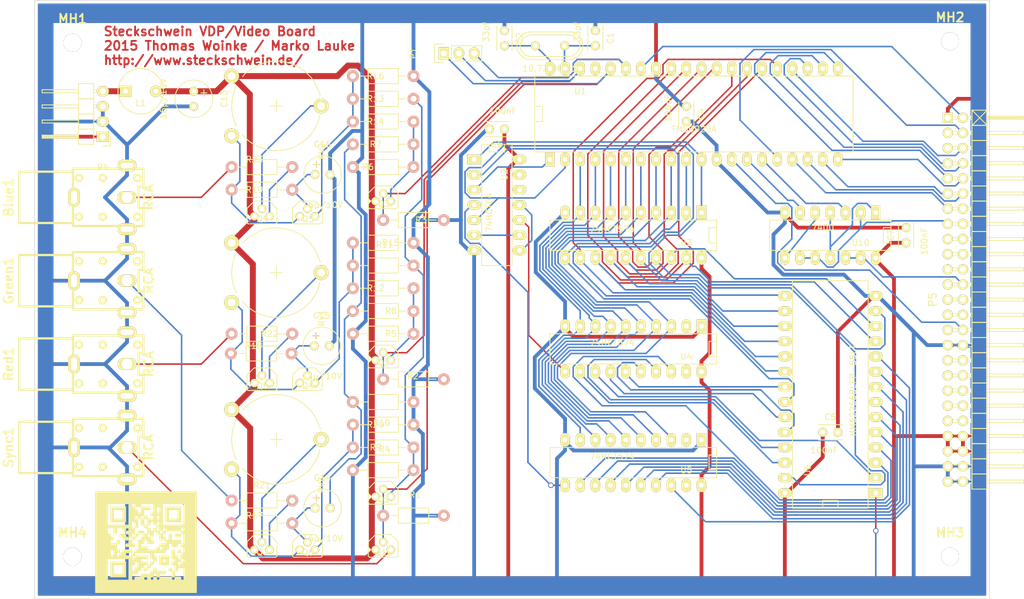
<source format=kicad_pcb>
(kicad_pcb (version 4) (host pcbnew "(2015-03-04 BZR 5473)-product")
  (layers (0 F.Cu signal) (31 B.Cu signal) (35 F.Paste user) (37 F.SilkS user) (39 F.Mask user) (44 Edge.Cuts user))
  (net 0 "")
  (net 1 GND)
  (net 2 VCC)
  (net 3 /RESET)
  (net 4 /RW)
  (net 5 /IRQ)
  (net 6 "Net-(10.738MHz1-Pad1)")
  (net 7 "Net-(10.738MHz1-Pad2)")
  (net 8 +12V)
  (net 9 "Net-(C14-Pad2)")
  (net 10 "Net-(C14-Pad1)")
  (net 11 "Net-(C15-Pad1)")
  (net 12 "Net-(C16-Pad1)")
  (net 13 /50Pin/D7)
  (net 14 /50Pin/D6)
  (net 15 /50Pin/D5)
  (net 16 /50Pin/D4)
  (net 17 /50Pin/D3)
  (net 18 /50Pin/D2)
  (net 19 /50Pin/D1)
  (net 20 /50Pin/D0)
  (net 21 /CS_VDP)
  (net 22 /50Pin/A0)
  (net 23 /Y)
  (net 24 "Net-(Q1-Pad3)")
  (net 25 /R-Y)
  (net 26 "Net-(Q2-Pad3)")
  (net 27 /B-Y)
  (net 28 "Net-(Q3-Pad3)")
  (net 29 "Net-(Q4-Pad1)")
  (net 30 "Net-(Q4-Pad3)")
  (net 31 "Net-(Q5-Pad1)")
  (net 32 "Net-(Q5-Pad3)")
  (net 33 "Net-(Q6-Pad1)")
  (net 34 "Net-(Q6-Pad3)")
  (net 35 "Net-(Q7-Pad2)")
  (net 36 "Net-(Q7-Pad3)")
  (net 37 "Net-(Q8-Pad2)")
  (net 38 "Net-(Q8-Pad3)")
  (net 39 "Net-(Q9-Pad2)")
  (net 40 "Net-(Q9-Pad3)")
  (net 41 /SYNC)
  (net 42 /RGB-G)
  (net 43 /RGB-B)
  (net 44 /RAS)
  (net 45 /CAS)
  (net 46 /AD7)
  (net 47 /AD6)
  (net 48 /AD5)
  (net 49 /AD4)
  (net 50 /AD3)
  (net 51 /AD2)
  (net 52 /AD1)
  (net 53 /AD0)
  (net 54 "Net-(U1-Pad14)")
  (net 55 "Net-(U1-Pad15)")
  (net 56 /RD7)
  (net 57 /RD6)
  (net 58 /RD5)
  (net 59 /RD4)
  (net 60 /RD3)
  (net 61 /RD2)
  (net 62 /RD1)
  (net 63 /RD0)
  (net 64 /WR)
  (net 65 /ROW)
  (net 66 "Net-(U2-Pad6)")
  (net 67 "Net-(U2-Pad11)")
  (net 68 /COL)
  (net 69 /A13)
  (net 70 /A12)
  (net 71 /A11)
  (net 72 /A10)
  (net 73 /A9)
  (net 74 /A8)
  (net 75 /A7)
  (net 76 /A6)
  (net 77 /A5)
  (net 78 /A4)
  (net 79 /A3)
  (net 80 /A2)
  (net 81 /A1)
  (net 82 /A0)
  (net 83 "Net-(U10-Pad1)")
  (net 84 "Net-(U10-Pad5)")
  (net 85 /RGB-R)
  (net 86 /V_RW)
  (net 87 /12VS)
  (module Sockets_DIP:DIP-20__300_ELL (layer F.Cu) (at 162.56 123.19 180)
    (fp_text reference U5 (at -8.89 -1.27 180) (layer F.SilkS))
    (fp_text value 74HCT574 (at 3.556 1.016 180) (layer F.SilkS))
    (pad 1 thru_hole rect (at -11.43 3.81 180) (size 1.5748 2.286) (drill 0.8128) (layers *.Cu *.Mask F.SilkS) (net 1 GND))
    (pad 2 thru_hole oval (at -8.89 3.81 180) (size 1.5748 2.286) (drill 0.8128) (layers *.Cu *.Mask F.SilkS))
    (pad 3 thru_hole oval (at -6.35 3.81 180) (size 1.5748 2.286) (drill 0.8128) (layers *.Cu *.Mask F.SilkS) (net 52 /AD1))
    (pad 4 thru_hole oval (at -3.81 3.81 180) (size 1.5748 2.286) (drill 0.8128) (layers *.Cu *.Mask F.SilkS) (net 51 /AD2))
    (pad 5 thru_hole oval (at -1.27 3.81 180) (size 1.5748 2.286) (drill 0.8128) (layers *.Cu *.Mask F.SilkS) (net 50 /AD3))
    (pad 6 thru_hole oval (at 1.27 3.81 180) (size 1.5748 2.286) (drill 0.8128) (layers *.Cu *.Mask F.SilkS) (net 49 /AD4))
    (pad 7 thru_hole oval (at 3.81 3.81 180) (size 1.5748 2.286) (drill 0.8128) (layers *.Cu *.Mask F.SilkS) (net 48 /AD5))
    (pad 8 thru_hole oval (at 6.35 3.81 180) (size 1.5748 2.286) (drill 0.8128) (layers *.Cu *.Mask F.SilkS) (net 47 /AD6))
    (pad 9 thru_hole oval (at 8.89 3.81 180) (size 1.5748 2.286) (drill 0.8128) (layers *.Cu *.Mask F.SilkS) (net 46 /AD7))
    (pad 10 thru_hole oval (at 11.43 3.81 180) (size 1.5748 2.286) (drill 0.8128) (layers *.Cu *.Mask F.SilkS) (net 1 GND))
    (pad 11 thru_hole oval (at 11.43 -3.81 180) (size 1.5748 2.286) (drill 0.8128) (layers *.Cu *.Mask F.SilkS) (net 65 /ROW))
    (pad 12 thru_hole oval (at 8.89 -3.81 180) (size 1.5748 2.286) (drill 0.8128) (layers *.Cu *.Mask F.SilkS) (net 76 /A6))
    (pad 13 thru_hole oval (at 6.35 -3.81 180) (size 1.5748 2.286) (drill 0.8128) (layers *.Cu *.Mask F.SilkS) (net 77 /A5))
    (pad 14 thru_hole oval (at 3.81 -3.81 180) (size 1.5748 2.286) (drill 0.8128) (layers *.Cu *.Mask F.SilkS) (net 78 /A4))
    (pad 15 thru_hole oval (at 1.27 -3.81 180) (size 1.5748 2.286) (drill 0.8128) (layers *.Cu *.Mask F.SilkS) (net 79 /A3))
    (pad 16 thru_hole oval (at -1.27 -3.81 180) (size 1.5748 2.286) (drill 0.8128) (layers *.Cu *.Mask F.SilkS) (net 80 /A2))
    (pad 17 thru_hole oval (at -3.81 -3.81 180) (size 1.5748 2.286) (drill 0.8128) (layers *.Cu *.Mask F.SilkS) (net 81 /A1))
    (pad 18 thru_hole oval (at -6.35 -3.81 180) (size 1.5748 2.286) (drill 0.8128) (layers *.Cu *.Mask F.SilkS) (net 82 /A0))
    (pad 19 thru_hole oval (at -8.89 -3.81 180) (size 1.5748 2.286) (drill 0.8128) (layers *.Cu *.Mask F.SilkS))
    (pad 20 thru_hole oval (at -11.43 -3.81 180) (size 1.5748 2.286) (drill 0.8128) (layers *.Cu *.Mask F.SilkS) (net 2 VCC))
  )
  (module Resistors_ThroughHole:Resistor_Horizontal_RM10mm (layer F.Cu) (at 120.65 69.85)
    (fp_text reference R7 (at -1.27 0) (layer F.SilkS))
    (fp_text value "1K 1%" hide)
    (pad 1 thru_hole circle (at -5.08 0) (size 1.99898 1.99898) (drill 1.00076) (layers *.Cu *.SilkS *.Mask) (net 9 "Net-(C14-Pad2)"))
    (pad 2 thru_hole circle (at 5.08 0) (size 1.99898 1.99898) (drill 1.00076) (layers *.Cu *.SilkS *.Mask) (net 28 "Net-(Q3-Pad3)"))
  )
  (module Sockets_DIP:DIP-40__600_ELL (layer F.Cu) (at 172.72 64.77)
    (fp_text reference U1 (at -19.05 -3.81) (layer F.SilkS))
    (fp_text value TMS9929A (at 0 2.54) (layer F.SilkS))
    (pad 1 thru_hole rect (at -24.13 7.62) (size 1.5748 2.286) (drill 0.8128) (layers *.Cu *.Mask F.SilkS) (net 44 /RAS))
    (pad 2 thru_hole oval (at -21.59 7.62) (size 1.5748 2.286) (drill 0.8128) (layers *.Cu *.Mask F.SilkS) (net 45 /CAS))
    (pad 3 thru_hole oval (at -19.05 7.62) (size 1.5748 2.286) (drill 0.8128) (layers *.Cu *.Mask F.SilkS) (net 46 /AD7))
    (pad 4 thru_hole oval (at -16.51 7.62) (size 1.5748 2.286) (drill 0.8128) (layers *.Cu *.Mask F.SilkS) (net 47 /AD6))
    (pad 5 thru_hole oval (at -13.97 7.62) (size 1.5748 2.286) (drill 0.8128) (layers *.Cu *.Mask F.SilkS) (net 48 /AD5))
    (pad 6 thru_hole oval (at -11.43 7.62) (size 1.5748 2.286) (drill 0.8128) (layers *.Cu *.Mask F.SilkS) (net 49 /AD4))
    (pad 7 thru_hole oval (at -8.89 7.62) (size 1.5748 2.286) (drill 0.8128) (layers *.Cu *.Mask F.SilkS) (net 50 /AD3))
    (pad 8 thru_hole oval (at -6.35 7.62) (size 1.5748 2.286) (drill 0.8128) (layers *.Cu *.Mask F.SilkS) (net 51 /AD2))
    (pad 9 thru_hole oval (at -3.81 7.62) (size 1.5748 2.286) (drill 0.8128) (layers *.Cu *.Mask F.SilkS) (net 52 /AD1))
    (pad 10 thru_hole oval (at -1.27 7.62) (size 1.5748 2.286) (drill 0.8128) (layers *.Cu *.Mask F.SilkS) (net 53 /AD0))
    (pad 11 thru_hole oval (at 1.27 7.62) (size 1.5748 2.286) (drill 0.8128) (layers *.Cu *.Mask F.SilkS) (net 86 /V_RW))
    (pad 12 thru_hole oval (at 3.81 7.62) (size 1.5748 2.286) (drill 0.8128) (layers *.Cu *.Mask F.SilkS) (net 1 GND))
    (pad 13 thru_hole oval (at 6.35 7.62) (size 1.5748 2.286) (drill 0.8128) (layers *.Cu *.Mask F.SilkS) (net 22 /50Pin/A0))
    (pad 14 thru_hole oval (at 8.89 7.62) (size 1.5748 2.286) (drill 0.8128) (layers *.Cu *.Mask F.SilkS) (net 54 "Net-(U1-Pad14)"))
    (pad 15 thru_hole oval (at 11.43 7.62) (size 1.5748 2.286) (drill 0.8128) (layers *.Cu *.Mask F.SilkS) (net 55 "Net-(U1-Pad15)"))
    (pad 16 thru_hole oval (at 13.97 7.62) (size 1.5748 2.286) (drill 0.8128) (layers *.Cu *.Mask F.SilkS) (net 5 /IRQ))
    (pad 17 thru_hole oval (at 16.51 7.62) (size 1.5748 2.286) (drill 0.8128) (layers *.Cu *.Mask F.SilkS) (net 20 /50Pin/D0))
    (pad 18 thru_hole oval (at 19.05 7.62) (size 1.5748 2.286) (drill 0.8128) (layers *.Cu *.Mask F.SilkS) (net 19 /50Pin/D1))
    (pad 19 thru_hole oval (at 21.59 7.62) (size 1.5748 2.286) (drill 0.8128) (layers *.Cu *.Mask F.SilkS) (net 18 /50Pin/D2))
    (pad 20 thru_hole oval (at 24.13 7.62) (size 1.5748 2.286) (drill 0.8128) (layers *.Cu *.Mask F.SilkS) (net 17 /50Pin/D3))
    (pad 21 thru_hole oval (at 24.13 -7.62) (size 1.5748 2.286) (drill 0.8128) (layers *.Cu *.Mask F.SilkS) (net 16 /50Pin/D4))
    (pad 22 thru_hole oval (at 21.59 -7.62) (size 1.5748 2.286) (drill 0.8128) (layers *.Cu *.Mask F.SilkS) (net 15 /50Pin/D5))
    (pad 23 thru_hole oval (at 19.05 -7.62) (size 1.5748 2.286) (drill 0.8128) (layers *.Cu *.Mask F.SilkS) (net 14 /50Pin/D6))
    (pad 24 thru_hole oval (at 16.51 -7.62) (size 1.5748 2.286) (drill 0.8128) (layers *.Cu *.Mask F.SilkS) (net 13 /50Pin/D7))
    (pad 25 thru_hole oval (at 13.97 -7.62) (size 1.5748 2.286) (drill 0.8128) (layers *.Cu *.Mask F.SilkS) (net 56 /RD7))
    (pad 26 thru_hole oval (at 11.43 -7.62) (size 1.5748 2.286) (drill 0.8128) (layers *.Cu *.Mask F.SilkS) (net 57 /RD6))
    (pad 27 thru_hole oval (at 8.89 -7.62) (size 1.5748 2.286) (drill 0.8128) (layers *.Cu *.Mask F.SilkS) (net 58 /RD5))
    (pad 28 thru_hole oval (at 6.35 -7.62) (size 1.5748 2.286) (drill 0.8128) (layers *.Cu *.Mask F.SilkS) (net 59 /RD4))
    (pad 29 thru_hole oval (at 3.81 -7.62) (size 1.5748 2.286) (drill 0.8128) (layers *.Cu *.Mask F.SilkS) (net 60 /RD3))
    (pad 30 thru_hole oval (at 1.27 -7.62) (size 1.5748 2.286) (drill 0.8128) (layers *.Cu *.Mask F.SilkS) (net 61 /RD2))
    (pad 31 thru_hole oval (at -1.27 -7.62) (size 1.5748 2.286) (drill 0.8128) (layers *.Cu *.Mask F.SilkS) (net 62 /RD1))
    (pad 32 thru_hole oval (at -3.81 -7.62) (size 1.5748 2.286) (drill 0.8128) (layers *.Cu *.Mask F.SilkS) (net 63 /RD0))
    (pad 33 thru_hole oval (at -6.35 -7.62) (size 1.5748 2.286) (drill 0.8128) (layers *.Cu *.Mask F.SilkS) (net 2 VCC))
    (pad 34 thru_hole oval (at -8.89 -7.62) (size 1.5748 2.286) (drill 0.8128) (layers *.Cu *.Mask F.SilkS) (net 3 /RESET))
    (pad 35 thru_hole oval (at -11.43 -7.62) (size 1.5748 2.286) (drill 0.8128) (layers *.Cu *.Mask F.SilkS) (net 27 /B-Y))
    (pad 36 thru_hole oval (at -13.97 -7.62) (size 1.5748 2.286) (drill 0.8128) (layers *.Cu *.Mask F.SilkS) (net 23 /Y))
    (pad 37 thru_hole oval (at -16.51 -7.62) (size 1.5748 2.286) (drill 0.8128) (layers *.Cu *.Mask F.SilkS))
    (pad 38 thru_hole oval (at -19.05 -7.62) (size 1.5748 2.286) (drill 0.8128) (layers *.Cu *.Mask F.SilkS) (net 25 /R-Y))
    (pad 39 thru_hole oval (at -21.59 -7.62) (size 1.5748 2.286) (drill 0.8128) (layers *.Cu *.Mask F.SilkS) (net 6 "Net-(10.738MHz1-Pad1)"))
    (pad 40 thru_hole oval (at -24.13 -7.62) (size 1.5748 2.286) (drill 0.8128) (layers *.Cu *.Mask F.SilkS) (net 7 "Net-(10.738MHz1-Pad2)"))
  )
  (module Sockets_DIP:DIP-28__600_ELL (layer F.Cu) (at 195.58 111.76 90)
    (fp_text reference U6 (at -12.7 -3.81 90) (layer F.SilkS))
    (fp_text value HM62256BLFP-5SLT (at 0.635 3.81 90) (layer F.SilkS))
    (pad 1 thru_hole rect (at -16.51 7.62 90) (size 1.5748 2.286) (drill 0.8128) (layers *.Cu *.Mask F.SilkS) (net 1 GND))
    (pad 2 thru_hole oval (at -13.97 7.62 90) (size 1.5748 2.286) (drill 0.8128) (layers *.Cu *.Mask F.SilkS) (net 70 /A12))
    (pad 3 thru_hole oval (at -11.43 7.62 90) (size 1.5748 2.286) (drill 0.8128) (layers *.Cu *.Mask F.SilkS) (net 75 /A7))
    (pad 4 thru_hole oval (at -8.89 7.62 90) (size 1.5748 2.286) (drill 0.8128) (layers *.Cu *.Mask F.SilkS) (net 76 /A6))
    (pad 5 thru_hole oval (at -6.35 7.62 90) (size 1.5748 2.286) (drill 0.8128) (layers *.Cu *.Mask F.SilkS) (net 77 /A5))
    (pad 6 thru_hole oval (at -3.81 7.62 90) (size 1.5748 2.286) (drill 0.8128) (layers *.Cu *.Mask F.SilkS) (net 78 /A4))
    (pad 7 thru_hole oval (at -1.27 7.62 90) (size 1.5748 2.286) (drill 0.8128) (layers *.Cu *.Mask F.SilkS) (net 79 /A3))
    (pad 8 thru_hole oval (at 1.27 7.62 90) (size 1.5748 2.286) (drill 0.8128) (layers *.Cu *.Mask F.SilkS) (net 80 /A2))
    (pad 9 thru_hole oval (at 3.81 7.62 90) (size 1.5748 2.286) (drill 0.8128) (layers *.Cu *.Mask F.SilkS) (net 81 /A1))
    (pad 10 thru_hole oval (at 6.35 7.62 90) (size 1.5748 2.286) (drill 0.8128) (layers *.Cu *.Mask F.SilkS) (net 82 /A0))
    (pad 11 thru_hole oval (at 8.89 7.62 90) (size 1.5748 2.286) (drill 0.8128) (layers *.Cu *.Mask F.SilkS) (net 63 /RD0))
    (pad 12 thru_hole oval (at 11.43 7.62 90) (size 1.5748 2.286) (drill 0.8128) (layers *.Cu *.Mask F.SilkS) (net 62 /RD1))
    (pad 13 thru_hole oval (at 13.97 7.62 90) (size 1.5748 2.286) (drill 0.8128) (layers *.Cu *.Mask F.SilkS) (net 61 /RD2))
    (pad 14 thru_hole oval (at 16.51 7.62 90) (size 1.5748 2.286) (drill 0.8128) (layers *.Cu *.Mask F.SilkS) (net 1 GND))
    (pad 15 thru_hole oval (at 16.51 -7.62 90) (size 1.5748 2.286) (drill 0.8128) (layers *.Cu *.Mask F.SilkS) (net 60 /RD3))
    (pad 16 thru_hole oval (at 13.97 -7.62 90) (size 1.5748 2.286) (drill 0.8128) (layers *.Cu *.Mask F.SilkS) (net 59 /RD4))
    (pad 17 thru_hole oval (at 11.43 -7.62 90) (size 1.5748 2.286) (drill 0.8128) (layers *.Cu *.Mask F.SilkS) (net 58 /RD5))
    (pad 18 thru_hole oval (at 8.89 -7.62 90) (size 1.5748 2.286) (drill 0.8128) (layers *.Cu *.Mask F.SilkS) (net 57 /RD6))
    (pad 19 thru_hole oval (at 6.35 -7.62 90) (size 1.5748 2.286) (drill 0.8128) (layers *.Cu *.Mask F.SilkS) (net 56 /RD7))
    (pad 20 thru_hole oval (at 3.81 -7.62 90) (size 1.5748 2.286) (drill 0.8128) (layers *.Cu *.Mask F.SilkS) (net 45 /CAS))
    (pad 21 thru_hole oval (at 1.27 -7.62 90) (size 1.5748 2.286) (drill 0.8128) (layers *.Cu *.Mask F.SilkS) (net 72 /A10))
    (pad 22 thru_hole oval (at -1.27 -7.62 90) (size 1.5748 2.286) (drill 0.8128) (layers *.Cu *.Mask F.SilkS) (net 64 /WR))
    (pad 23 thru_hole oval (at -3.81 -7.62 90) (size 1.5748 2.286) (drill 0.8128) (layers *.Cu *.Mask F.SilkS) (net 71 /A11))
    (pad 24 thru_hole oval (at -6.35 -7.62 90) (size 1.5748 2.286) (drill 0.8128) (layers *.Cu *.Mask F.SilkS) (net 73 /A9))
    (pad 25 thru_hole oval (at -8.89 -7.62 90) (size 1.5748 2.286) (drill 0.8128) (layers *.Cu *.Mask F.SilkS) (net 74 /A8))
    (pad 26 thru_hole oval (at -11.43 -7.62 90) (size 1.5748 2.286) (drill 0.8128) (layers *.Cu *.Mask F.SilkS) (net 69 /A13))
    (pad 27 thru_hole oval (at -13.97 -7.62 90) (size 1.5748 2.286) (drill 0.8128) (layers *.Cu *.Mask F.SilkS) (net 86 /V_RW))
    (pad 28 thru_hole oval (at -16.51 -7.62 90) (size 1.5748 2.286) (drill 0.8128) (layers *.Cu *.Mask F.SilkS) (net 2 VCC))
  )
  (module Sockets_DIP:DIP-14__300_ELL (layer F.Cu) (at 139.7 80.01 270)
    (fp_text reference U2 (at -5.08 -1.27 270) (layer F.SilkS))
    (fp_text value 74HCT04 (at 1.27 1.27 270) (layer F.SilkS))
    (pad 1 thru_hole rect (at -7.62 3.81 270) (size 1.5748 2.286) (drill 0.8128) (layers *.Cu *.Mask F.SilkS) (net 86 /V_RW))
    (pad 2 thru_hole oval (at -5.08 3.81 270) (size 1.5748 2.286) (drill 0.8128) (layers *.Cu *.Mask F.SilkS) (net 64 /WR))
    (pad 3 thru_hole oval (at -2.54 3.81 270) (size 1.5748 2.286) (drill 0.8128) (layers *.Cu *.Mask F.SilkS) (net 44 /RAS))
    (pad 4 thru_hole oval (at 0 3.81 270) (size 1.5748 2.286) (drill 0.8128) (layers *.Cu *.Mask F.SilkS) (net 65 /ROW))
    (pad 5 thru_hole oval (at 2.54 3.81 270) (size 1.5748 2.286) (drill 0.8128) (layers *.Cu *.Mask F.SilkS) (net 45 /CAS))
    (pad 6 thru_hole oval (at 5.08 3.81 270) (size 1.5748 2.286) (drill 0.8128) (layers *.Cu *.Mask F.SilkS) (net 66 "Net-(U2-Pad6)"))
    (pad 7 thru_hole oval (at 7.62 3.81 270) (size 1.5748 2.286) (drill 0.8128) (layers *.Cu *.Mask F.SilkS) (net 1 GND))
    (pad 8 thru_hole oval (at 7.62 -3.81 270) (size 1.5748 2.286) (drill 0.8128) (layers *.Cu *.Mask F.SilkS) (net 67 "Net-(U2-Pad11)"))
    (pad 9 thru_hole oval (at 5.08 -3.81 270) (size 1.5748 2.286) (drill 0.8128) (layers *.Cu *.Mask F.SilkS) (net 66 "Net-(U2-Pad6)"))
    (pad 10 thru_hole oval (at 2.54 -3.81 270) (size 1.5748 2.286) (drill 0.8128) (layers *.Cu *.Mask F.SilkS) (net 68 /COL))
    (pad 11 thru_hole oval (at 0 -3.81 270) (size 1.5748 2.286) (drill 0.8128) (layers *.Cu *.Mask F.SilkS) (net 67 "Net-(U2-Pad11)"))
    (pad 12 thru_hole oval (at -2.54 -3.81 270) (size 1.5748 2.286) (drill 0.8128) (layers *.Cu *.Mask F.SilkS))
    (pad 13 thru_hole oval (at -5.08 -3.81 270) (size 1.5748 2.286) (drill 0.8128) (layers *.Cu *.Mask F.SilkS))
    (pad 14 thru_hole oval (at -7.62 -3.81 270) (size 1.5748 2.286) (drill 0.8128) (layers *.Cu *.Mask F.SilkS) (net 2 VCC))
  )
  (module Pin_Headers:Pin_Header_Angled_2x25 (layer F.Cu) (at 216.535 95.885 270)
    (fp_text reference P5 (at 0 3.81 270) (layer F.SilkS) (effects (font (size 1.27 1.27) (thickness 0.2032))))
    (fp_text value CONN_02X25 hide)
    (pad 1 thru_hole rect (at -30.48 1.27 270) (size 1.7272 1.7272) (drill 1.016) (layers *.Cu *.Mask F.SilkS) (net 2 VCC))
    (pad 2 thru_hole oval (at -30.48 -1.27 270) (size 1.7272 1.7272) (drill 1.016) (layers *.Cu *.Mask F.SilkS) (net 3 /RESET))
    (pad 3 thru_hole oval (at -27.94 1.27 270) (size 1.7272 1.7272) (drill 1.016) (layers *.Cu *.Mask F.SilkS))
    (pad 4 thru_hole oval (at -27.94 -1.27 270) (size 1.7272 1.7272) (drill 1.016) (layers *.Cu *.Mask F.SilkS) (net 5 /IRQ))
    (pad 5 thru_hole oval (at -25.4 1.27 270) (size 1.7272 1.7272) (drill 1.016) (layers *.Cu *.Mask F.SilkS))
    (pad 6 thru_hole oval (at -25.4 -1.27 270) (size 1.7272 1.7272) (drill 1.016) (layers *.Cu *.Mask F.SilkS) (net 13 /50Pin/D7))
    (pad 7 thru_hole oval (at -22.86 1.27 270) (size 1.7272 1.7272) (drill 1.016) (layers *.Cu *.Mask F.SilkS) (net 14 /50Pin/D6))
    (pad 8 thru_hole oval (at -22.86 -1.27 270) (size 1.7272 1.7272) (drill 1.016) (layers *.Cu *.Mask F.SilkS) (net 15 /50Pin/D5))
    (pad 9 thru_hole oval (at -20.32 1.27 270) (size 1.7272 1.7272) (drill 1.016) (layers *.Cu *.Mask F.SilkS) (net 16 /50Pin/D4))
    (pad 10 thru_hole oval (at -20.32 -1.27 270) (size 1.7272 1.7272) (drill 1.016) (layers *.Cu *.Mask F.SilkS) (net 17 /50Pin/D3))
    (pad 11 thru_hole oval (at -17.78 1.27 270) (size 1.7272 1.7272) (drill 1.016) (layers *.Cu *.Mask F.SilkS) (net 18 /50Pin/D2))
    (pad 12 thru_hole oval (at -17.78 -1.27 270) (size 1.7272 1.7272) (drill 1.016) (layers *.Cu *.Mask F.SilkS) (net 19 /50Pin/D1))
    (pad 13 thru_hole oval (at -15.24 1.27 270) (size 1.7272 1.7272) (drill 1.016) (layers *.Cu *.Mask F.SilkS) (net 20 /50Pin/D0))
    (pad 14 thru_hole oval (at -15.24 -1.27 270) (size 1.7272 1.7272) (drill 1.016) (layers *.Cu *.Mask F.SilkS))
    (pad 15 thru_hole oval (at -12.7 1.27 270) (size 1.7272 1.7272) (drill 1.016) (layers *.Cu *.Mask F.SilkS) (net 4 /RW))
    (pad 16 thru_hole oval (at -12.7 -1.27 270) (size 1.7272 1.7272) (drill 1.016) (layers *.Cu *.Mask F.SilkS))
    (pad 17 thru_hole oval (at -10.16 1.27 270) (size 1.7272 1.7272) (drill 1.016) (layers *.Cu *.Mask F.SilkS))
    (pad 18 thru_hole oval (at -10.16 -1.27 270) (size 1.7272 1.7272) (drill 1.016) (layers *.Cu *.Mask F.SilkS))
    (pad 19 thru_hole oval (at -7.62 1.27 270) (size 1.7272 1.7272) (drill 1.016) (layers *.Cu *.Mask F.SilkS))
    (pad 20 thru_hole oval (at -7.62 -1.27 270) (size 1.7272 1.7272) (drill 1.016) (layers *.Cu *.Mask F.SilkS))
    (pad 21 thru_hole oval (at -5.08 1.27 270) (size 1.7272 1.7272) (drill 1.016) (layers *.Cu *.Mask F.SilkS))
    (pad 22 thru_hole oval (at -5.08 -1.27 270) (size 1.7272 1.7272) (drill 1.016) (layers *.Cu *.Mask F.SilkS))
    (pad 23 thru_hole oval (at -2.54 1.27 270) (size 1.7272 1.7272) (drill 1.016) (layers *.Cu *.Mask F.SilkS))
    (pad 24 thru_hole oval (at -2.54 -1.27 270) (size 1.7272 1.7272) (drill 1.016) (layers *.Cu *.Mask F.SilkS) (net 21 /CS_VDP))
    (pad 25 thru_hole oval (at 0 1.27 270) (size 1.7272 1.7272) (drill 1.016) (layers *.Cu *.Mask F.SilkS))
    (pad 26 thru_hole oval (at 0 -1.27 270) (size 1.7272 1.7272) (drill 1.016) (layers *.Cu *.Mask F.SilkS))
    (pad 27 thru_hole oval (at 2.54 1.27 270) (size 1.7272 1.7272) (drill 1.016) (layers *.Cu *.Mask F.SilkS))
    (pad 28 thru_hole oval (at 2.54 -1.27 270) (size 1.7272 1.7272) (drill 1.016) (layers *.Cu *.Mask F.SilkS))
    (pad 29 thru_hole oval (at 5.08 1.27 270) (size 1.7272 1.7272) (drill 1.016) (layers *.Cu *.Mask F.SilkS))
    (pad 30 thru_hole oval (at 5.08 -1.27 270) (size 1.7272 1.7272) (drill 1.016) (layers *.Cu *.Mask F.SilkS) (net 22 /50Pin/A0))
    (pad 31 thru_hole oval (at 7.62 1.27 270) (size 1.7272 1.7272) (drill 1.016) (layers *.Cu *.Mask F.SilkS) (net 1 GND))
    (pad 32 thru_hole oval (at 7.62 -1.27 270) (size 1.7272 1.7272) (drill 1.016) (layers *.Cu *.Mask F.SilkS) (net 1 GND))
    (pad 33 thru_hole oval (at 10.16 1.27 270) (size 1.7272 1.7272) (drill 1.016) (layers *.Cu *.Mask F.SilkS))
    (pad 34 thru_hole oval (at 10.16 -1.27 270) (size 1.7272 1.7272) (drill 1.016) (layers *.Cu *.Mask F.SilkS))
    (pad 35 thru_hole oval (at 12.7 1.27 270) (size 1.7272 1.7272) (drill 1.016) (layers *.Cu *.Mask F.SilkS) (net 1 GND))
    (pad 36 thru_hole oval (at 12.7 -1.27 270) (size 1.7272 1.7272) (drill 1.016) (layers *.Cu *.Mask F.SilkS))
    (pad 37 thru_hole oval (at 15.24 1.27 270) (size 1.7272 1.7272) (drill 1.016) (layers *.Cu *.Mask F.SilkS) (net 1 GND))
    (pad 38 thru_hole oval (at 15.24 -1.27 270) (size 1.7272 1.7272) (drill 1.016) (layers *.Cu *.Mask F.SilkS))
    (pad 39 thru_hole oval (at 17.78 1.27 270) (size 1.7272 1.7272) (drill 1.016) (layers *.Cu *.Mask F.SilkS))
    (pad 40 thru_hole oval (at 17.78 -1.27 270) (size 1.7272 1.7272) (drill 1.016) (layers *.Cu *.Mask F.SilkS))
    (pad 41 thru_hole oval (at 20.32 1.27 270) (size 1.7272 1.7272) (drill 1.016) (layers *.Cu *.Mask F.SilkS))
    (pad 42 thru_hole oval (at 20.32 -1.27 270) (size 1.7272 1.7272) (drill 1.016) (layers *.Cu *.Mask F.SilkS))
    (pad 43 thru_hole oval (at 22.86 1.27 270) (size 1.7272 1.7272) (drill 1.016) (layers *.Cu *.Mask F.SilkS) (net 2 VCC))
    (pad 44 thru_hole oval (at 22.86 -1.27 270) (size 1.7272 1.7272) (drill 1.016) (layers *.Cu *.Mask F.SilkS) (net 2 VCC))
    (pad 45 thru_hole oval (at 25.4 1.27 270) (size 1.7272 1.7272) (drill 1.016) (layers *.Cu *.Mask F.SilkS) (net 2 VCC))
    (pad 46 thru_hole oval (at 25.4 -1.27 270) (size 1.7272 1.7272) (drill 1.016) (layers *.Cu *.Mask F.SilkS) (net 2 VCC))
    (pad 47 thru_hole oval (at 27.94 1.27 270) (size 1.7272 1.7272) (drill 1.016) (layers *.Cu *.Mask F.SilkS) (net 1 GND))
    (pad 48 thru_hole oval (at 27.94 -1.27 270) (size 1.7272 1.7272) (drill 1.016) (layers *.Cu *.Mask F.SilkS) (net 1 GND))
    (pad 49 thru_hole oval (at 30.48 1.27 270) (size 1.7272 1.7272) (drill 1.016) (layers *.Cu *.Mask F.SilkS) (net 1 GND))
    (pad 50 thru_hole oval (at 30.48 -1.27 270) (size 1.7272 1.7272) (drill 1.016) (layers *.Cu *.Mask F.SilkS) (net 1 GND))
  )
  (module Mounting_Holes:MountingHole_3mm (layer F.Cu) (at 68.58 52.832)
    (fp_text reference MH1 (at 0 -4.0005) (layer F.SilkS) (effects (font (thickness 0.3048))))
    (fp_text value MountingHole_3mm_RevA_Date21Jun2010 hide)
    (pad 1 thru_hole circle (at 0 0) (size 2.99974 2.99974) (drill 2.99974) (layers))
  )
  (module Mounting_Holes:MountingHole_3mm (layer F.Cu) (at 215.646 52.578)
    (fp_text reference MH2 (at 0 -4.0005) (layer F.SilkS) (effects (font (thickness 0.3048))))
    (fp_text value MountingHole_3mm_RevA_Date21Jun2010 hide)
    (pad 1 thru_hole circle (at 0 0) (size 2.99974 2.99974) (drill 2.99974) (layers))
  )
  (module Mounting_Holes:MountingHole_3mm (layer F.Cu) (at 68.58 138.938)
    (fp_text reference MH4 (at 0 -4.0005) (layer F.SilkS) (effects (font (thickness 0.3048))))
    (fp_text value MountingHole_3mm_RevA_Date21Jun2010 hide)
    (pad 1 thru_hole circle (at 0 0) (size 2.99974 2.99974) (drill 2.99974) (layers))
  )
  (module Mounting_Holes:MountingHole_3mm (layer F.Cu) (at 215.646 138.938)
    (fp_text reference MH3 (at 0 -4.0005) (layer F.SilkS) (effects (font (thickness 0.3048))))
    (fp_text value MountingHole_3mm_RevA_Date21Jun2010 hide)
    (pad 1 thru_hole circle (at 0 0) (size 2.99974 2.99974) (drill 2.99974) (layers))
  )
  (module Capacitors_ThroughHole:Capacitor4x3RM2.5 (layer F.Cu) (at 156.21 50.8 270)
    (fp_text reference C1 (at 1.27 -2.54 270) (layer F.SilkS))
    (fp_text value 33pf (at 0.254 3.048 270) (layer F.SilkS))
    (pad 1 thru_hole circle (at 0 0 270) (size 1.50114 1.50114) (drill 0.8001) (layers *.Cu *.Mask F.SilkS) (net 1 GND))
    (pad 2 thru_hole circle (at 2.54 0 270) (size 1.50114 1.50114) (drill 0.8001) (layers *.Cu *.Mask F.SilkS) (net 6 "Net-(10.738MHz1-Pad1)"))
  )
  (module Capacitors_ThroughHole:Capacitor4x3RM2.5 (layer F.Cu) (at 140.97 50.8 270)
    (fp_text reference C2 (at 1.27 -2.54 270) (layer F.SilkS))
    (fp_text value 33pf (at 0.254 3.048 270) (layer F.SilkS))
    (pad 1 thru_hole circle (at 0 0 270) (size 1.50114 1.50114) (drill 0.8001) (layers *.Cu *.Mask F.SilkS) (net 1 GND))
    (pad 2 thru_hole circle (at 2.54 0 270) (size 1.50114 1.50114) (drill 0.8001) (layers *.Cu *.Mask F.SilkS) (net 7 "Net-(10.738MHz1-Pad2)"))
  )
  (module Capacitors_ThroughHole:Capacitor4x3RM2.5 (layer F.Cu) (at 171.45 63.5 270)
    (fp_text reference C4 (at 1.27 -2.54 270) (layer F.SilkS))
    (fp_text value 100nF (at 0.254 3.048 270) (layer F.SilkS))
    (pad 1 thru_hole circle (at 0 0 270) (size 1.50114 1.50114) (drill 0.8001) (layers *.Cu *.Mask F.SilkS) (net 2 VCC))
    (pad 2 thru_hole circle (at 2.54 0 270) (size 1.50114 1.50114) (drill 0.8001) (layers *.Cu *.Mask F.SilkS) (net 1 GND))
  )
  (module Capacitors_ThroughHole:Capacitor4x3RM2.5 (layer F.Cu) (at 194.31 118.11)
    (fp_text reference C5 (at 1.27 -2.54) (layer F.SilkS))
    (fp_text value 100nF (at 0.254 3.048) (layer F.SilkS))
    (pad 1 thru_hole circle (at 0 0) (size 1.50114 1.50114) (drill 0.8001) (layers *.Cu *.Mask F.SilkS) (net 2 VCC))
    (pad 2 thru_hole circle (at 2.54 0) (size 1.50114 1.50114) (drill 0.8001) (layers *.Cu *.Mask F.SilkS) (net 1 GND))
  )
  (module Capacitors_ThroughHole:Capacitor4x3RM2.5 (layer F.Cu) (at 140.97 67.31 180)
    (fp_text reference C6 (at 1.27 -2.54 180) (layer F.SilkS))
    (fp_text value 100nF (at 0.254 3.048 180) (layer F.SilkS))
    (pad 1 thru_hole circle (at 0 0 180) (size 1.50114 1.50114) (drill 0.8001) (layers *.Cu *.Mask F.SilkS) (net 2 VCC))
    (pad 2 thru_hole circle (at 2.54 0 180) (size 1.50114 1.50114) (drill 0.8001) (layers *.Cu *.Mask F.SilkS) (net 1 GND))
  )
  (module Capacitors_ThroughHole:Capacitor4x3RM2.5 (layer F.Cu) (at 208.28 86.36 90)
    (fp_text reference C7 (at 1.27 -2.54 90) (layer F.SilkS))
    (fp_text value 100nF (at 0.254 3.048 90) (layer F.SilkS))
    (pad 1 thru_hole circle (at 0 0 90) (size 1.50114 1.50114) (drill 0.8001) (layers *.Cu *.Mask F.SilkS) (net 2 VCC))
    (pad 2 thru_hole circle (at 2.54 0 90) (size 1.50114 1.50114) (drill 0.8001) (layers *.Cu *.Mask F.SilkS) (net 1 GND))
  )
  (module Capacitors_Elko_ThroughHole:Elko_vert_11.2x6.3mm_RM2.5 (layer F.Cu) (at 88.9 60.96 270)
    (fp_text reference C13 (at 1.27 -5.08 270) (layer F.SilkS))
    (fp_text value 16µ/10V (at 1.27 5.08 270) (layer F.SilkS))
    (fp_line (start 0.26924 -1.69926) (end 0.76962 -1.69926) (layer F.Cu) (width 0.15))
    (fp_line (start 0.26924 -1.69926) (end 0.26924 -2.19964) (layer F.Cu) (width 0.15))
    (fp_line (start -0.23114 -1.69926) (end 0.26924 -1.69926) (layer F.Cu) (width 0.15))
    (fp_line (start 0.26924 -1.69926) (end 0.26924 -1.30048) (layer F.Cu) (width 0.15))
    (fp_line (start 0.26924 -1.30048) (end 0.26924 -1.19888) (layer F.Cu) (width 0.15))
    (pad 2 thru_hole circle (at 2.54 0 270) (size 1.50114 1.50114) (drill 0.8001) (layers *.Cu *.Mask F.SilkS) (net 1 GND))
    (pad 1 thru_hole circle (at 0 0 270) (size 1.50114 1.50114) (drill 0.8001) (layers *.Cu *.Mask F.SilkS) (net 87 /12VS))
  )
  (module Capacitors_Elko_ThroughHole:Elko_vert_11.2x6.3mm_RM2.5 (layer F.Cu) (at 109.22 130.81)
    (fp_text reference C14 (at 1.27 -5.08) (layer F.SilkS))
    (fp_text value 16µ/10V (at 1.27 5.08) (layer F.SilkS))
    (fp_line (start 0.26924 -1.69926) (end 0.76962 -1.69926) (layer F.Cu) (width 0.15))
    (fp_line (start 0.26924 -1.69926) (end 0.26924 -2.19964) (layer F.Cu) (width 0.15))
    (fp_line (start -0.23114 -1.69926) (end 0.26924 -1.69926) (layer F.Cu) (width 0.15))
    (fp_line (start 0.26924 -1.69926) (end 0.26924 -1.30048) (layer F.Cu) (width 0.15))
    (fp_line (start 0.26924 -1.30048) (end 0.26924 -1.19888) (layer F.Cu) (width 0.15))
    (pad 2 thru_hole circle (at 2.54 0) (size 1.50114 1.50114) (drill 0.8001) (layers *.Cu *.Mask F.SilkS) (net 9 "Net-(C14-Pad2)"))
    (pad 1 thru_hole circle (at 0 0) (size 1.50114 1.50114) (drill 0.8001) (layers *.Cu *.Mask F.SilkS) (net 10 "Net-(C14-Pad1)"))
  )
  (module Capacitors_Elko_ThroughHole:Elko_vert_11.2x6.3mm_RM2.5 (layer F.Cu) (at 109.093 103.632)
    (fp_text reference C15 (at 1.27 -5.08) (layer F.SilkS))
    (fp_text value 16µ/10V (at 1.27 5.08) (layer F.SilkS))
    (fp_line (start 0.26924 -1.69926) (end 0.76962 -1.69926) (layer F.Cu) (width 0.15))
    (fp_line (start 0.26924 -1.69926) (end 0.26924 -2.19964) (layer F.Cu) (width 0.15))
    (fp_line (start -0.23114 -1.69926) (end 0.26924 -1.69926) (layer F.Cu) (width 0.15))
    (fp_line (start 0.26924 -1.69926) (end 0.26924 -1.30048) (layer F.Cu) (width 0.15))
    (fp_line (start 0.26924 -1.30048) (end 0.26924 -1.19888) (layer F.Cu) (width 0.15))
    (pad 2 thru_hole circle (at 2.54 0) (size 1.50114 1.50114) (drill 0.8001) (layers *.Cu *.Mask F.SilkS) (net 1 GND))
    (pad 1 thru_hole circle (at 0 0) (size 1.50114 1.50114) (drill 0.8001) (layers *.Cu *.Mask F.SilkS) (net 11 "Net-(C15-Pad1)"))
  )
  (module Capacitors_Elko_ThroughHole:Elko_vert_11.2x6.3mm_RM2.5 (layer F.Cu) (at 109.22 74.93)
    (fp_text reference C16 (at 1.27 -5.08) (layer F.SilkS))
    (fp_text value 16µ/10V (at 1.27 5.08) (layer F.SilkS))
    (fp_line (start 0.26924 -1.69926) (end 0.76962 -1.69926) (layer F.Cu) (width 0.15))
    (fp_line (start 0.26924 -1.69926) (end 0.26924 -2.19964) (layer F.Cu) (width 0.15))
    (fp_line (start -0.23114 -1.69926) (end 0.26924 -1.69926) (layer F.Cu) (width 0.15))
    (fp_line (start 0.26924 -1.69926) (end 0.26924 -1.30048) (layer F.Cu) (width 0.15))
    (fp_line (start 0.26924 -1.30048) (end 0.26924 -1.19888) (layer F.Cu) (width 0.15))
    (pad 2 thru_hole circle (at 2.54 0) (size 1.50114 1.50114) (drill 0.8001) (layers *.Cu *.Mask F.SilkS) (net 1 GND))
    (pad 1 thru_hole circle (at 0 0) (size 1.50114 1.50114) (drill 0.8001) (layers *.Cu *.Mask F.SilkS) (net 12 "Net-(C16-Pad1)"))
  )
  (module Resistors_ThroughHole:Resistor_Horizontal_RM10mm (layer F.Cu) (at 125.73 132.08)
    (fp_text reference R1 (at 0.24892 -3.50012) (layer F.SilkS))
    (fp_text value 470 hide)
    (pad 1 thru_hole circle (at -5.08 0) (size 1.99898 1.99898) (drill 1.00076) (layers *.Cu *.SilkS *.Mask) (net 23 /Y))
    (pad 2 thru_hole circle (at 5.08 0) (size 1.99898 1.99898) (drill 1.00076) (layers *.Cu *.SilkS *.Mask) (net 1 GND))
  )
  (module Resistors_ThroughHole:Resistor_Horizontal_RM10mm (layer F.Cu) (at 125.73 109.22)
    (fp_text reference R2 (at -0.127 -0.508) (layer F.SilkS))
    (fp_text value 470 hide)
    (pad 1 thru_hole circle (at -5.08 0) (size 1.99898 1.99898) (drill 1.00076) (layers *.Cu *.SilkS *.Mask) (net 25 /R-Y))
    (pad 2 thru_hole circle (at 5.08 0) (size 1.99898 1.99898) (drill 1.00076) (layers *.Cu *.SilkS *.Mask) (net 1 GND))
  )
  (module Resistors_ThroughHole:Resistor_Horizontal_RM10mm (layer F.Cu) (at 125.73 82.55)
    (fp_text reference R3 (at 1.27 0) (layer F.SilkS))
    (fp_text value 470 hide)
    (pad 1 thru_hole circle (at -5.08 0) (size 1.99898 1.99898) (drill 1.00076) (layers *.Cu *.SilkS *.Mask) (net 27 /B-Y))
    (pad 2 thru_hole circle (at 5.08 0) (size 1.99898 1.99898) (drill 1.00076) (layers *.Cu *.SilkS *.Mask) (net 1 GND))
  )
  (module Resistors_ThroughHole:Resistor_Horizontal_RM10mm (layer F.Cu) (at 120.65 124.46)
    (fp_text reference R4 (at 0.24892 -3.50012) (layer F.SilkS))
    (fp_text value 1K hide)
    (pad 1 thru_hole circle (at -5.08 0) (size 1.99898 1.99898) (drill 1.00076) (layers *.Cu *.SilkS *.Mask) (net 1 GND))
    (pad 2 thru_hole circle (at 5.08 0) (size 1.99898 1.99898) (drill 1.00076) (layers *.Cu *.SilkS *.Mask) (net 24 "Net-(Q1-Pad3)"))
  )
  (module Resistors_ThroughHole:Resistor_Horizontal_RM10mm (layer F.Cu) (at 120.65 101.6)
    (fp_text reference R5 (at 1.27 0) (layer F.SilkS))
    (fp_text value 1K hide)
    (pad 1 thru_hole circle (at -5.08 0) (size 1.99898 1.99898) (drill 1.00076) (layers *.Cu *.SilkS *.Mask) (net 1 GND))
    (pad 2 thru_hole circle (at 5.08 0) (size 1.99898 1.99898) (drill 1.00076) (layers *.Cu *.SilkS *.Mask) (net 26 "Net-(Q2-Pad3)"))
  )
  (module Resistors_ThroughHole:Resistor_Horizontal_RM10mm (layer F.Cu) (at 120.65 73.66)
    (fp_text reference R6 (at -2.54 0) (layer F.SilkS))
    (fp_text value 1K hide)
    (pad 1 thru_hole circle (at -5.08 0) (size 1.99898 1.99898) (drill 1.00076) (layers *.Cu *.SilkS *.Mask) (net 1 GND))
    (pad 2 thru_hole circle (at 5.08 0) (size 1.99898 1.99898) (drill 1.00076) (layers *.Cu *.SilkS *.Mask) (net 28 "Net-(Q3-Pad3)"))
  )
  (module Resistors_ThroughHole:Resistor_Horizontal_RM10mm (layer F.Cu) (at 120.65 97.79)
    (fp_text reference R8 (at 1.27 0) (layer F.SilkS))
    (fp_text value "1K 1%" hide)
    (pad 1 thru_hole circle (at -5.08 0) (size 1.99898 1.99898) (drill 1.00076) (layers *.Cu *.SilkS *.Mask) (net 9 "Net-(C14-Pad2)"))
    (pad 2 thru_hole circle (at 5.08 0) (size 1.99898 1.99898) (drill 1.00076) (layers *.Cu *.SilkS *.Mask) (net 26 "Net-(Q2-Pad3)"))
  )
  (module Resistors_ThroughHole:Resistor_Horizontal_RM10mm (layer F.Cu) (at 120.65 120.65)
    (fp_text reference R9 (at -1.27 0) (layer F.SilkS))
    (fp_text value "1K 1%" hide)
    (pad 1 thru_hole circle (at -5.08 0) (size 1.99898 1.99898) (drill 1.00076) (layers *.Cu *.SilkS *.Mask) (net 34 "Net-(Q6-Pad3)"))
    (pad 2 thru_hole circle (at 5.08 0) (size 1.99898 1.99898) (drill 1.00076) (layers *.Cu *.SilkS *.Mask) (net 24 "Net-(Q1-Pad3)"))
  )
  (module Resistors_ThroughHole:Resistor_Horizontal_RM10mm (layer F.Cu) (at 120.65 113.03 180)
    (fp_text reference R10 (at 0.24892 -3.50012 180) (layer F.SilkS))
    (fp_text value "1K 1%" hide)
    (pad 1 thru_hole circle (at -5.08 0 180) (size 1.99898 1.99898) (drill 1.00076) (layers *.Cu *.SilkS *.Mask) (net 1 GND))
    (pad 2 thru_hole circle (at 5.08 0 180) (size 1.99898 1.99898) (drill 1.00076) (layers *.Cu *.SilkS *.Mask) (net 9 "Net-(C14-Pad2)"))
  )
  (module Resistors_ThroughHole:Resistor_Horizontal_RM10mm (layer F.Cu) (at 120.65 90.17)
    (fp_text reference R11 (at 0.24892 -3.50012) (layer F.SilkS))
    (fp_text value "1K 1%" hide)
    (pad 1 thru_hole circle (at -5.08 0) (size 1.99898 1.99898) (drill 1.00076) (layers *.Cu *.SilkS *.Mask) (net 30 "Net-(Q4-Pad3)"))
    (pad 2 thru_hole circle (at 5.08 0) (size 1.99898 1.99898) (drill 1.00076) (layers *.Cu *.SilkS *.Mask) (net 24 "Net-(Q1-Pad3)"))
  )
  (module Resistors_ThroughHole:Resistor_Horizontal_RM10mm (layer F.Cu) (at 120.65 93.98)
    (fp_text reference R12 (at -1.27 0) (layer F.SilkS))
    (fp_text value "1K 1%" hide)
    (pad 1 thru_hole circle (at -5.08 0) (size 1.99898 1.99898) (drill 1.00076) (layers *.Cu *.SilkS *.Mask) (net 30 "Net-(Q4-Pad3)"))
    (pad 2 thru_hole circle (at 5.08 0) (size 1.99898 1.99898) (drill 1.00076) (layers *.Cu *.SilkS *.Mask) (net 26 "Net-(Q2-Pad3)"))
  )
  (module Resistors_ThroughHole:Resistor_Horizontal_RM10mm (layer F.Cu) (at 120.65 62.23)
    (fp_text reference R13 (at -1.27 0) (layer F.SilkS))
    (fp_text value "1K 1%" hide)
    (pad 1 thru_hole circle (at -5.08 0) (size 1.99898 1.99898) (drill 1.00076) (layers *.Cu *.SilkS *.Mask) (net 32 "Net-(Q5-Pad3)"))
    (pad 2 thru_hole circle (at 5.08 0) (size 1.99898 1.99898) (drill 1.00076) (layers *.Cu *.SilkS *.Mask) (net 24 "Net-(Q1-Pad3)"))
  )
  (module Resistors_ThroughHole:Resistor_Horizontal_RM10mm (layer F.Cu) (at 120.65 66.04)
    (fp_text reference R14 (at -1.27 0) (layer F.SilkS))
    (fp_text value "1K 1%" hide)
    (pad 1 thru_hole circle (at -5.08 0) (size 1.99898 1.99898) (drill 1.00076) (layers *.Cu *.SilkS *.Mask) (net 32 "Net-(Q5-Pad3)"))
    (pad 2 thru_hole circle (at 5.08 0) (size 1.99898 1.99898) (drill 1.00076) (layers *.Cu *.SilkS *.Mask) (net 28 "Net-(Q3-Pad3)"))
  )
  (module Resistors_ThroughHole:Resistor_Horizontal_RM10mm (layer F.Cu) (at 120.65 86.36 180)
    (fp_text reference R15 (at -1.27 0 180) (layer F.SilkS))
    (fp_text value "1K 1%" hide)
    (pad 1 thru_hole circle (at -5.08 0 180) (size 1.99898 1.99898) (drill 1.00076) (layers *.Cu *.SilkS *.Mask) (net 1 GND))
    (pad 2 thru_hole circle (at 5.08 0 180) (size 1.99898 1.99898) (drill 1.00076) (layers *.Cu *.SilkS *.Mask) (net 30 "Net-(Q4-Pad3)"))
  )
  (module Resistors_ThroughHole:Resistor_Horizontal_RM10mm (layer F.Cu) (at 120.65 58.42 180)
    (fp_text reference R16 (at 1.27 0 180) (layer F.SilkS))
    (fp_text value "1K 1%" hide)
    (pad 1 thru_hole circle (at -5.08 0 180) (size 1.99898 1.99898) (drill 1.00076) (layers *.Cu *.SilkS *.Mask) (net 1 GND))
    (pad 2 thru_hole circle (at 5.08 0 180) (size 1.99898 1.99898) (drill 1.00076) (layers *.Cu *.SilkS *.Mask) (net 32 "Net-(Q5-Pad3)"))
  )
  (module Resistors_ThroughHole:Resistor_Horizontal_RM10mm (layer F.Cu) (at 100.33 133.35)
    (fp_text reference R17 (at -1.27 -1.27) (layer F.SilkS))
    (fp_text value 100K hide)
    (pad 1 thru_hole circle (at -5.08 0) (size 1.99898 1.99898) (drill 1.00076) (layers *.Cu *.SilkS *.Mask) (net 33 "Net-(Q6-Pad1)"))
    (pad 2 thru_hole circle (at 5.08 0) (size 1.99898 1.99898) (drill 1.00076) (layers *.Cu *.SilkS *.Mask) (net 10 "Net-(C14-Pad1)"))
  )
  (module Resistors_ThroughHole:Resistor_Horizontal_RM10mm (layer F.Cu) (at 100.203 104.902 180)
    (fp_text reference R18 (at 1.27 1.27 180) (layer F.SilkS))
    (fp_text value 100K hide)
    (pad 1 thru_hole circle (at -5.08 0 180) (size 1.99898 1.99898) (drill 1.00076) (layers *.Cu *.SilkS *.Mask) (net 11 "Net-(C15-Pad1)"))
    (pad 2 thru_hole circle (at 5.08 0 180) (size 1.99898 1.99898) (drill 1.00076) (layers *.Cu *.SilkS *.Mask) (net 29 "Net-(Q4-Pad1)"))
  )
  (module Resistors_ThroughHole:Resistor_Horizontal_RM10mm (layer F.Cu) (at 100.33 77.47 180)
    (fp_text reference R19 (at 1.27 0 180) (layer F.SilkS))
    (fp_text value 100K hide)
    (pad 1 thru_hole circle (at -5.08 0 180) (size 1.99898 1.99898) (drill 1.00076) (layers *.Cu *.SilkS *.Mask) (net 12 "Net-(C16-Pad1)"))
    (pad 2 thru_hole circle (at 5.08 0 180) (size 1.99898 1.99898) (drill 1.00076) (layers *.Cu *.SilkS *.Mask) (net 31 "Net-(Q5-Pad1)"))
  )
  (module Resistors_ThroughHole:Resistor_Horizontal_RM10mm (layer F.Cu) (at 120.65 116.84 180)
    (fp_text reference R20 (at 1.27 0 180) (layer F.SilkS))
    (fp_text value "1K 1%" hide)
    (pad 1 thru_hole circle (at -5.08 0 180) (size 1.99898 1.99898) (drill 1.00076) (layers *.Cu *.SilkS *.Mask) (net 1 GND))
    (pad 2 thru_hole circle (at 5.08 0 180) (size 1.99898 1.99898) (drill 1.00076) (layers *.Cu *.SilkS *.Mask) (net 34 "Net-(Q6-Pad3)"))
  )
  (module Sockets_DIP:DIP-20__300_ELL (layer F.Cu) (at 162.56 85.09 180)
    (fp_text reference U3 (at -8.89 -1.27 180) (layer F.SilkS))
    (fp_text value 74HCT574 (at 3.556 1.016 180) (layer F.SilkS))
    (pad 1 thru_hole rect (at -11.43 3.81 180) (size 1.5748 2.286) (drill 0.8128) (layers *.Cu *.Mask F.SilkS) (net 86 /V_RW))
    (pad 2 thru_hole oval (at -8.89 3.81 180) (size 1.5748 2.286) (drill 0.8128) (layers *.Cu *.Mask F.SilkS) (net 53 /AD0))
    (pad 3 thru_hole oval (at -6.35 3.81 180) (size 1.5748 2.286) (drill 0.8128) (layers *.Cu *.Mask F.SilkS) (net 52 /AD1))
    (pad 4 thru_hole oval (at -3.81 3.81 180) (size 1.5748 2.286) (drill 0.8128) (layers *.Cu *.Mask F.SilkS) (net 51 /AD2))
    (pad 5 thru_hole oval (at -1.27 3.81 180) (size 1.5748 2.286) (drill 0.8128) (layers *.Cu *.Mask F.SilkS) (net 50 /AD3))
    (pad 6 thru_hole oval (at 1.27 3.81 180) (size 1.5748 2.286) (drill 0.8128) (layers *.Cu *.Mask F.SilkS) (net 49 /AD4))
    (pad 7 thru_hole oval (at 3.81 3.81 180) (size 1.5748 2.286) (drill 0.8128) (layers *.Cu *.Mask F.SilkS) (net 48 /AD5))
    (pad 8 thru_hole oval (at 6.35 3.81 180) (size 1.5748 2.286) (drill 0.8128) (layers *.Cu *.Mask F.SilkS) (net 47 /AD6))
    (pad 9 thru_hole oval (at 8.89 3.81 180) (size 1.5748 2.286) (drill 0.8128) (layers *.Cu *.Mask F.SilkS) (net 46 /AD7))
    (pad 10 thru_hole oval (at 11.43 3.81 180) (size 1.5748 2.286) (drill 0.8128) (layers *.Cu *.Mask F.SilkS) (net 1 GND))
    (pad 11 thru_hole oval (at 11.43 -3.81 180) (size 1.5748 2.286) (drill 0.8128) (layers *.Cu *.Mask F.SilkS) (net 64 /WR))
    (pad 12 thru_hole oval (at 8.89 -3.81 180) (size 1.5748 2.286) (drill 0.8128) (layers *.Cu *.Mask F.SilkS) (net 56 /RD7))
    (pad 13 thru_hole oval (at 6.35 -3.81 180) (size 1.5748 2.286) (drill 0.8128) (layers *.Cu *.Mask F.SilkS) (net 57 /RD6))
    (pad 14 thru_hole oval (at 3.81 -3.81 180) (size 1.5748 2.286) (drill 0.8128) (layers *.Cu *.Mask F.SilkS) (net 58 /RD5))
    (pad 15 thru_hole oval (at 1.27 -3.81 180) (size 1.5748 2.286) (drill 0.8128) (layers *.Cu *.Mask F.SilkS) (net 59 /RD4))
    (pad 16 thru_hole oval (at -1.27 -3.81 180) (size 1.5748 2.286) (drill 0.8128) (layers *.Cu *.Mask F.SilkS) (net 60 /RD3))
    (pad 17 thru_hole oval (at -3.81 -3.81 180) (size 1.5748 2.286) (drill 0.8128) (layers *.Cu *.Mask F.SilkS) (net 61 /RD2))
    (pad 18 thru_hole oval (at -6.35 -3.81 180) (size 1.5748 2.286) (drill 0.8128) (layers *.Cu *.Mask F.SilkS) (net 62 /RD1))
    (pad 19 thru_hole oval (at -8.89 -3.81 180) (size 1.5748 2.286) (drill 0.8128) (layers *.Cu *.Mask F.SilkS) (net 63 /RD0))
    (pad 20 thru_hole oval (at -11.43 -3.81 180) (size 1.5748 2.286) (drill 0.8128) (layers *.Cu *.Mask F.SilkS) (net 2 VCC))
  )
  (module Sockets_DIP:DIP-20__300_ELL (layer F.Cu) (at 162.56 104.14 180)
    (fp_text reference U4 (at -8.89 -1.27 180) (layer F.SilkS))
    (fp_text value 74HCT574 (at 3.556 1.016 180) (layer F.SilkS))
    (pad 1 thru_hole rect (at -11.43 3.81 180) (size 1.5748 2.286) (drill 0.8128) (layers *.Cu *.Mask F.SilkS) (net 1 GND))
    (pad 2 thru_hole oval (at -8.89 3.81 180) (size 1.5748 2.286) (drill 0.8128) (layers *.Cu *.Mask F.SilkS))
    (pad 3 thru_hole oval (at -6.35 3.81 180) (size 1.5748 2.286) (drill 0.8128) (layers *.Cu *.Mask F.SilkS) (net 52 /AD1))
    (pad 4 thru_hole oval (at -3.81 3.81 180) (size 1.5748 2.286) (drill 0.8128) (layers *.Cu *.Mask F.SilkS) (net 51 /AD2))
    (pad 5 thru_hole oval (at -1.27 3.81 180) (size 1.5748 2.286) (drill 0.8128) (layers *.Cu *.Mask F.SilkS) (net 50 /AD3))
    (pad 6 thru_hole oval (at 1.27 3.81 180) (size 1.5748 2.286) (drill 0.8128) (layers *.Cu *.Mask F.SilkS) (net 49 /AD4))
    (pad 7 thru_hole oval (at 3.81 3.81 180) (size 1.5748 2.286) (drill 0.8128) (layers *.Cu *.Mask F.SilkS) (net 48 /AD5))
    (pad 8 thru_hole oval (at 6.35 3.81 180) (size 1.5748 2.286) (drill 0.8128) (layers *.Cu *.Mask F.SilkS) (net 47 /AD6))
    (pad 9 thru_hole oval (at 8.89 3.81 180) (size 1.5748 2.286) (drill 0.8128) (layers *.Cu *.Mask F.SilkS) (net 46 /AD7))
    (pad 10 thru_hole oval (at 11.43 3.81 180) (size 1.5748 2.286) (drill 0.8128) (layers *.Cu *.Mask F.SilkS) (net 1 GND))
    (pad 11 thru_hole oval (at 11.43 -3.81 180) (size 1.5748 2.286) (drill 0.8128) (layers *.Cu *.Mask F.SilkS) (net 68 /COL))
    (pad 12 thru_hole oval (at 8.89 -3.81 180) (size 1.5748 2.286) (drill 0.8128) (layers *.Cu *.Mask F.SilkS) (net 69 /A13))
    (pad 13 thru_hole oval (at 6.35 -3.81 180) (size 1.5748 2.286) (drill 0.8128) (layers *.Cu *.Mask F.SilkS) (net 70 /A12))
    (pad 14 thru_hole oval (at 3.81 -3.81 180) (size 1.5748 2.286) (drill 0.8128) (layers *.Cu *.Mask F.SilkS) (net 71 /A11))
    (pad 15 thru_hole oval (at 1.27 -3.81 180) (size 1.5748 2.286) (drill 0.8128) (layers *.Cu *.Mask F.SilkS) (net 72 /A10))
    (pad 16 thru_hole oval (at -1.27 -3.81 180) (size 1.5748 2.286) (drill 0.8128) (layers *.Cu *.Mask F.SilkS) (net 73 /A9))
    (pad 17 thru_hole oval (at -3.81 -3.81 180) (size 1.5748 2.286) (drill 0.8128) (layers *.Cu *.Mask F.SilkS) (net 74 /A8))
    (pad 18 thru_hole oval (at -6.35 -3.81 180) (size 1.5748 2.286) (drill 0.8128) (layers *.Cu *.Mask F.SilkS) (net 75 /A7))
    (pad 19 thru_hole oval (at -8.89 -3.81 180) (size 1.5748 2.286) (drill 0.8128) (layers *.Cu *.Mask F.SilkS))
    (pad 20 thru_hole oval (at -11.43 -3.81 180) (size 1.5748 2.286) (drill 0.8128) (layers *.Cu *.Mask F.SilkS) (net 2 VCC))
  )
  (module Sockets_DIP:DIP-14__300_ELL (layer F.Cu) (at 195.58 85.09 180)
    (fp_text reference U10 (at -5.08 -1.27 180) (layer F.SilkS))
    (fp_text value 7400 (at 1.27 1.27 180) (layer F.SilkS))
    (pad 1 thru_hole rect (at -7.62 3.81 180) (size 1.5748 2.286) (drill 0.8128) (layers *.Cu *.Mask F.SilkS) (net 83 "Net-(U10-Pad1)"))
    (pad 2 thru_hole oval (at -5.08 3.81 180) (size 1.5748 2.286) (drill 0.8128) (layers *.Cu *.Mask F.SilkS) (net 4 /RW))
    (pad 3 thru_hole oval (at -2.54 3.81 180) (size 1.5748 2.286) (drill 0.8128) (layers *.Cu *.Mask F.SilkS) (net 55 "Net-(U1-Pad15)"))
    (pad 4 thru_hole oval (at 0 3.81 180) (size 1.5748 2.286) (drill 0.8128) (layers *.Cu *.Mask F.SilkS) (net 83 "Net-(U10-Pad1)"))
    (pad 5 thru_hole oval (at 2.54 3.81 180) (size 1.5748 2.286) (drill 0.8128) (layers *.Cu *.Mask F.SilkS) (net 84 "Net-(U10-Pad5)"))
    (pad 6 thru_hole oval (at 5.08 3.81 180) (size 1.5748 2.286) (drill 0.8128) (layers *.Cu *.Mask F.SilkS) (net 54 "Net-(U1-Pad14)"))
    (pad 7 thru_hole oval (at 7.62 3.81 180) (size 1.5748 2.286) (drill 0.8128) (layers *.Cu *.Mask F.SilkS) (net 1 GND))
    (pad 8 thru_hole oval (at 7.62 -3.81 180) (size 1.5748 2.286) (drill 0.8128) (layers *.Cu *.Mask F.SilkS) (net 84 "Net-(U10-Pad5)"))
    (pad 9 thru_hole oval (at 5.08 -3.81 180) (size 1.5748 2.286) (drill 0.8128) (layers *.Cu *.Mask F.SilkS) (net 4 /RW))
    (pad 10 thru_hole oval (at 2.54 -3.81 180) (size 1.5748 2.286) (drill 0.8128) (layers *.Cu *.Mask F.SilkS) (net 4 /RW))
    (pad 11 thru_hole oval (at 0 -3.81 180) (size 1.5748 2.286) (drill 0.8128) (layers *.Cu *.Mask F.SilkS) (net 83 "Net-(U10-Pad1)"))
    (pad 12 thru_hole oval (at -2.54 -3.81 180) (size 1.5748 2.286) (drill 0.8128) (layers *.Cu *.Mask F.SilkS) (net 21 /CS_VDP))
    (pad 13 thru_hole oval (at -5.08 -3.81 180) (size 1.5748 2.286) (drill 0.8128) (layers *.Cu *.Mask F.SilkS) (net 21 /CS_VDP))
    (pad 14 thru_hole oval (at -7.62 -3.81 180) (size 1.5748 2.286) (drill 0.8128) (layers *.Cu *.Mask F.SilkS) (net 2 VCC))
  )
  (module diverse:rca_black (layer F.Cu) (at 73.66 78.74 270)
    (fp_text reference Blue1 (at 0 15.7988 270) (layer F.SilkS) (effects (font (thickness 0.3048))))
    (fp_text value RCA (at 0 -7.69874 270) (layer F.SilkS) (effects (font (thickness 0.3048))))
    (pad 1 thru_hole oval (at 5.334 -4.064 270) (size 1.99898 3.19786) (drill oval 0.9 2.1971) (layers *.Cu *.Mask F.SilkS) (net 1 GND))
    (pad 1 thru_hole oval (at 0 4.826 270) (size 3.19786 1.99898) (drill oval 2.1971 0.99568) (layers *.Cu *.Mask F.SilkS) (net 1 GND))
    (pad 1 thru_hole oval (at -5.334 -4.064 270) (size 1.99898 3.19786) (drill oval 0.9 2.1971) (layers *.Cu *.Mask F.SilkS) (net 1 GND))
    (pad 2 thru_hole oval (at 0 -4.064 270) (size 1.99898 3.19786) (drill 1.8) (layers *.Cu *.Mask F.SilkS) (net 43 /RGB-B))
  )
  (module diverse:rca_black (layer F.Cu) (at 73.66 92.71 270)
    (fp_text reference Green1 (at 0 15.7988 270) (layer F.SilkS) (effects (font (thickness 0.3048))))
    (fp_text value RCA (at 0 -7.69874 270) (layer F.SilkS) (effects (font (thickness 0.3048))))
    (pad 1 thru_hole oval (at 5.334 -4.064 270) (size 1.99898 3.19786) (drill oval 0.9 2.1971) (layers *.Cu *.Mask F.SilkS) (net 1 GND))
    (pad 1 thru_hole oval (at 0 4.826 270) (size 3.19786 1.99898) (drill oval 2.1971 0.99568) (layers *.Cu *.Mask F.SilkS) (net 1 GND))
    (pad 1 thru_hole oval (at -5.334 -4.064 270) (size 1.99898 3.19786) (drill oval 0.9 2.1971) (layers *.Cu *.Mask F.SilkS) (net 1 GND))
    (pad 2 thru_hole oval (at 0 -4.064 270) (size 1.99898 3.19786) (drill 1.8) (layers *.Cu *.Mask F.SilkS) (net 42 /RGB-G))
  )
  (module diverse:rca_black (layer F.Cu) (at 73.66 106.68 270)
    (fp_text reference Red1 (at 0 15.7988 270) (layer F.SilkS) (effects (font (thickness 0.3048))))
    (fp_text value RCA (at 0 -7.69874 270) (layer F.SilkS) (effects (font (thickness 0.3048))))
    (pad 1 thru_hole oval (at 5.334 -4.064 270) (size 1.99898 3.19786) (drill oval 0.9 2.1971) (layers *.Cu *.Mask F.SilkS) (net 1 GND))
    (pad 1 thru_hole oval (at 0 4.826 270) (size 3.19786 1.99898) (drill oval 2.1971 0.99568) (layers *.Cu *.Mask F.SilkS) (net 1 GND))
    (pad 1 thru_hole oval (at -5.334 -4.064 270) (size 1.99898 3.19786) (drill oval 0.9 2.1971) (layers *.Cu *.Mask F.SilkS) (net 1 GND))
    (pad 2 thru_hole oval (at 0 -4.064 270) (size 1.99898 3.19786) (drill 1.8) (layers *.Cu *.Mask F.SilkS) (net 85 /RGB-R))
  )
  (module diverse:rca_black (layer F.Cu) (at 73.66 120.65 270)
    (fp_text reference Sync1 (at 0 15.7988 270) (layer F.SilkS) (effects (font (thickness 0.3048))))
    (fp_text value RCA (at 0 -7.69874 270) (layer F.SilkS) (effects (font (thickness 0.3048))))
    (pad 1 thru_hole oval (at 5.334 -4.064 270) (size 1.99898 3.19786) (drill oval 0.9 2.1971) (layers *.Cu *.Mask F.SilkS) (net 1 GND))
    (pad 1 thru_hole oval (at 0 4.826 270) (size 3.19786 1.99898) (drill oval 2.1971 0.99568) (layers *.Cu *.Mask F.SilkS) (net 1 GND))
    (pad 1 thru_hole oval (at -5.334 -4.064 270) (size 1.99898 3.19786) (drill oval 0.9 2.1971) (layers *.Cu *.Mask F.SilkS) (net 1 GND))
    (pad 2 thru_hole oval (at 0 -4.064 270) (size 1.99898 3.19786) (drill 1.8) (layers *.Cu *.Mask F.SilkS) (net 41 /SYNC))
  )
  (module Resistors_ThroughHole:Resistor_Horizontal_RM10mm (layer F.Cu) (at 100.33 129.54)
    (fp_text reference R21 (at 0 -2.54) (layer F.SilkS))
    (fp_text value 100 hide)
    (pad 1 thru_hole circle (at -5.08 0) (size 1.99898 1.99898) (drill 1.00076) (layers *.Cu *.SilkS *.Mask) (net 42 /RGB-G))
    (pad 2 thru_hole circle (at 5.08 0) (size 1.99898 1.99898) (drill 1.00076) (layers *.Cu *.SilkS *.Mask) (net 36 "Net-(Q7-Pad3)"))
  )
  (module Resistors_ThroughHole:Resistor_Horizontal_RM10mm (layer F.Cu) (at 100.33 101.6)
    (fp_text reference R22 (at 1.27 0) (layer F.SilkS))
    (fp_text value 100 hide)
    (pad 1 thru_hole circle (at -5.08 0) (size 1.99898 1.99898) (drill 1.00076) (layers *.Cu *.SilkS *.Mask) (net 85 /RGB-R))
    (pad 2 thru_hole circle (at 5.08 0) (size 1.99898 1.99898) (drill 1.00076) (layers *.Cu *.SilkS *.Mask) (net 38 "Net-(Q8-Pad3)"))
  )
  (module Resistors_ThroughHole:Resistor_Horizontal_RM10mm (layer F.Cu) (at 100.33 73.66)
    (fp_text reference R23 (at -1.27 -1.27) (layer F.SilkS))
    (fp_text value 100 hide)
    (pad 1 thru_hole circle (at -5.08 0) (size 1.99898 1.99898) (drill 1.00076) (layers *.Cu *.SilkS *.Mask) (net 43 /RGB-B))
    (pad 2 thru_hole circle (at 5.08 0) (size 1.99898 1.99898) (drill 1.00076) (layers *.Cu *.SilkS *.Mask) (net 40 "Net-(Q9-Pad3)"))
  )
  (module Crystals:Crystal_HC49-U_Vertical (layer F.Cu) (at 148.59 53.34 180)
    (fp_text reference 10.738MHz1 (at 0 -3.81 180) (layer F.SilkS))
    (fp_text value CRYSTAL hide)
    (pad 1 thru_hole circle (at -2.44094 0 180) (size 1.50114 1.50114) (drill 0.8001) (layers *.Cu *.Mask F.SilkS) (net 6 "Net-(10.738MHz1-Pad1)"))
    (pad 2 thru_hole circle (at 2.44094 0 180) (size 1.50114 1.50114) (drill 0.8001) (layers *.Cu *.Mask F.SilkS) (net 7 "Net-(10.738MHz1-Pad2)"))
  )
  (module Pin_Headers:Pin_Header_Angled_1x04 (layer F.Cu) (at 73.66 68.58 180)
    (fp_text reference P4 (at 0 -5.1 180) (layer F.SilkS))
    (fp_text value Power hide)
    (pad 1 thru_hole rect (at 0 0 180) (size 2.032 1.7272) (drill 1.016) (layers *.Cu *.Mask F.SilkS) (net 2 VCC))
    (pad 2 thru_hole oval (at 0 2.54 180) (size 2.032 1.7272) (drill 1.016) (layers *.Cu *.Mask F.SilkS) (net 1 GND))
    (pad 3 thru_hole oval (at 0 5.08 180) (size 2.032 1.7272) (drill 1.016) (layers *.Cu *.Mask F.SilkS) (net 1 GND))
    (pad 4 thru_hole oval (at 0 7.62 180) (size 2.032 1.7272) (drill 1.016) (layers *.Cu *.Mask F.SilkS) (net 8 +12V))
  )
  (module Discret:TO92PN (layer F.Cu) (at 107.95 137.16 180)
    (fp_text reference Q6 (at -0.1 -1.1 180) (layer F.SilkS))
    (fp_text value BC550)
    (pad 1 thru_hole circle (at 1.27 -0.635 180) (size 1.4 1.4) (drill 0.8) (layers *.Cu *.Mask F.SilkS) (net 33 "Net-(Q6-Pad1)"))
    (pad 2 thru_hole circle (at 0 0.635 180) (size 1.4 1.4) (drill 0.8) (layers *.Cu *.Mask F.SilkS) (net 10 "Net-(C14-Pad1)"))
    (pad 3 thru_hole circle (at -1.27 -0.635 180) (size 1.4 1.4) (drill 0.8) (layers *.Cu *.Mask F.SilkS) (net 34 "Net-(Q6-Pad3)"))
  )
  (module Inductors:INDUCTOR_V (layer F.Cu) (at 80.01 60.96)
    (fp_text reference L1 (at 0 1.99898) (layer F.SilkS))
    (fp_text value 47µH)
    (pad 1 thru_hole rect (at -2.54 0) (size 1.905 1.905) (drill 0.8128) (layers *.Cu *.Mask F.SilkS) (net 8 +12V))
    (pad 2 thru_hole circle (at 2.54 0) (size 1.905 1.905) (drill 0.8128) (layers *.Cu *.Mask F.SilkS) (net 87 /12VS))
  )
  (module Pin_Headers:Pin_Header_Straight_1x03 (layer F.Cu) (at 130.81 54.61 90)
    (fp_text reference P1 (at 0 -5.1 90) (layer F.SilkS))
    (fp_text value CONN_01X03)
    (pad 1 thru_hole rect (at 0 0 90) (size 2.032 1.7272) (drill 1.016) (layers *.Cu *.Mask F.SilkS) (net 23 /Y))
    (pad 2 thru_hole oval (at 0 2.54 90) (size 2.032 1.7272) (drill 1.016) (layers *.Cu *.Mask F.SilkS) (net 25 /R-Y))
    (pad 3 thru_hole oval (at 0 5.08 90) (size 2.032 1.7272) (drill 1.016) (layers *.Cu *.Mask F.SilkS) (net 27 /B-Y))
  )
  (module Discret:TO92PN (layer F.Cu) (at 120.65 128.27 180)
    (fp_text reference Q1 (at -0.1 -1.1 180) (layer F.SilkS))
    (fp_text value BC550)
    (pad 1 thru_hole circle (at 1.27 -0.635 180) (size 1.4 1.4) (drill 0.8) (layers *.Cu *.Mask F.SilkS) (net 87 /12VS))
    (pad 2 thru_hole circle (at 0 0.635 180) (size 1.4 1.4) (drill 0.8) (layers *.Cu *.Mask F.SilkS) (net 23 /Y))
    (pad 3 thru_hole circle (at -1.27 -0.635 180) (size 1.4 1.4) (drill 0.8) (layers *.Cu *.Mask F.SilkS) (net 24 "Net-(Q1-Pad3)"))
  )
  (module Discret:TO92PN (layer F.Cu) (at 120.65 105.41 180)
    (fp_text reference Q2 (at -0.1 -1.1 180) (layer F.SilkS))
    (fp_text value BC550)
    (pad 1 thru_hole circle (at 1.27 -0.635 180) (size 1.4 1.4) (drill 0.8) (layers *.Cu *.Mask F.SilkS) (net 87 /12VS))
    (pad 2 thru_hole circle (at 0 0.635 180) (size 1.4 1.4) (drill 0.8) (layers *.Cu *.Mask F.SilkS) (net 25 /R-Y))
    (pad 3 thru_hole circle (at -1.27 -0.635 180) (size 1.4 1.4) (drill 0.8) (layers *.Cu *.Mask F.SilkS) (net 26 "Net-(Q2-Pad3)"))
  )
  (module Discret:TO92PN (layer F.Cu) (at 120.65 78.74 180)
    (fp_text reference Q3 (at -0.1 -1.1 180) (layer F.SilkS))
    (fp_text value BC550)
    (pad 1 thru_hole circle (at 1.27 -0.635 180) (size 1.4 1.4) (drill 0.8) (layers *.Cu *.Mask F.SilkS) (net 87 /12VS))
    (pad 2 thru_hole circle (at 0 0.635 180) (size 1.4 1.4) (drill 0.8) (layers *.Cu *.Mask F.SilkS) (net 27 /B-Y))
    (pad 3 thru_hole circle (at -1.27 -0.635 180) (size 1.4 1.4) (drill 0.8) (layers *.Cu *.Mask F.SilkS) (net 28 "Net-(Q3-Pad3)"))
  )
  (module Discret:TO92PN (layer F.Cu) (at 107.95 109.22 180)
    (fp_text reference Q4 (at -0.1 -1.1 180) (layer F.SilkS))
    (fp_text value BC550)
    (pad 1 thru_hole circle (at 1.27 -0.635 180) (size 1.4 1.4) (drill 0.8) (layers *.Cu *.Mask F.SilkS) (net 29 "Net-(Q4-Pad1)"))
    (pad 2 thru_hole circle (at 0 0.635 180) (size 1.4 1.4) (drill 0.8) (layers *.Cu *.Mask F.SilkS) (net 11 "Net-(C15-Pad1)"))
    (pad 3 thru_hole circle (at -1.27 -0.635 180) (size 1.4 1.4) (drill 0.8) (layers *.Cu *.Mask F.SilkS) (net 30 "Net-(Q4-Pad3)"))
  )
  (module Discret:TO92PN (layer F.Cu) (at 107.95 81.28 180)
    (fp_text reference Q5 (at -0.1 -1.1 180) (layer F.SilkS))
    (fp_text value BC550)
    (pad 1 thru_hole circle (at 1.27 -0.635 180) (size 1.4 1.4) (drill 0.8) (layers *.Cu *.Mask F.SilkS) (net 31 "Net-(Q5-Pad1)"))
    (pad 2 thru_hole circle (at 0 0.635 180) (size 1.4 1.4) (drill 0.8) (layers *.Cu *.Mask F.SilkS) (net 12 "Net-(C16-Pad1)"))
    (pad 3 thru_hole circle (at -1.27 -0.635 180) (size 1.4 1.4) (drill 0.8) (layers *.Cu *.Mask F.SilkS) (net 32 "Net-(Q5-Pad3)"))
  )
  (module Discret:TO92PN (layer F.Cu) (at 100.33 137.16 180)
    (fp_text reference Q7 (at -0.1 -1.1 180) (layer F.SilkS))
    (fp_text value BC550)
    (pad 1 thru_hole circle (at 1.27 -0.635 180) (size 1.4 1.4) (drill 0.8) (layers *.Cu *.Mask F.SilkS) (net 87 /12VS))
    (pad 2 thru_hole circle (at 0 0.635 180) (size 1.4 1.4) (drill 0.8) (layers *.Cu *.Mask F.SilkS) (net 35 "Net-(Q7-Pad2)"))
    (pad 3 thru_hole circle (at -1.27 -0.635 180) (size 1.4 1.4) (drill 0.8) (layers *.Cu *.Mask F.SilkS) (net 36 "Net-(Q7-Pad3)"))
  )
  (module Discret:TO92PN (layer F.Cu) (at 100.33 109.22 180)
    (fp_text reference Q8 (at -0.1 -1.1 180) (layer F.SilkS))
    (fp_text value BC550)
    (pad 1 thru_hole circle (at 1.27 -0.635 180) (size 1.4 1.4) (drill 0.8) (layers *.Cu *.Mask F.SilkS) (net 87 /12VS))
    (pad 2 thru_hole circle (at 0 0.635 180) (size 1.4 1.4) (drill 0.8) (layers *.Cu *.Mask F.SilkS) (net 37 "Net-(Q8-Pad2)"))
    (pad 3 thru_hole circle (at -1.27 -0.635 180) (size 1.4 1.4) (drill 0.8) (layers *.Cu *.Mask F.SilkS) (net 38 "Net-(Q8-Pad3)"))
  )
  (module Discret:TO92PN (layer F.Cu) (at 100.33 81.28 180)
    (fp_text reference Q9 (at -0.1 -1.1 180) (layer F.SilkS))
    (fp_text value BC550)
    (pad 1 thru_hole circle (at 1.27 -0.635 180) (size 1.4 1.4) (drill 0.8) (layers *.Cu *.Mask F.SilkS) (net 87 /12VS))
    (pad 2 thru_hole circle (at 0 0.635 180) (size 1.4 1.4) (drill 0.8) (layers *.Cu *.Mask F.SilkS) (net 39 "Net-(Q9-Pad2)"))
    (pad 3 thru_hole circle (at -1.27 -0.635 180) (size 1.4 1.4) (drill 0.8) (layers *.Cu *.Mask F.SilkS) (net 40 "Net-(Q9-Pad3)"))
  )
  (module Discret:TO92PN (layer F.Cu) (at 120.65 137.16 180)
    (fp_text reference Q10 (at -0.1 -1.1 180) (layer F.SilkS))
    (fp_text value BC550)
    (pad 1 thru_hole circle (at 1.27 -0.635 180) (size 1.4 1.4) (drill 0.8) (layers *.Cu *.Mask F.SilkS) (net 87 /12VS))
    (pad 2 thru_hole circle (at 0 0.635 180) (size 1.4 1.4) (drill 0.8) (layers *.Cu *.Mask F.SilkS) (net 23 /Y))
    (pad 3 thru_hole circle (at -1.27 -0.635 180) (size 1.4 1.4) (drill 0.8) (layers *.Cu *.Mask F.SilkS) (net 41 /SYNC))
  )
  (module Potentiometers:Potentiometer_Trimmer-Piher_PT15-V15_horizontal (layer F.Cu) (at 95.25 86.36 270)
    (fp_text reference RV1 (at 12.62126 -15.12062 270) (layer F.SilkS))
    (fp_text value 5K)
    (pad 2 thru_hole circle (at 5.00126 -15.00124 270) (size 2.49936 2.49936) (drill 1.30048) (layers *.Cu *.Mask F.SilkS) (net 37 "Net-(Q8-Pad2)"))
    (pad 3 thru_hole circle (at 10.00252 0 270) (size 2.49936 2.49936) (drill 1.30048) (layers *.Cu *.Mask F.SilkS) (net 29 "Net-(Q4-Pad1)"))
    (pad 1 thru_hole circle (at 0 0 270) (size 2.49936 2.49936) (drill 1.30048) (layers *.Cu *.Mask F.SilkS) (net 87 /12VS))
  )
  (module Potentiometers:Potentiometer_Trimmer-Piher_PT15-V15_horizontal (layer F.Cu) (at 95.25 58.42 270)
    (fp_text reference RV2 (at 12.62126 -15.12062 270) (layer F.SilkS))
    (fp_text value 5K)
    (pad 2 thru_hole circle (at 5.00126 -15.00124 270) (size 2.49936 2.49936) (drill 1.30048) (layers *.Cu *.Mask F.SilkS) (net 39 "Net-(Q9-Pad2)"))
    (pad 3 thru_hole circle (at 10.00252 0 270) (size 2.49936 2.49936) (drill 1.30048) (layers *.Cu *.Mask F.SilkS) (net 31 "Net-(Q5-Pad1)"))
    (pad 1 thru_hole circle (at 0 0 270) (size 2.49936 2.49936) (drill 1.30048) (layers *.Cu *.Mask F.SilkS) (net 87 /12VS))
  )
  (module Potentiometers:Potentiometer_Trimmer-Piher_PT15-V15_horizontal (layer F.Cu) (at 95.25 114.3 270)
    (fp_text reference RV3 (at 12.62126 -15.12062 270) (layer F.SilkS))
    (fp_text value 5K)
    (pad 2 thru_hole circle (at 5.00126 -15.00124 270) (size 2.49936 2.49936) (drill 1.30048) (layers *.Cu *.Mask F.SilkS) (net 35 "Net-(Q7-Pad2)"))
    (pad 3 thru_hole circle (at 10.00252 0 270) (size 2.49936 2.49936) (drill 1.30048) (layers *.Cu *.Mask F.SilkS) (net 33 "Net-(Q6-Pad1)"))
    (pad 1 thru_hole circle (at 0 0 270) (size 2.49936 2.49936) (drill 1.30048) (layers *.Cu *.Mask F.SilkS) (net 87 /12VS))
  )
  (module lbr:QRCODE (layer F.Cu) (at 80.899 136.525)
    (fp_text reference G*** hide)
    (fp_text value LOGO hide)
  )
  (gr_text "Steckschwein VDP/Video Board\n2015 Thomas Woinke / Marko Lauke\nhttp://www.steckschwein.de/" (at 73.66 53.34) (layer F.Cu) (effects (font (size 1.5 1.5) (thickness 0.3)) (justify left)))
  (gr_line (start 62.23 146.05) (end 62.23 45.72) (angle 90) (layer Edge.Cuts) (width 0.1))
  (gr_line (start 222.25 146.05) (end 62.23 146.05) (angle 90) (layer Edge.Cuts) (width 0.1))
  (gr_line (start 222.25 45.72) (end 222.25 146.05) (angle 90) (layer Edge.Cuts) (width 0.1))
  (gr_line (start 62.23 45.72) (end 222.25 45.72) (angle 90) (layer Edge.Cuts) (width 0.1))
  (segment (start 156.21 56.7944) (end 156.21 57.15) (width 0.254) (layer B.Cu) (net 0))
  (segment (start 171.45 100.6856) (end 171.45 100.33) (width 0.254) (layer B.Cu) (net 0))
  (segment (start 133.66748 82.50682) (end 133.66748 86.29648) (width 0.635) (layer B.Cu) (net 1))
  (segment (start 133.66748 86.29648) (end 135.001 87.63) (width 0.635) (layer B.Cu) (net 1))
  (segment (start 135.001 87.63) (end 135.89 87.63) (width 0.635) (layer B.Cu) (net 1))
  (segment (start 138.43 67.31) (end 138.049 67.31) (width 0.635) (layer B.Cu) (net 1))
  (segment (start 138.049 67.31) (end 133.66748 71.69152) (width 0.635) (layer B.Cu) (net 1))
  (segment (start 133.66748 71.69152) (end 133.66748 82.50682) (width 0.635) (layer B.Cu) (net 1))
  (segment (start 130.81 82.55) (end 133.6243 82.55) (width 0.635) (layer B.Cu) (net 1))
  (segment (start 133.6243 82.55) (end 133.66748 82.50682) (width 0.635) (layer B.Cu) (net 1))
  (segment (start 128.143 106.807) (end 125.73 109.22) (width 0.635) (layer B.Cu) (net 1))
  (segment (start 149.77109 122.51691) (end 149.77109 142.65909) (width 0.635) (layer B.Cu) (net 1))
  (segment (start 151.13 121.158) (end 149.77109 122.51691) (width 0.635) (layer B.Cu) (net 1))
  (segment (start 151.13 119.38) (end 151.13 121.158) (width 0.635) (layer B.Cu) (net 1))
  (segment (start 146.05 105.537) (end 146.05 110.744) (width 0.635) (layer B.Cu) (net 1))
  (segment (start 151.13 100.457) (end 146.05 105.537) (width 0.635) (layer B.Cu) (net 1))
  (segment (start 151.13 100.33) (end 151.13 100.457) (width 0.635) (layer B.Cu) (net 1))
  (segment (start 146.05 110.744) (end 151.13 115.824) (width 0.635) (layer B.Cu) (net 1))
  (segment (start 151.13 115.824) (end 151.13 119.38) (width 0.635) (layer B.Cu) (net 1))
  (segment (start 151.13 100.33) (end 151.13 96.206427) (width 0.635) (layer B.Cu) (net 1))
  (segment (start 146.215026 86.194974) (end 151.13 81.28) (width 0.635) (layer B.Cu) (net 1))
  (segment (start 151.13 96.206427) (end 146.215026 91.291453) (width 0.635) (layer B.Cu) (net 1))
  (segment (start 146.215026 91.291453) (end 146.215026 86.194974) (width 0.635) (layer B.Cu) (net 1))
  (segment (start 136.017 87.63) (end 135.89 87.63) (width 0.635) (layer F.Cu) (net 1))
  (segment (start 173.99 119.38) (end 173.99 119.7356) (width 0.635) (layer B.Cu) (net 1))
  (segment (start 173.99 119.7356) (end 172.5676 121.158) (width 0.635) (layer B.Cu) (net 1))
  (segment (start 172.5676 121.158) (end 152.5524 121.158) (width 0.635) (layer B.Cu) (net 1))
  (segment (start 152.5524 121.158) (end 151.13 119.7356) (width 0.635) (layer B.Cu) (net 1))
  (segment (start 151.13 119.7356) (end 151.13 119.38) (width 0.635) (layer B.Cu) (net 1))
  (segment (start 203.2 142.367) (end 203.2 134.62) (width 0.254) (layer B.Cu) (net 1))
  (segment (start 203.2 134.62) (end 203.2 128.397) (width 0.254) (layer F.Cu) (net 1))
  (via (at 203.2 134.62) (size 0.889) (drill 0.635) (layers F.Cu B.Cu) (net 1))
  (segment (start 151.13 119.7356) (end 151.13 119.38) (width 0.635) (layer F.Cu) (net 1))
  (segment (start 173.99 100.33) (end 173.99 100.6856) (width 0.635) (layer F.Cu) (net 1))
  (segment (start 173.99 100.6856) (end 172.5676 102.108) (width 0.635) (layer F.Cu) (net 1))
  (segment (start 172.5676 102.108) (end 152.5524 102.108) (width 0.635) (layer F.Cu) (net 1))
  (segment (start 152.5524 102.108) (end 151.13 100.6856) (width 0.635) (layer F.Cu) (net 1))
  (segment (start 151.13 100.6856) (end 151.13 100.33) (width 0.635) (layer F.Cu) (net 1))
  (segment (start 77.724 82.43951) (end 77.724 89.01049) (width 0.635) (layer B.Cu) (net 1))
  (segment (start 176.53 72.39) (end 176.53 72.7456) (width 0.635) (layer B.Cu) (net 1))
  (segment (start 176.53 72.7456) (end 185.0644 81.28) (width 0.635) (layer B.Cu) (net 1))
  (segment (start 185.0644 81.28) (end 187.96 81.28) (width 0.635) (layer B.Cu) (net 1))
  (segment (start 135.89 87.63) (end 135.89 142.875) (width 0.635) (layer B.Cu) (net 1))
  (segment (start 215.265 123.825) (end 215.265 126.365) (width 0.635) (layer B.Cu) (net 1))
  (segment (start 203.2 95.25) (end 203.5556 95.25) (width 0.635) (layer B.Cu) (net 1))
  (segment (start 203.5556 95.25) (end 211.8106 103.505) (width 0.635) (layer B.Cu) (net 1))
  (segment (start 211.8106 103.505) (end 215.265 103.505) (width 0.635) (layer B.Cu) (net 1))
  (segment (start 208.28 83.82) (end 190.1444 83.82) (width 0.635) (layer F.Cu) (net 1))
  (segment (start 190.1444 83.82) (end 187.96 81.6356) (width 0.635) (layer F.Cu) (net 1))
  (segment (start 187.96 81.6356) (end 187.96 81.28) (width 0.635) (layer F.Cu) (net 1))
  (segment (start 217.805 126.365) (end 219.456 126.365) (width 0.635) (layer B.Cu) (net 1))
  (segment (start 220.472 123.825) (end 217.805 123.825) (width 0.635) (layer B.Cu) (net 1))
  (segment (start 215.265 123.825) (end 217.805 123.825) (width 0.635) (layer B.Cu) (net 1))
  (segment (start 215.265 126.365) (end 217.805 126.365) (width 0.635) (layer B.Cu) (net 1))
  (segment (start 111.76 74.93) (end 112.510569 75.680569) (width 0.635) (layer B.Cu) (net 1))
  (segment (start 112.510569 75.680569) (end 112.510569 102.754431) (width 0.635) (layer B.Cu) (net 1))
  (segment (start 112.510569 102.754431) (end 111.633 103.632) (width 0.635) (layer B.Cu) (net 1))
  (segment (start 117.140991 72.089009) (end 117.140991 67.525199) (width 0.635) (layer B.Cu) (net 1))
  (segment (start 117.140991 67.525199) (end 117.140991 48.594009) (width 0.635) (layer B.Cu) (net 1))
  (segment (start 111.76 74.93) (end 111.76 71.334932) (width 0.635) (layer B.Cu) (net 1))
  (segment (start 111.76 71.334932) (end 115.483941 67.610991) (width 0.635) (layer B.Cu) (net 1))
  (segment (start 115.483941 67.610991) (end 117.055199 67.610991) (width 0.635) (layer B.Cu) (net 1))
  (segment (start 117.055199 67.610991) (end 117.140991 67.525199) (width 0.635) (layer B.Cu) (net 1))
  (segment (start 88.9 63.5) (end 84.1756 63.5) (width 0.635) (layer B.Cu) (net 1))
  (segment (start 84.1756 63.5) (end 77.724 69.9516) (width 0.635) (layer B.Cu) (net 1))
  (segment (start 125.73 58.42) (end 128.397 61.087) (width 0.635) (layer B.Cu) (net 1))
  (segment (start 128.397 61.087) (end 128.397 79.883) (width 0.635) (layer B.Cu) (net 1))
  (segment (start 128.397 79.883) (end 125.73 82.55) (width 0.635) (layer B.Cu) (net 1))
  (segment (start 125.73 58.42) (end 125.73 49.022) (width 0.635) (layer B.Cu) (net 1))
  (segment (start 125.73 116.84) (end 127.300991 118.410991) (width 0.635) (layer B.Cu) (net 1))
  (segment (start 127.300991 118.410991) (end 127.300991 126.699009) (width 0.635) (layer B.Cu) (net 1))
  (segment (start 127.300991 126.699009) (end 125.73 128.27) (width 0.635) (layer B.Cu) (net 1))
  (segment (start 117.729 106.275822) (end 117.729 122.301) (width 0.635) (layer B.Cu) (net 1))
  (segment (start 117.729 122.301) (end 115.57 124.46) (width 0.635) (layer B.Cu) (net 1))
  (segment (start 115.57 101.6) (end 115.57 104.116822) (width 0.635) (layer B.Cu) (net 1))
  (segment (start 115.57 104.116822) (end 117.729 106.275822) (width 0.635) (layer B.Cu) (net 1))
  (segment (start 117.729 81.661) (end 117.729 99.441) (width 0.635) (layer B.Cu) (net 1))
  (segment (start 117.729 99.441) (end 115.57 101.6) (width 0.635) (layer B.Cu) (net 1))
  (segment (start 116.569489 80.501489) (end 117.729 81.661) (width 0.635) (layer B.Cu) (net 1))
  (segment (start 115.57 73.66) (end 116.569489 74.659489) (width 0.635) (layer B.Cu) (net 1))
  (segment (start 116.569489 74.659489) (end 116.569489 80.501489) (width 0.635) (layer B.Cu) (net 1))
  (segment (start 125.73 86.36) (end 128.143 88.773) (width 0.635) (layer B.Cu) (net 1))
  (segment (start 128.143 88.773) (end 128.143 106.807) (width 0.635) (layer B.Cu) (net 1))
  (segment (start 125.73 113.03) (end 125.73 116.84) (width 0.635) (layer B.Cu) (net 1))
  (segment (start 125.73 109.22) (end 125.73 113.03) (width 0.635) (layer B.Cu) (net 1))
  (segment (start 125.73 82.55) (end 125.73 86.36) (width 0.635) (layer B.Cu) (net 1))
  (segment (start 74.02449 106.68) (end 77.724 102.98049) (width 0.635) (layer B.Cu) (net 1))
  (segment (start 77.724 82.43951) (end 74.02449 78.74) (width 0.635) (layer B.Cu) (net 1))
  (segment (start 77.724 69.9516) (end 77.724 75.04049) (width 0.635) (layer B.Cu) (net 1))
  (segment (start 77.724 75.04049) (end 74.02449 78.74) (width 0.635) (layer B.Cu) (net 1))
  (segment (start 73.66 66.04) (end 73.8124 66.04) (width 0.635) (layer B.Cu) (net 1))
  (segment (start 73.8124 66.04) (end 77.724 69.9516) (width 0.635) (layer B.Cu) (net 1))
  (segment (start 115.57 73.66) (end 117.140991 72.089009) (width 0.635) (layer B.Cu) (net 1))
  (segment (start 73.66 63.5) (end 73.66 66.04) (width 0.635) (layer B.Cu) (net 1))
  (segment (start 140.97 50.8) (end 140.97 49.276) (width 0.635) (layer B.Cu) (net 1))
  (segment (start 156.21 50.8) (end 156.21 49.149) (width 0.635) (layer B.Cu) (net 1))
  (segment (start 217.932 103.632) (end 219.202 103.632) (width 0.635) (layer B.Cu) (net 1))
  (segment (start 217.805 103.505) (end 217.932 103.632) (width 0.635) (layer B.Cu) (net 1))
  (segment (start 215.265 103.505) (end 217.805 103.505) (width 0.635) (layer B.Cu) (net 1))
  (segment (start 77.724 123.825) (end 77.724 143.256) (width 0.635) (layer B.Cu) (net 1))
  (segment (start 77.724 115.316) (end 77.724 117.828831) (width 0.635) (layer B.Cu) (net 1))
  (segment (start 77.724 115.316) (end 77.724 110.37951) (width 0.635) (layer B.Cu) (net 1))
  (segment (start 64.77 106.68) (end 74.02449 106.68) (width 0.635) (layer B.Cu) (net 1))
  (segment (start 77.724 110.37951) (end 74.02449 106.68) (width 0.635) (layer B.Cu) (net 1))
  (segment (start 77.724 117.828831) (end 74.902831 120.65) (width 0.635) (layer B.Cu) (net 1))
  (segment (start 74.051747 120.65) (end 65.024 120.65) (width 0.635) (layer B.Cu) (net 1))
  (segment (start 74.902831 120.65) (end 74.051747 120.65) (width 0.635) (layer B.Cu) (net 1))
  (segment (start 74.549 120.65) (end 77.724 123.825) (width 0.635) (layer B.Cu) (net 1))
  (segment (start 74.051747 120.65) (end 74.549 120.65) (width 0.635) (layer B.Cu) (net 1))
  (segment (start 77.724 89.01049) (end 74.02449 92.71) (width 0.635) (layer B.Cu) (net 1))
  (segment (start 74.02449 92.71) (end 65.024 92.71) (width 0.635) (layer B.Cu) (net 1))
  (segment (start 77.724 96.40951) (end 74.02449 92.71) (width 0.635) (layer B.Cu) (net 1))
  (segment (start 77.724 102.98049) (end 77.724 96.40951) (width 0.635) (layer B.Cu) (net 1))
  (segment (start 73.66 66.04) (end 65.151 66.04) (width 0.635) (layer B.Cu) (net 1))
  (segment (start 176.53 70.058534) (end 176.53 72.39) (width 0.635) (layer B.Cu) (net 1))
  (segment (start 172.511466 66.04) (end 176.53 70.058534) (width 0.635) (layer B.Cu) (net 1))
  (segment (start 171.45 66.04) (end 172.511466 66.04) (width 0.635) (layer B.Cu) (net 1))
  (segment (start 203.2 95.25) (end 201.422 95.25) (width 0.635) (layer B.Cu) (net 1))
  (segment (start 201.422 95.25) (end 197.866 91.694) (width 0.635) (layer B.Cu) (net 1))
  (segment (start 197.866 91.694) (end 187.706 91.694) (width 0.635) (layer B.Cu) (net 1))
  (segment (start 187.706 91.694) (end 186.055 90.043) (width 0.635) (layer B.Cu) (net 1))
  (segment (start 187.96 83.058) (end 187.96 81.28) (width 0.635) (layer B.Cu) (net 1))
  (segment (start 186.055 84.963) (end 187.96 83.058) (width 0.635) (layer B.Cu) (net 1))
  (segment (start 186.055 90.043) (end 186.055 84.963) (width 0.635) (layer B.Cu) (net 1))
  (segment (start 203.5556 95.25) (end 209.55 101.2444) (width 0.635) (layer B.Cu) (net 1))
  (segment (start 209.68991 123.825) (end 209.55 123.96491) (width 0.635) (layer B.Cu) (net 1))
  (segment (start 215.265 123.825) (end 209.68991 123.825) (width 0.635) (layer B.Cu) (net 1))
  (segment (start 209.55 123.96491) (end 209.55 142.494) (width 0.635) (layer B.Cu) (net 1))
  (segment (start 209.55 101.2444) (end 209.55 123.96491) (width 0.635) (layer B.Cu) (net 1))
  (segment (start 202.8444 95.25) (end 203.2 95.25) (width 0.635) (layer F.Cu) (net 1))
  (segment (start 196.85 101.2444) (end 202.8444 95.25) (width 0.635) (layer F.Cu) (net 1))
  (segment (start 196.85 118.11) (end 196.85 101.2444) (width 0.635) (layer F.Cu) (net 1))
  (segment (start 130.81 109.22) (end 125.73 109.22) (width 0.635) (layer B.Cu) (net 1))
  (segment (start 130.81 82.55) (end 125.73 82.55) (width 0.635) (layer B.Cu) (net 1))
  (segment (start 125.736351 132.08) (end 125.73 132.073649) (width 0.635) (layer B.Cu) (net 1))
  (segment (start 130.81 132.08) (end 125.736351 132.08) (width 0.635) (layer B.Cu) (net 1))
  (segment (start 125.73 132.073649) (end 125.73 143.002) (width 0.635) (layer B.Cu) (net 1))
  (segment (start 125.73 128.27) (end 125.73 132.073649) (width 0.635) (layer B.Cu) (net 1))
  (segment (start 115.57 124.46) (end 115.57 142.494) (width 0.635) (layer B.Cu) (net 1))
  (segment (start 206.248 92.3036) (end 206.248 118.744821) (width 0.635) (layer F.Cu) (net 2))
  (segment (start 206.248 118.744821) (end 206.248 142.621) (width 0.635) (layer F.Cu) (net 2))
  (segment (start 215.265 118.745) (end 214.043686 118.745) (width 0.635) (layer F.Cu) (net 2))
  (segment (start 214.043686 118.745) (end 214.043507 118.744821) (width 0.635) (layer F.Cu) (net 2))
  (segment (start 214.043507 118.744821) (end 206.248 118.744821) (width 0.635) (layer F.Cu) (net 2))
  (segment (start 203.2 88.9) (end 203.2 89.2556) (width 0.635) (layer F.Cu) (net 2))
  (segment (start 203.2 89.2556) (end 206.248 92.3036) (width 0.635) (layer F.Cu) (net 2))
  (segment (start 141.605 73.9394) (end 141.605 142.494) (width 0.635) (layer F.Cu) (net 2))
  (segment (start 143.51 72.39) (end 143.1544 72.39) (width 0.635) (layer F.Cu) (net 2))
  (segment (start 143.1544 72.39) (end 141.605 73.9394) (width 0.635) (layer F.Cu) (net 2))
  (via (at 166.37 57.15) (size 0.889) (layers F.Cu B.Cu) (net 2))
  (segment (start 208.28 86.36) (end 205.74 86.36) (width 0.635) (layer F.Cu) (net 2))
  (segment (start 205.74 86.36) (end 203.2 88.9) (width 0.635) (layer F.Cu) (net 2))
  (segment (start 217.805 118.745) (end 217.805 121.285) (width 0.635) (layer F.Cu) (net 2))
  (segment (start 215.265 118.745) (end 215.265 121.285) (width 0.635) (layer F.Cu) (net 2))
  (segment (start 217.805 121.285) (end 219.583 121.285) (width 0.635) (layer F.Cu) (net 2))
  (segment (start 217.805 121.285) (end 215.265 121.285) (width 0.635) (layer F.Cu) (net 2))
  (segment (start 217.805 118.745) (end 219.583 118.745) (width 0.635) (layer F.Cu) (net 2))
  (segment (start 217.805 118.745) (end 215.265 118.745) (width 0.635) (layer F.Cu) (net 2))
  (segment (start 187.96 128.27) (end 187.96 142.748) (width 0.635) (layer F.Cu) (net 2))
  (segment (start 173.99 127) (end 173.99 125.222) (width 0.635) (layer F.Cu) (net 2))
  (segment (start 173.99 125.222) (end 175.348901 123.863099) (width 0.635) (layer F.Cu) (net 2))
  (segment (start 175.348901 123.863099) (end 175.348901 111.086901) (width 0.635) (layer F.Cu) (net 2))
  (segment (start 175.348901 111.086901) (end 173.99 109.728) (width 0.635) (layer F.Cu) (net 2))
  (segment (start 173.99 109.728) (end 173.99 107.95) (width 0.635) (layer F.Cu) (net 2))
  (segment (start 173.99 127) (end 173.99 143.256) (width 0.635) (layer F.Cu) (net 2))
  (segment (start 173.99 143.256) (end 174.117 143.383) (width 0.635) (layer F.Cu) (net 2))
  (segment (start 73.66 68.58) (end 64.643 68.58) (width 0.635) (layer F.Cu) (net 2))
  (segment (start 140.97 67.31) (end 140.97 69.85) (width 0.635) (layer F.Cu) (net 2))
  (segment (start 140.97 69.85) (end 143.51 72.39) (width 0.635) (layer F.Cu) (net 2))
  (segment (start 173.99 88.9) (end 173.99 89.2556) (width 0.635) (layer F.Cu) (net 2))
  (segment (start 173.99 88.9) (end 173.99 88.5444) (width 0.635) (layer F.Cu) (net 2))
  (segment (start 215.265 63.881) (end 216.916 62.23) (width 0.635) (layer F.Cu) (net 2))
  (segment (start 216.916 62.23) (end 219.71 62.23) (width 0.635) (layer F.Cu) (net 2))
  (segment (start 215.265 65.405) (end 215.265 63.881) (width 0.635) (layer F.Cu) (net 2))
  (segment (start 166.37 57.15) (end 166.37 48.895) (width 0.635) (layer F.Cu) (net 2))
  (segment (start 215.265 65.82105) (end 215.265 65.405) (width 0.635) (layer F.Cu) (net 2))
  (segment (start 203.2 88.9) (end 203.2 89.2556) (width 0.254) (layer B.Cu) (net 2))
  (segment (start 173.99 106.172) (end 173.99 107.95) (width 0.635) (layer F.Cu) (net 2))
  (segment (start 175.348901 104.813099) (end 173.99 106.172) (width 0.635) (layer F.Cu) (net 2))
  (segment (start 175.348901 92.036901) (end 175.348901 104.813099) (width 0.635) (layer F.Cu) (net 2))
  (segment (start 173.99 90.678) (end 175.348901 92.036901) (width 0.635) (layer F.Cu) (net 2))
  (segment (start 173.99 88.9) (end 173.99 90.678) (width 0.635) (layer F.Cu) (net 2))
  (segment (start 170.942 63.5) (end 171.45 63.5) (width 0.635) (layer B.Cu) (net 2))
  (segment (start 166.37 58.928) (end 170.942 63.5) (width 0.635) (layer B.Cu) (net 2))
  (segment (start 166.37 57.15) (end 166.37 58.928) (width 0.635) (layer B.Cu) (net 2))
  (segment (start 194.31 122.2756) (end 194.31 118.11) (width 0.635) (layer F.Cu) (net 2))
  (segment (start 188.3156 128.27) (end 194.31 122.2756) (width 0.635) (layer F.Cu) (net 2))
  (segment (start 187.96 128.27) (end 188.3156 128.27) (width 0.635) (layer F.Cu) (net 2))
  (segment (start 217.805 65.405) (end 205.867 53.467) (width 0.254) (layer B.Cu) (net 3))
  (segment (start 205.867 53.467) (end 167.513 53.467) (width 0.254) (layer B.Cu) (net 3))
  (segment (start 167.513 53.467) (end 163.83 57.15) (width 0.254) (layer B.Cu) (net 3))
  (segment (start 200.66 83.947) (end 201.676 82.931) (width 0.254) (layer B.Cu) (net 4))
  (segment (start 201.676 82.931) (end 205.74 82.931) (width 0.254) (layer B.Cu) (net 4))
  (segment (start 205.74 82.931) (end 205.994 82.677) (width 0.254) (layer B.Cu) (net 4))
  (segment (start 205.994 82.677) (end 214.757 82.677) (width 0.254) (layer B.Cu) (net 4))
  (segment (start 214.757 82.677) (end 215.265 83.185) (width 0.254) (layer B.Cu) (net 4))
  (segment (start 200.66 81.28) (end 200.66 83.947) (width 0.254) (layer B.Cu) (net 4))
  (segment (start 193.04 88.9) (end 193.572019 88.9) (width 0.254) (layer B.Cu) (net 4))
  (segment (start 193.572019 88.9) (end 195.096029 90.42401) (width 0.254) (layer B.Cu) (net 4))
  (segment (start 195.096029 90.42401) (end 196.063971 90.42401) (width 0.254) (layer B.Cu) (net 4))
  (segment (start 196.063971 90.42401) (end 196.95159 89.536391) (width 0.254) (layer B.Cu) (net 4))
  (segment (start 196.95159 89.536391) (end 196.95159 87.65541) (width 0.254) (layer B.Cu) (net 4))
  (segment (start 196.95159 87.65541) (end 200.66 83.947) (width 0.254) (layer B.Cu) (net 4))
  (segment (start 192.809245 88.9) (end 193.04 88.9) (width 0.254) (layer B.Cu) (net 4))
  (segment (start 200.66 80.645) (end 200.66 81.28) (width 0.254) (layer B.Cu) (net 4))
  (segment (start 193.04 88.9) (end 190.5 88.9) (width 0.254) (layer B.Cu) (net 4))
  (segment (start 193.167 88.9) (end 193.04 88.9) (width 0.254) (layer B.Cu) (net 4))
  (segment (start 193.3956 88.9) (end 193.04 88.9) (width 0.254) (layer B.Cu) (net 4))
  (segment (start 180.44159 65.78599) (end 186.69 72.0344) (width 0.254) (layer B.Cu) (net 5))
  (segment (start 180.44159 56.310429) (end 180.44159 65.78599) (width 0.254) (layer B.Cu) (net 5))
  (segment (start 186.69 72.0344) (end 186.69 72.39) (width 0.254) (layer B.Cu) (net 5))
  (segment (start 182.777009 53.97501) (end 180.44159 56.310429) (width 0.254) (layer B.Cu) (net 5))
  (segment (start 195.682991 53.97501) (end 182.777009 53.97501) (width 0.254) (layer B.Cu) (net 5))
  (segment (start 216.509601 66.649601) (end 208.357582 66.649601) (width 0.254) (layer B.Cu) (net 5))
  (segment (start 208.357582 66.649601) (end 195.682991 53.97501) (width 0.254) (layer B.Cu) (net 5))
  (segment (start 217.805 67.945) (end 216.509601 66.649601) (width 0.254) (layer B.Cu) (net 5))
  (segment (start 151.03094 53.34) (end 156.21 53.34) (width 0.254) (layer B.Cu) (net 6))
  (segment (start 151.03094 53.34) (end 151.03094 57.05094) (width 0.254) (layer B.Cu) (net 6))
  (segment (start 151.03094 57.05094) (end 151.13 57.15) (width 0.254) (layer B.Cu) (net 6))
  (segment (start 151.13 57.15) (end 151.13 56.7944) (width 0.254) (layer B.Cu) (net 6))
  (segment (start 140.97 53.34) (end 146.14906 53.34) (width 0.254) (layer B.Cu) (net 7))
  (segment (start 148.43506 55.626) (end 148.463 55.626) (width 0.254) (layer B.Cu) (net 7))
  (segment (start 148.463 55.626) (end 148.59 55.753) (width 0.254) (layer B.Cu) (net 7))
  (segment (start 148.59 55.753) (end 148.59 57.15) (width 0.254) (layer B.Cu) (net 7))
  (segment (start 146.14906 53.34) (end 148.43506 55.626) (width 0.254) (layer B.Cu) (net 7))
  (segment (start 73.66 60.96) (end 77.47 60.96) (width 1) (layer F.Cu) (net 8))
  (segment (start 111.76 130.81) (end 111.76 125.73) (width 0.254) (layer B.Cu) (net 9))
  (segment (start 111.76 125.73) (end 114.935 122.555) (width 0.254) (layer B.Cu) (net 9))
  (segment (start 114.935 122.555) (end 116.078 122.555) (width 0.254) (layer B.Cu) (net 9))
  (segment (start 116.078 122.555) (end 116.950491 121.682509) (width 0.254) (layer B.Cu) (net 9))
  (segment (start 116.950491 121.682509) (end 116.950491 114.410491) (width 0.254) (layer B.Cu) (net 9))
  (segment (start 116.950491 114.410491) (end 115.57 113.03) (width 0.254) (layer B.Cu) (net 9))
  (segment (start 115.57 97.79) (end 114.173 99.187) (width 0.254) (layer B.Cu) (net 9))
  (segment (start 114.173 99.187) (end 114.173 111.633) (width 0.254) (layer B.Cu) (net 9))
  (segment (start 114.173 111.633) (end 115.57 113.03) (width 0.254) (layer B.Cu) (net 9))
  (segment (start 115.57 69.85) (end 114.189509 71.230491) (width 0.254) (layer B.Cu) (net 9))
  (segment (start 114.189509 71.230491) (end 114.189509 79.126381) (width 0.254) (layer B.Cu) (net 9))
  (segment (start 114.189509 79.126381) (end 116.950491 81.887363) (width 0.254) (layer B.Cu) (net 9))
  (segment (start 116.950491 81.887363) (end 116.950491 96.409509) (width 0.254) (layer B.Cu) (net 9))
  (segment (start 116.950491 96.409509) (end 115.57 97.79) (width 0.254) (layer B.Cu) (net 9))
  (segment (start 107.95 136.525) (end 105.41 133.985) (width 0.254) (layer B.Cu) (net 10))
  (segment (start 105.41 133.985) (end 105.41 133.35) (width 0.254) (layer B.Cu) (net 10))
  (segment (start 109.22 130.81) (end 107.95 130.81) (width 0.254) (layer B.Cu) (net 10))
  (segment (start 107.95 130.81) (end 105.41 133.35) (width 0.254) (layer B.Cu) (net 10))
  (segment (start 105.283 104.902) (end 107.95 107.569) (width 0.254) (layer B.Cu) (net 11))
  (segment (start 107.95 107.569) (end 107.95 108.585) (width 0.254) (layer B.Cu) (net 11))
  (segment (start 106.553 103.632) (end 105.283 104.902) (width 0.254) (layer B.Cu) (net 11))
  (segment (start 109.093 103.632) (end 106.553 103.632) (width 0.254) (layer B.Cu) (net 11))
  (segment (start 105.41 77.47) (end 107.95 80.01) (width 0.254) (layer B.Cu) (net 12))
  (segment (start 107.95 80.01) (end 107.95 80.645) (width 0.254) (layer B.Cu) (net 12))
  (segment (start 105.41 77.47) (end 107.95 74.93) (width 0.254) (layer B.Cu) (net 12))
  (segment (start 107.95 74.93) (end 109.22 74.93) (width 0.254) (layer B.Cu) (net 12))
  (segment (start 189.23 57.5056) (end 189.23 57.15) (width 0.254) (layer B.Cu) (net 13))
  (segment (start 201.066362 69.341962) (end 189.23 57.5056) (width 0.254) (layer B.Cu) (net 13))
  (segment (start 211.197264 69.341962) (end 201.066362 69.341962) (width 0.254) (layer B.Cu) (net 13))
  (segment (start 213.584903 71.729601) (end 211.197264 69.341962) (width 0.254) (layer B.Cu) (net 13))
  (segment (start 216.560399 71.729601) (end 213.584903 71.729601) (width 0.254) (layer B.Cu) (net 13))
  (segment (start 217.805 70.485) (end 216.560399 71.729601) (width 0.254) (layer B.Cu) (net 13))
  (segment (start 214.161868 73.025) (end 215.265 73.025) (width 0.254) (layer B.Cu) (net 14))
  (segment (start 191.77 57.15) (end 191.77 56.7944) (width 0.254) (layer B.Cu) (net 14))
  (segment (start 188.872979 55.49904) (end 187.85841 56.513609) (width 0.254) (layer B.Cu) (net 14))
  (segment (start 191.77 56.7944) (end 190.47464 55.49904) (width 0.254) (layer B.Cu) (net 14))
  (segment (start 199.556838 69.84997) (end 210.986839 69.849971) (width 0.254) (layer B.Cu) (net 14))
  (segment (start 187.85841 58.151542) (end 199.556838 69.84997) (width 0.254) (layer B.Cu) (net 14))
  (segment (start 190.47464 55.49904) (end 188.872979 55.49904) (width 0.254) (layer B.Cu) (net 14))
  (segment (start 187.85841 56.513609) (end 187.85841 58.151542) (width 0.254) (layer B.Cu) (net 14))
  (segment (start 210.986839 69.849971) (end 214.161868 73.025) (width 0.254) (layer B.Cu) (net 14))
  (segment (start 216.535 74.295) (end 217.805 73.025) (width 0.254) (layer B.Cu) (net 15))
  (segment (start 210.776414 70.35798) (end 214.713434 74.295) (width 0.254) (layer B.Cu) (net 15))
  (segment (start 194.31 57.15) (end 194.31 56.7944) (width 0.254) (layer B.Cu) (net 15))
  (segment (start 194.31 56.7944) (end 192.50663 54.99103) (width 0.254) (layer B.Cu) (net 15))
  (segment (start 214.713434 74.295) (end 216.535 74.295) (width 0.254) (layer B.Cu) (net 15))
  (segment (start 192.50663 54.99103) (end 186.840989 54.99103) (width 0.254) (layer B.Cu) (net 15))
  (segment (start 186.840989 54.99103) (end 185.52159 56.310429) (width 0.254) (layer B.Cu) (net 15))
  (segment (start 185.52159 56.310429) (end 185.52159 57.989571) (width 0.254) (layer B.Cu) (net 15))
  (segment (start 197.889999 70.35798) (end 210.776414 70.35798) (width 0.254) (layer B.Cu) (net 15))
  (segment (start 185.52159 57.989571) (end 197.889999 70.35798) (width 0.254) (layer B.Cu) (net 15))
  (segment (start 182.90572 56.386299) (end 184.808999 54.48302) (width 0.254) (layer B.Cu) (net 16))
  (segment (start 210.56599 70.86599) (end 195.858009 70.86599) (width 0.254) (layer B.Cu) (net 16))
  (segment (start 196.85 56.7944) (end 196.85 57.15) (width 0.254) (layer B.Cu) (net 16))
  (segment (start 195.858009 70.86599) (end 182.90572 57.913701) (width 0.254) (layer B.Cu) (net 16))
  (segment (start 184.808999 54.48302) (end 194.53862 54.48302) (width 0.254) (layer B.Cu) (net 16))
  (segment (start 215.265 75.565) (end 210.56599 70.86599) (width 0.254) (layer B.Cu) (net 16))
  (segment (start 194.53862 54.48302) (end 196.85 56.7944) (width 0.254) (layer B.Cu) (net 16))
  (segment (start 182.90572 57.913701) (end 182.90572 56.386299) (width 0.254) (layer B.Cu) (net 16))
  (segment (start 216.560399 76.809601) (end 217.805 75.565) (width 0.254) (layer B.Cu) (net 17))
  (segment (start 214.667591 76.809601) (end 216.560399 76.809601) (width 0.254) (layer B.Cu) (net 17))
  (segment (start 210.24799 72.39) (end 214.667591 76.809601) (width 0.254) (layer B.Cu) (net 17))
  (segment (start 196.85 72.39) (end 210.24799 72.39) (width 0.254) (layer B.Cu) (net 17))
  (segment (start 194.31 72.39) (end 194.31 72.7456) (width 0.254) (layer B.Cu) (net 18))
  (segment (start 194.31 72.7456) (end 198.526363 76.961963) (width 0.254) (layer B.Cu) (net 18))
  (segment (start 198.526363 76.961963) (end 213.018831 76.961963) (width 0.254) (layer B.Cu) (net 18))
  (segment (start 213.018831 76.961963) (end 214.161868 78.105) (width 0.254) (layer B.Cu) (net 18))
  (segment (start 214.161868 78.105) (end 215.265 78.105) (width 0.254) (layer B.Cu) (net 18))
  (segment (start 218.44 78.105) (end 217.805 78.105) (width 0.254) (layer B.Cu) (net 19))
  (segment (start 191.77 72.7456) (end 196.494372 77.469972) (width 0.254) (layer B.Cu) (net 19))
  (segment (start 196.494372 77.469972) (end 212.808406 77.469972) (width 0.254) (layer B.Cu) (net 19))
  (segment (start 212.808406 77.469972) (end 214.688035 79.349601) (width 0.254) (layer B.Cu) (net 19))
  (segment (start 191.77 72.39) (end 191.77 72.7456) (width 0.254) (layer B.Cu) (net 19))
  (segment (start 214.688035 79.349601) (end 216.560399 79.349601) (width 0.254) (layer B.Cu) (net 19))
  (segment (start 216.560399 79.349601) (end 217.805 78.105) (width 0.254) (layer B.Cu) (net 19))
  (segment (start 212.597981 77.977981) (end 215.265 80.645) (width 0.254) (layer B.Cu) (net 20))
  (segment (start 194.817981 77.977981) (end 212.597981 77.977981) (width 0.254) (layer B.Cu) (net 20))
  (segment (start 189.23 72.39) (end 194.817981 77.977981) (width 0.254) (layer B.Cu) (net 20))
  (segment (start 200.66 88.9) (end 198.12 88.9) (width 0.254) (layer B.Cu) (net 21))
  (segment (start 204.367019 92.075) (end 201.192019 88.9) (width 0.254) (layer B.Cu) (net 21))
  (segment (start 201.192019 88.9) (end 200.66 88.9) (width 0.254) (layer B.Cu) (net 21))
  (segment (start 217.805 93.345) (end 216.535 92.075) (width 0.254) (layer B.Cu) (net 21))
  (segment (start 216.535 92.075) (end 204.367019 92.075) (width 0.254) (layer B.Cu) (net 21))
  (segment (start 179.07 72.39) (end 186.436 79.756) (width 0.254) (layer B.Cu) (net 22))
  (segment (start 186.436 79.756) (end 187.476019 79.756) (width 0.254) (layer B.Cu) (net 22))
  (segment (start 187.476019 79.756) (end 187.476029 79.75599) (width 0.254) (layer B.Cu) (net 22))
  (segment (start 187.476029 79.75599) (end 188.443971 79.75599) (width 0.254) (layer B.Cu) (net 22))
  (segment (start 188.443971 79.75599) (end 189.12841 80.440429) (width 0.254) (layer B.Cu) (net 22))
  (segment (start 189.12841 80.440429) (end 189.12841 85.723609) (width 0.254) (layer B.Cu) (net 22))
  (segment (start 189.12841 85.723609) (end 186.75351 88.098509) (width 0.254) (layer B.Cu) (net 22))
  (segment (start 186.75351 88.098509) (end 186.75351 89.701491) (width 0.254) (layer B.Cu) (net 22))
  (segment (start 186.75351 89.701491) (end 187.984038 90.932019) (width 0.254) (layer B.Cu) (net 22))
  (segment (start 187.984038 90.932019) (end 202.16 90.932019) (width 0.254) (layer B.Cu) (net 22))
  (segment (start 202.16 90.932019) (end 210.897582 99.669601) (width 0.254) (layer B.Cu) (net 22))
  (segment (start 210.897582 99.669601) (end 216.509601 99.669601) (width 0.254) (layer B.Cu) (net 22))
  (segment (start 216.509601 99.669601) (end 217.805 100.965) (width 0.254) (layer B.Cu) (net 22))
  (segment (start 130.81 54.7624) (end 130.683 54.8894) (width 0.254) (layer B.Cu) (net 23))
  (segment (start 130.81 54.61) (end 130.81 54.7624) (width 0.254) (layer B.Cu) (net 23))
  (segment (start 130.81 54.7624) (end 135.73763 59.69003) (width 0.254) (layer B.Cu) (net 23))
  (segment (start 135.73763 59.69003) (end 156.56557 59.69003) (width 0.254) (layer B.Cu) (net 23))
  (segment (start 156.56557 59.69003) (end 158.75 57.5056) (width 0.254) (layer B.Cu) (net 23))
  (segment (start 158.75 57.5056) (end 158.75 57.15) (width 0.254) (layer B.Cu) (net 23))
  (segment (start 120.65 136.525) (end 120.65 132.08) (width 0.254) (layer B.Cu) (net 23))
  (segment (start 120.65 127.635) (end 120.65 132.08) (width 0.254) (layer B.Cu) (net 23))
  (segment (start 124.598128 127.635) (end 120.65 127.635) (width 0.254) (layer F.Cu) (net 23))
  (segment (start 128.016 76.049274) (end 128.016 124.217128) (width 0.254) (layer F.Cu) (net 23))
  (segment (start 144.248264 59.81701) (end 128.016 76.049274) (width 0.254) (layer F.Cu) (net 23))
  (segment (start 158.75 57.5056) (end 156.43859 59.81701) (width 0.254) (layer F.Cu) (net 23))
  (segment (start 128.016 124.217128) (end 124.598128 127.635) (width 0.254) (layer F.Cu) (net 23))
  (segment (start 158.75 57.15) (end 158.75 57.5056) (width 0.254) (layer F.Cu) (net 23))
  (segment (start 156.43859 59.81701) (end 144.248264 59.81701) (width 0.254) (layer F.Cu) (net 23))
  (segment (start 125.73 90.17) (end 127.381 91.821) (width 0.254) (layer B.Cu) (net 24))
  (segment (start 127.381 91.821) (end 127.381 105.525872) (width 0.254) (layer B.Cu) (net 24))
  (segment (start 127.381 105.525872) (end 124.349509 108.557363) (width 0.254) (layer B.Cu) (net 24))
  (segment (start 124.349509 108.557363) (end 124.349509 119.269509) (width 0.254) (layer B.Cu) (net 24))
  (segment (start 124.349509 119.269509) (end 125.73 120.65) (width 0.254) (layer B.Cu) (net 24))
  (segment (start 125.73 120.65) (end 125.73 124.46) (width 0.254) (layer B.Cu) (net 24))
  (segment (start 125.73 62.23) (end 127.110491 63.610491) (width 0.254) (layer B.Cu) (net 24))
  (segment (start 127.110491 63.610491) (end 127.110491 79.126381) (width 0.254) (layer B.Cu) (net 24))
  (segment (start 127.110491 79.126381) (end 124.349509 81.887363) (width 0.254) (layer B.Cu) (net 24))
  (segment (start 124.349509 81.887363) (end 124.349509 88.789509) (width 0.254) (layer B.Cu) (net 24))
  (segment (start 124.349509 88.789509) (end 125.73 90.17) (width 0.254) (layer B.Cu) (net 24))
  (segment (start 125.73 120.015) (end 125.73 120.65) (width 0.254) (layer B.Cu) (net 24))
  (segment (start 125.095 120.65) (end 125.73 120.65) (width 0.254) (layer B.Cu) (net 24))
  (segment (start 121.92 128.27) (end 121.92 128.905) (width 0.254) (layer B.Cu) (net 24))
  (segment (start 125.73 124.46) (end 121.92 128.27) (width 0.254) (layer B.Cu) (net 24))
  (segment (start 120.65 104.775) (end 120.65 109.22) (width 0.254) (layer B.Cu) (net 25))
  (segment (start 133.35 54.61) (end 133.35 54.4576) (width 0.254) (layer B.Cu) (net 25))
  (segment (start 153.67 57.15) (end 153.67 57.5056) (width 0.254) (layer B.Cu) (net 25))
  (segment (start 153.67 57.5056) (end 151.99358 59.18202) (width 0.254) (layer B.Cu) (net 25))
  (segment (start 151.99358 59.18202) (end 137.76962 59.18202) (width 0.254) (layer B.Cu) (net 25))
  (segment (start 137.76962 59.18202) (end 133.35 54.7624) (width 0.254) (layer B.Cu) (net 25))
  (segment (start 133.35 54.7624) (end 133.35 54.61) (width 0.254) (layer B.Cu) (net 25))
  (segment (start 127.50799 75.775444) (end 143.974434 59.309) (width 0.254) (layer F.Cu) (net 25))
  (segment (start 127.50799 101.85401) (end 127.50799 75.775444) (width 0.254) (layer F.Cu) (net 25))
  (segment (start 124.587 104.775) (end 127.50799 101.85401) (width 0.254) (layer F.Cu) (net 25))
  (segment (start 120.65 104.775) (end 124.587 104.775) (width 0.254) (layer F.Cu) (net 25))
  (segment (start 143.974434 59.309) (end 151.8666 59.309) (width 0.254) (layer F.Cu) (net 25))
  (segment (start 151.8666 59.309) (end 153.67 57.5056) (width 0.254) (layer F.Cu) (net 25))
  (segment (start 153.67 57.5056) (end 153.67 57.15) (width 0.254) (layer F.Cu) (net 25))
  (segment (start 125.73 101.6) (end 121.92 105.41) (width 0.254) (layer B.Cu) (net 26))
  (segment (start 121.92 105.41) (end 121.92 106.045) (width 0.254) (layer B.Cu) (net 26))
  (segment (start 125.73 97.79) (end 125.73 101.6) (width 0.254) (layer B.Cu) (net 26))
  (segment (start 125.73 93.98) (end 125.73 97.79) (width 0.254) (layer B.Cu) (net 26))
  (segment (start 120.65 82.55) (end 120.65 78.105) (width 0.254) (layer B.Cu) (net 27))
  (segment (start 153.186029 55.62599) (end 160.12159 55.62599) (width 0.254) (layer F.Cu) (net 27))
  (segment (start 152.50159 56.310429) (end 153.186029 55.62599) (width 0.254) (layer F.Cu) (net 27))
  (segment (start 161.29 56.7944) (end 161.29 57.15) (width 0.254) (layer F.Cu) (net 27))
  (segment (start 151.613971 58.67401) (end 152.50159 57.786391) (width 0.254) (layer F.Cu) (net 27))
  (segment (start 149.073981 58.674) (end 150.646019 58.674) (width 0.254) (layer F.Cu) (net 27))
  (segment (start 152.50159 57.786391) (end 152.50159 56.310429) (width 0.254) (layer F.Cu) (net 27))
  (segment (start 124.333 78.105) (end 143.764 58.674) (width 0.254) (layer F.Cu) (net 27))
  (segment (start 143.764 58.674) (end 148.106019 58.674) (width 0.254) (layer F.Cu) (net 27))
  (segment (start 149.073971 58.67401) (end 149.073981 58.674) (width 0.254) (layer F.Cu) (net 27))
  (segment (start 120.65 78.105) (end 124.333 78.105) (width 0.254) (layer F.Cu) (net 27))
  (segment (start 160.12159 55.62599) (end 161.29 56.7944) (width 0.254) (layer F.Cu) (net 27))
  (segment (start 148.106019 58.674) (end 148.106029 58.67401) (width 0.254) (layer F.Cu) (net 27))
  (segment (start 148.106029 58.67401) (end 149.073971 58.67401) (width 0.254) (layer F.Cu) (net 27))
  (segment (start 150.646019 58.674) (end 150.646029 58.67401) (width 0.254) (layer F.Cu) (net 27))
  (segment (start 150.646029 58.67401) (end 151.613971 58.67401) (width 0.254) (layer F.Cu) (net 27))
  (segment (start 139.95401 58.67401) (end 135.89 54.61) (width 0.254) (layer B.Cu) (net 27))
  (segment (start 151.613971 58.67401) (end 139.95401 58.67401) (width 0.254) (layer B.Cu) (net 27))
  (segment (start 152.50159 57.786391) (end 151.613971 58.67401) (width 0.254) (layer B.Cu) (net 27))
  (segment (start 152.50159 56.310429) (end 152.50159 57.786391) (width 0.254) (layer B.Cu) (net 27))
  (segment (start 153.186029 55.62599) (end 152.50159 56.310429) (width 0.254) (layer B.Cu) (net 27))
  (segment (start 160.12159 55.62599) (end 153.186029 55.62599) (width 0.254) (layer B.Cu) (net 27))
  (segment (start 161.29 56.7944) (end 160.12159 55.62599) (width 0.254) (layer B.Cu) (net 27))
  (segment (start 161.29 57.15) (end 161.29 56.7944) (width 0.254) (layer B.Cu) (net 27))
  (segment (start 161.29 57.5056) (end 161.29 57.15) (width 0.254) (layer B.Cu) (net 27))
  (segment (start 121.92 77.47) (end 125.73 73.66) (width 0.254) (layer B.Cu) (net 28))
  (segment (start 121.92 79.375) (end 121.92 77.47) (width 0.254) (layer B.Cu) (net 28))
  (segment (start 125.73 66.04) (end 125.73 69.85) (width 0.254) (layer B.Cu) (net 28))
  (segment (start 125.73 69.85) (end 125.73 73.66) (width 0.254) (layer B.Cu) (net 28))
  (segment (start 95.123 104.902) (end 95.123 107.517882) (width 0.254) (layer B.Cu) (net 29))
  (segment (start 95.123 107.517882) (end 98.541119 110.936001) (width 0.254) (layer B.Cu) (net 29))
  (segment (start 98.541119 110.936001) (end 105.598999 110.936001) (width 0.254) (layer B.Cu) (net 29))
  (segment (start 105.598999 110.936001) (end 106.68 109.855) (width 0.254) (layer B.Cu) (net 29))
  (segment (start 95.24492 95.92818) (end 97.011501 97.694761) (width 0.254) (layer B.Cu) (net 29))
  (segment (start 97.011501 97.694761) (end 97.011501 103.013499) (width 0.254) (layer B.Cu) (net 29))
  (segment (start 97.011501 103.013499) (end 95.123 104.902) (width 0.254) (layer B.Cu) (net 29))
  (segment (start 109.22 109.855) (end 113.284 105.791) (width 0.254) (layer B.Cu) (net 30))
  (segment (start 113.284 105.791) (end 113.284 96.266) (width 0.254) (layer B.Cu) (net 30))
  (segment (start 113.284 96.266) (end 115.57 93.98) (width 0.254) (layer B.Cu) (net 30))
  (segment (start 115.57 90.17) (end 115.57 93.98) (width 0.254) (layer B.Cu) (net 30))
  (segment (start 115.57 86.36) (end 115.57 90.17) (width 0.254) (layer B.Cu) (net 30))
  (segment (start 95.25 77.47) (end 95.25 79.704882) (width 0.254) (layer B.Cu) (net 31))
  (segment (start 95.25 79.704882) (end 98.541119 82.996001) (width 0.254) (layer B.Cu) (net 31))
  (segment (start 98.541119 82.996001) (end 105.598999 82.996001) (width 0.254) (layer B.Cu) (net 31))
  (segment (start 105.598999 82.996001) (end 106.68 81.915) (width 0.254) (layer B.Cu) (net 31))
  (segment (start 95.25 77.47) (end 96.630491 76.089509) (width 0.254) (layer B.Cu) (net 31))
  (segment (start 96.630491 76.089509) (end 96.630491 69.803011) (width 0.254) (layer B.Cu) (net 31))
  (segment (start 96.630491 69.803011) (end 95.25 68.42252) (width 0.254) (layer B.Cu) (net 31))
  (segment (start 115.57 66.04) (end 110.351571 71.258429) (width 0.254) (layer B.Cu) (net 32))
  (segment (start 110.351571 71.258429) (end 110.351571 80.783429) (width 0.254) (layer B.Cu) (net 32))
  (segment (start 110.351571 80.783429) (end 109.22 81.915) (width 0.254) (layer B.Cu) (net 32))
  (segment (start 115.57 58.42) (end 115.57 62.23) (width 0.254) (layer B.Cu) (net 32))
  (segment (start 115.57 66.04) (end 115.57 62.23) (width 0.254) (layer B.Cu) (net 32))
  (segment (start 95.25 133.35) (end 95.25 135.584882) (width 0.254) (layer B.Cu) (net 33))
  (segment (start 95.25 135.584882) (end 98.541119 138.876001) (width 0.254) (layer B.Cu) (net 33))
  (segment (start 98.541119 138.876001) (end 105.598999 138.876001) (width 0.254) (layer B.Cu) (net 33))
  (segment (start 105.598999 138.876001) (end 106.68 137.795) (width 0.254) (layer B.Cu) (net 33))
  (segment (start 95.25 124.30252) (end 96.630491 125.683011) (width 0.254) (layer B.Cu) (net 33))
  (segment (start 96.630491 125.683011) (end 96.630491 131.969509) (width 0.254) (layer B.Cu) (net 33))
  (segment (start 96.630491 131.969509) (end 95.25 133.35) (width 0.254) (layer B.Cu) (net 33))
  (segment (start 115.57 120.65) (end 115.57 116.84) (width 0.254) (layer B.Cu) (net 34))
  (segment (start 115.57 120.65) (end 110.363 125.857) (width 0.254) (layer B.Cu) (net 34))
  (segment (start 110.363 125.857) (end 110.363 136.652) (width 0.254) (layer B.Cu) (net 34))
  (segment (start 110.363 136.652) (end 109.22 137.795) (width 0.254) (layer B.Cu) (net 34))
  (segment (start 110.25124 119.30126) (end 100.33 129.2225) (width 0.254) (layer B.Cu) (net 35))
  (segment (start 100.33 129.2225) (end 100.33 136.525) (width 0.254) (layer B.Cu) (net 35))
  (segment (start 105.41 129.54) (end 101.6 133.35) (width 0.254) (layer B.Cu) (net 36))
  (segment (start 101.6 133.35) (end 101.6 137.795) (width 0.254) (layer B.Cu) (net 36))
  (segment (start 110.25124 91.36126) (end 100.33 101.2825) (width 0.254) (layer B.Cu) (net 37))
  (segment (start 100.33 101.2825) (end 100.33 108.585) (width 0.254) (layer B.Cu) (net 37))
  (segment (start 101.6 109.855) (end 101.6 105.41) (width 0.254) (layer B.Cu) (net 38))
  (segment (start 101.6 105.41) (end 105.41 101.6) (width 0.254) (layer B.Cu) (net 38))
  (segment (start 110.25124 63.42126) (end 108.483926 63.42126) (width 0.254) (layer B.Cu) (net 39))
  (segment (start 108.483926 63.42126) (end 100.33 71.575186) (width 0.254) (layer B.Cu) (net 39))
  (segment (start 100.33 71.575186) (end 100.33 80.645) (width 0.254) (layer B.Cu) (net 39))
  (segment (start 105.41 73.66) (end 101.6 77.47) (width 0.254) (layer B.Cu) (net 40))
  (segment (start 101.6 77.47) (end 101.6 81.915) (width 0.254) (layer B.Cu) (net 40))
  (segment (start 97.20401 140.13001) (end 77.724 120.65) (width 0.254) (layer F.Cu) (net 41))
  (segment (start 119.58499 140.13001) (end 97.20401 140.13001) (width 0.254) (layer F.Cu) (net 41))
  (segment (start 121.92 137.795) (end 119.58499 140.13001) (width 0.254) (layer F.Cu) (net 41))
  (segment (start 86.868 101.854) (end 77.724 92.71) (width 0.254) (layer B.Cu) (net 42))
  (segment (start 86.868 121.158) (end 86.868 101.854) (width 0.254) (layer B.Cu) (net 42))
  (segment (start 95.25 129.54) (end 86.868 121.158) (width 0.254) (layer B.Cu) (net 42))
  (segment (start 90.17 78.74) (end 95.25 73.66) (width 0.254) (layer F.Cu) (net 43))
  (segment (start 77.724 78.74) (end 90.17 78.74) (width 0.254) (layer F.Cu) (net 43))
  (segment (start 135.89 77.47) (end 136.017 77.47) (width 0.254) (layer B.Cu) (net 44))
  (segment (start 136.017 77.47) (end 139.827 73.66) (width 0.254) (layer B.Cu) (net 44))
  (segment (start 139.827 73.66) (end 147.32 73.66) (width 0.254) (layer B.Cu) (net 44))
  (segment (start 147.32 73.66) (end 148.59 72.39) (width 0.254) (layer B.Cu) (net 44))
  (segment (start 152.50159 88.060429) (end 153.523444 87.038575) (width 0.254) (layer B.Cu) (net 45))
  (segment (start 187.96 107.823) (end 184.752528 107.823) (width 0.254) (layer B.Cu) (net 45))
  (segment (start 184.752528 107.823) (end 172.179508 95.24998) (width 0.254) (layer B.Cu) (net 45))
  (segment (start 172.179508 95.24998) (end 158.011999 95.24998) (width 0.254) (layer B.Cu) (net 45))
  (segment (start 158.011999 95.24998) (end 152.50159 89.739571) (width 0.254) (layer B.Cu) (net 45))
  (segment (start 152.50159 89.739571) (end 152.50159 88.060429) (width 0.254) (layer B.Cu) (net 45))
  (segment (start 153.523444 87.038575) (end 165.50501 87.038575) (width 0.254) (layer B.Cu) (net 45))
  (segment (start 165.50501 87.038575) (end 167.961595 84.58199) (width 0.254) (layer B.Cu) (net 45))
  (segment (start 167.961595 84.58199) (end 170.223576 84.58199) (width 0.254) (layer B.Cu) (net 45))
  (segment (start 170.223576 84.58199) (end 172.61841 82.187156) (width 0.254) (layer B.Cu) (net 45))
  (segment (start 172.61841 82.187156) (end 172.61841 71.550429) (width 0.254) (layer B.Cu) (net 45))
  (segment (start 172.61841 71.550429) (end 171.171981 70.104) (width 0.254) (layer B.Cu) (net 45))
  (segment (start 171.171981 70.104) (end 140.792203 70.104) (width 0.254) (layer B.Cu) (net 45))
  (segment (start 140.792203 70.104) (end 137.134613 73.76159) (width 0.254) (layer B.Cu) (net 45))
  (segment (start 137.134613 73.76159) (end 135.050429 73.76159) (width 0.254) (layer B.Cu) (net 45))
  (segment (start 135.050429 73.76159) (end 134.36599 74.446029) (width 0.254) (layer B.Cu) (net 45))
  (segment (start 134.36599 74.446029) (end 134.36599 77.953971) (width 0.254) (layer B.Cu) (net 45))
  (segment (start 134.36599 77.953971) (end 135.253609 78.84159) (width 0.254) (layer B.Cu) (net 45))
  (segment (start 135.253609 78.84159) (end 139.95401 78.84159) (width 0.254) (layer B.Cu) (net 45))
  (segment (start 151.13 72.39) (end 151.13 72.0344) (width 0.254) (layer F.Cu) (net 45))
  (segment (start 146.07541 78.84159) (end 139.95401 78.84159) (width 0.254) (layer B.Cu) (net 45))
  (segment (start 139.95401 78.84159) (end 136.2456 82.55) (width 0.254) (layer B.Cu) (net 45))
  (segment (start 136.2456 82.55) (end 135.89 82.55) (width 0.254) (layer B.Cu) (net 45))
  (segment (start 151.13 72.39) (end 151.13 73.787) (width 0.254) (layer B.Cu) (net 45))
  (segment (start 151.13 73.787) (end 146.07541 78.84159) (width 0.254) (layer B.Cu) (net 45))
  (segment (start 153.67 117.348) (end 153.67 119.38) (width 0.254) (layer B.Cu) (net 46))
  (segment (start 146.74851 110.42651) (end 153.67 117.348) (width 0.254) (layer B.Cu) (net 46))
  (segment (start 150.87599 101.85401) (end 146.74851 105.98149) (width 0.254) (layer B.Cu) (net 46))
  (segment (start 153.67 100.33) (end 153.67 100.6856) (width 0.254) (layer B.Cu) (net 46))
  (segment (start 153.67 100.6856) (end 152.50159 101.85401) (width 0.254) (layer B.Cu) (net 46))
  (segment (start 152.50159 101.85401) (end 150.87599 101.85401) (width 0.254) (layer B.Cu) (net 46))
  (segment (start 146.74851 105.98149) (end 146.74851 110.42651) (width 0.254) (layer B.Cu) (net 46))
  (segment (start 153.67 81.6356) (end 153.67 81.28) (width 0.254) (layer B.Cu) (net 46))
  (segment (start 152.374676 82.930924) (end 153.67 81.6356) (width 0.254) (layer B.Cu) (net 46))
  (segment (start 150.780491 82.930924) (end 152.374676 82.930924) (width 0.254) (layer B.Cu) (net 46))
  (segment (start 146.91353 86.797885) (end 150.780491 82.930924) (width 0.254) (layer B.Cu) (net 46))
  (segment (start 146.913535 91.00212) (end 146.91353 86.797885) (width 0.254) (layer B.Cu) (net 46))
  (segment (start 153.67 97.758585) (end 146.913535 91.00212) (width 0.254) (layer B.Cu) (net 46))
  (segment (start 153.67 100.33) (end 153.67 97.758585) (width 0.254) (layer B.Cu) (net 46))
  (segment (start 153.67 100.33) (end 153.137981 100.33) (width 0.254) (layer B.Cu) (net 46))
  (segment (start 153.67 81.28) (end 153.67 72.39) (width 0.254) (layer B.Cu) (net 46))
  (segment (start 156.21 119.0244) (end 156.21 119.38) (width 0.254) (layer B.Cu) (net 47))
  (segment (start 156.21 100.6856) (end 154.53358 102.36202) (width 0.254) (layer B.Cu) (net 47))
  (segment (start 147.320015 110.152581) (end 155.150434 117.983) (width 0.254) (layer B.Cu) (net 47))
  (segment (start 155.150434 117.983) (end 155.1686 117.983) (width 0.254) (layer B.Cu) (net 47))
  (segment (start 151.086414 102.36202) (end 147.320015 106.128419) (width 0.254) (layer B.Cu) (net 47))
  (segment (start 155.1686 117.983) (end 156.21 119.0244) (width 0.254) (layer B.Cu) (net 47))
  (segment (start 154.53358 102.36202) (end 151.086414 102.36202) (width 0.254) (layer B.Cu) (net 47))
  (segment (start 156.21 100.33) (end 156.21 100.6856) (width 0.254) (layer B.Cu) (net 47))
  (segment (start 147.320015 106.128419) (end 147.320015 110.152581) (width 0.254) (layer B.Cu) (net 47))
  (segment (start 154.406661 83.438939) (end 150.99091 83.438939) (width 0.254) (layer B.Cu) (net 47))
  (segment (start 156.21 81.28) (end 156.21 81.6356) (width 0.254) (layer B.Cu) (net 47))
  (segment (start 150.99091 83.438939) (end 147.42154 87.008309) (width 0.254) (layer B.Cu) (net 47))
  (segment (start 156.21 99.9744) (end 156.21 100.33) (width 0.254) (layer B.Cu) (net 47))
  (segment (start 155.1686 98.933) (end 156.21 99.9744) (width 0.254) (layer B.Cu) (net 47))
  (segment (start 155.1686 98.538751) (end 155.1686 98.933) (width 0.254) (layer B.Cu) (net 47))
  (segment (start 147.421545 90.791696) (end 155.1686 98.538751) (width 0.254) (layer B.Cu) (net 47))
  (segment (start 156.21 81.6356) (end 154.406661 83.438939) (width 0.254) (layer B.Cu) (net 47))
  (segment (start 147.42154 87.008309) (end 147.421545 90.791696) (width 0.254) (layer B.Cu) (net 47))
  (segment (start 156.21 72.39) (end 156.21 81.28) (width 0.254) (layer B.Cu) (net 47))
  (segment (start 158.75 100.33) (end 158.75 100.6856) (width 0.254) (layer B.Cu) (net 48))
  (segment (start 156.56557 102.87003) (end 151.296838 102.87003) (width 0.254) (layer B.Cu) (net 48))
  (segment (start 147.828028 109.94216) (end 154.598907 116.713039) (width 0.254) (layer B.Cu) (net 48))
  (segment (start 158.75 100.6856) (end 156.56557 102.87003) (width 0.254) (layer B.Cu) (net 48))
  (segment (start 156.438639 116.713039) (end 158.75 119.0244) (width 0.254) (layer B.Cu) (net 48))
  (segment (start 154.598907 116.713039) (end 156.438639 116.713039) (width 0.254) (layer B.Cu) (net 48))
  (segment (start 151.296838 102.87003) (end 147.828025 106.338843) (width 0.254) (layer B.Cu) (net 48))
  (segment (start 158.75 119.0244) (end 158.75 119.38) (width 0.254) (layer B.Cu) (net 48))
  (segment (start 147.828025 106.338843) (end 147.828028 109.94216) (width 0.254) (layer B.Cu) (net 48))
  (segment (start 151.201335 83.946948) (end 147.92955 87.218733) (width 0.254) (layer B.Cu) (net 48))
  (segment (start 147.929554 90.581271) (end 156.027283 98.679) (width 0.254) (layer B.Cu) (net 48))
  (segment (start 158.75 99.9744) (end 158.75 100.33) (width 0.254) (layer B.Cu) (net 48))
  (segment (start 157.4546 98.679) (end 158.75 99.9744) (width 0.254) (layer B.Cu) (net 48))
  (segment (start 156.027283 98.679) (end 157.4546 98.679) (width 0.254) (layer B.Cu) (net 48))
  (segment (start 147.92955 87.218733) (end 147.929554 90.581271) (width 0.254) (layer B.Cu) (net 48))
  (segment (start 156.438652 83.946948) (end 151.201335 83.946948) (width 0.254) (layer B.Cu) (net 48))
  (segment (start 158.75 81.6356) (end 156.438652 83.946948) (width 0.254) (layer B.Cu) (net 48))
  (segment (start 158.75 81.28) (end 158.75 81.6356) (width 0.254) (layer B.Cu) (net 48))
  (segment (start 158.75 72.39) (end 158.75 81.28) (width 0.254) (layer B.Cu) (net 48))
  (segment (start 161.29 119.0244) (end 161.29 119.38) (width 0.254) (layer B.Cu) (net 49))
  (segment (start 158.470629 116.205029) (end 161.29 119.0244) (width 0.254) (layer B.Cu) (net 49))
  (segment (start 154.809331 116.205029) (end 158.470629 116.205029) (width 0.254) (layer B.Cu) (net 49))
  (segment (start 148.336038 109.731736) (end 154.809331 116.205029) (width 0.254) (layer B.Cu) (net 49))
  (segment (start 151.507262 103.37804) (end 148.336035 106.549267) (width 0.254) (layer B.Cu) (net 49))
  (segment (start 158.59756 103.37804) (end 151.507262 103.37804) (width 0.254) (layer B.Cu) (net 49))
  (segment (start 161.29 100.6856) (end 158.59756 103.37804) (width 0.254) (layer B.Cu) (net 49))
  (segment (start 161.29 100.33) (end 161.29 100.6856) (width 0.254) (layer B.Cu) (net 49))
  (segment (start 148.336035 106.549267) (end 148.336038 109.731736) (width 0.254) (layer B.Cu) (net 49))
  (segment (start 161.29 99.9744) (end 161.29 100.33) (width 0.254) (layer B.Cu) (net 49))
  (segment (start 159.10565 97.79005) (end 161.29 99.9744) (width 0.254) (layer B.Cu) (net 49))
  (segment (start 155.856767 97.79005) (end 159.10565 97.79005) (width 0.254) (layer B.Cu) (net 49))
  (segment (start 148.437563 90.370846) (end 155.856767 97.79005) (width 0.254) (layer B.Cu) (net 49))
  (segment (start 148.43756 87.429157) (end 148.437563 90.370846) (width 0.254) (layer B.Cu) (net 49))
  (segment (start 151.411756 84.454961) (end 148.43756 87.429157) (width 0.254) (layer B.Cu) (net 49))
  (segment (start 158.470639 84.454961) (end 151.411756 84.454961) (width 0.254) (layer B.Cu) (net 49))
  (segment (start 161.29 81.6356) (end 158.470639 84.454961) (width 0.254) (layer B.Cu) (net 49))
  (segment (start 161.29 81.28) (end 161.29 81.6356) (width 0.254) (layer B.Cu) (net 49))
  (segment (start 161.29 72.39) (end 161.29 81.28) (width 0.254) (layer B.Cu) (net 49))
  (segment (start 148.84405 109.521314) (end 155.019755 115.697019) (width 0.254) (layer B.Cu) (net 50))
  (segment (start 148.844046 106.75969) (end 148.84405 109.521314) (width 0.254) (layer B.Cu) (net 50))
  (segment (start 159.753799 103.88605) (end 151.717684 103.886052) (width 0.254) (layer B.Cu) (net 50))
  (segment (start 151.717684 103.886052) (end 148.844046 106.75969) (width 0.254) (layer B.Cu) (net 50))
  (segment (start 161.912849 101.727) (end 159.753799 103.88605) (width 0.254) (layer B.Cu) (net 50))
  (segment (start 163.83 119.0244) (end 163.83 119.38) (width 0.254) (layer B.Cu) (net 50))
  (segment (start 163.83 100.33) (end 163.83 100.6856) (width 0.254) (layer B.Cu) (net 50))
  (segment (start 160.502619 115.697019) (end 163.83 119.0244) (width 0.254) (layer B.Cu) (net 50))
  (segment (start 162.7886 101.727) (end 161.912849 101.727) (width 0.254) (layer B.Cu) (net 50))
  (segment (start 155.019755 115.697019) (end 160.502619 115.697019) (width 0.254) (layer B.Cu) (net 50))
  (segment (start 163.83 100.6856) (end 162.7886 101.727) (width 0.254) (layer B.Cu) (net 50))
  (segment (start 151.622181 84.96297) (end 148.94557 87.639581) (width 0.254) (layer B.Cu) (net 50))
  (segment (start 163.83 99.9744) (end 163.83 100.33) (width 0.254) (layer B.Cu) (net 50))
  (segment (start 161.13764 97.28204) (end 163.83 99.9744) (width 0.254) (layer B.Cu) (net 50))
  (segment (start 156.067191 97.28204) (end 161.13764 97.28204) (width 0.254) (layer B.Cu) (net 50))
  (segment (start 148.945572 90.160421) (end 156.067191 97.28204) (width 0.254) (layer B.Cu) (net 50))
  (segment (start 148.94557 87.639581) (end 148.945572 90.160421) (width 0.254) (layer B.Cu) (net 50))
  (segment (start 160.50263 84.96297) (end 151.622181 84.96297) (width 0.254) (layer B.Cu) (net 50))
  (segment (start 163.83 81.6356) (end 160.50263 84.96297) (width 0.254) (layer B.Cu) (net 50))
  (segment (start 163.83 81.28) (end 163.83 81.6356) (width 0.254) (layer B.Cu) (net 50))
  (segment (start 163.83 72.39) (end 163.83 81.28) (width 0.254) (layer B.Cu) (net 50))
  (segment (start 149.35206 109.31089) (end 155.230179 115.189009) (width 0.254) (layer B.Cu) (net 51))
  (segment (start 149.352057 106.970113) (end 149.35206 109.31089) (width 0.254) (layer B.Cu) (net 51))
  (segment (start 151.928108 104.394062) (end 149.352057 106.970113) (width 0.254) (layer B.Cu) (net 51))
  (segment (start 159.96433 104.393953) (end 159.964223 104.39406) (width 0.254) (layer B.Cu) (net 51))
  (segment (start 166.37 119.0244) (end 166.37 119.38) (width 0.254) (layer B.Cu) (net 51))
  (segment (start 155.230179 115.189009) (end 162.534609 115.189009) (width 0.254) (layer B.Cu) (net 51))
  (segment (start 162.534609 115.189009) (end 166.37 119.0244) (width 0.254) (layer B.Cu) (net 51))
  (segment (start 166.37 100.6856) (end 162.661647 104.393953) (width 0.254) (layer B.Cu) (net 51))
  (segment (start 166.37 100.33) (end 166.37 100.6856) (width 0.254) (layer B.Cu) (net 51))
  (segment (start 159.964223 104.39406) (end 151.928108 104.394062) (width 0.254) (layer B.Cu) (net 51))
  (segment (start 162.661647 104.393953) (end 159.96433 104.393953) (width 0.254) (layer B.Cu) (net 51))
  (segment (start 166.37 81.6356) (end 162.534621 85.470979) (width 0.254) (layer B.Cu) (net 51))
  (segment (start 166.37 99.9744) (end 166.37 100.33) (width 0.254) (layer B.Cu) (net 51))
  (segment (start 163.16963 96.77403) (end 166.37 99.9744) (width 0.254) (layer B.Cu) (net 51))
  (segment (start 156.277615 96.77403) (end 163.16963 96.77403) (width 0.254) (layer B.Cu) (net 51))
  (segment (start 149.453581 89.949996) (end 156.277615 96.77403) (width 0.254) (layer B.Cu) (net 51))
  (segment (start 149.45358 87.850005) (end 149.453581 89.949996) (width 0.254) (layer B.Cu) (net 51))
  (segment (start 162.534621 85.470979) (end 151.832606 85.470979) (width 0.254) (layer B.Cu) (net 51))
  (segment (start 166.37 81.28) (end 166.37 81.6356) (width 0.254) (layer B.Cu) (net 51))
  (segment (start 151.832606 85.470979) (end 149.45358 87.850005) (width 0.254) (layer B.Cu) (net 51))
  (segment (start 166.37 72.39) (end 166.37 81.28) (width 0.254) (layer B.Cu) (net 51))
  (segment (start 164.566599 114.680999) (end 168.91 119.0244) (width 0.254) (layer B.Cu) (net 52))
  (segment (start 149.860067 107.180537) (end 149.86007 109.100466) (width 0.254) (layer B.Cu) (net 52))
  (segment (start 160.174647 104.90207) (end 152.138532 104.902072) (width 0.254) (layer B.Cu) (net 52))
  (segment (start 160.174754 104.901963) (end 160.174647 104.90207) (width 0.254) (layer B.Cu) (net 52))
  (segment (start 164.693637 104.901963) (end 160.174754 104.901963) (width 0.254) (layer B.Cu) (net 52))
  (segment (start 168.91 100.6856) (end 164.693637 104.901963) (width 0.254) (layer B.Cu) (net 52))
  (segment (start 168.91 100.33) (end 168.91 100.6856) (width 0.254) (layer B.Cu) (net 52))
  (segment (start 152.138532 104.902072) (end 149.860067 107.180537) (width 0.254) (layer B.Cu) (net 52))
  (segment (start 149.86007 109.100466) (end 155.440603 114.680999) (width 0.254) (layer B.Cu) (net 52))
  (segment (start 155.440603 114.680999) (end 164.566599 114.680999) (width 0.254) (layer B.Cu) (net 52))
  (segment (start 168.91 119.0244) (end 168.91 119.38) (width 0.254) (layer B.Cu) (net 52))
  (segment (start 165.2016 96.266) (end 168.91 99.9744) (width 0.254) (layer B.Cu) (net 52))
  (segment (start 156.488019 96.266) (end 165.2016 96.266) (width 0.254) (layer B.Cu) (net 52))
  (segment (start 149.96159 89.739571) (end 156.488019 96.266) (width 0.254) (layer B.Cu) (net 52))
  (segment (start 149.96159 88.060429) (end 149.96159 89.739571) (width 0.254) (layer B.Cu) (net 52))
  (segment (start 164.566614 85.978986) (end 152.043033 85.978986) (width 0.254) (layer B.Cu) (net 52))
  (segment (start 168.91 81.28) (end 168.91 81.6356) (width 0.254) (layer B.Cu) (net 52))
  (segment (start 168.91 99.9744) (end 168.91 100.33) (width 0.254) (layer B.Cu) (net 52))
  (segment (start 168.91 81.6356) (end 164.566614 85.978986) (width 0.254) (layer B.Cu) (net 52))
  (segment (start 152.043033 85.978986) (end 149.96159 88.060429) (width 0.254) (layer B.Cu) (net 52))
  (segment (start 168.91 72.39) (end 168.91 81.28) (width 0.254) (layer B.Cu) (net 52))
  (segment (start 171.45 81.6356) (end 171.45 81.28) (width 0.254) (layer B.Cu) (net 53))
  (segment (start 171.45 72.39) (end 171.45 81.28) (width 0.254) (layer B.Cu) (net 53))
  (segment (start 190.5 81.28) (end 190.5 80.391) (width 0.254) (layer B.Cu) (net 54))
  (segment (start 188.468 79.248) (end 181.61 72.39) (width 0.254) (layer B.Cu) (net 54))
  (segment (start 190.5 80.391) (end 189.357 79.248) (width 0.254) (layer B.Cu) (net 54))
  (segment (start 189.357 79.248) (end 188.468 79.248) (width 0.254) (layer B.Cu) (net 54))
  (segment (start 184.15 72.39) (end 191.516 79.756) (width 0.254) (layer B.Cu) (net 55))
  (segment (start 191.516 79.756) (end 192.556019 79.756) (width 0.254) (layer B.Cu) (net 55))
  (segment (start 192.556019 79.756) (end 192.556029 79.75599) (width 0.254) (layer B.Cu) (net 55))
  (segment (start 192.556029 79.75599) (end 193.523971 79.75599) (width 0.254) (layer B.Cu) (net 55))
  (segment (start 193.523971 79.75599) (end 193.523981 79.756) (width 0.254) (layer B.Cu) (net 55))
  (segment (start 193.523981 79.756) (end 195.096019 79.756) (width 0.254) (layer B.Cu) (net 55))
  (segment (start 195.096019 79.756) (end 195.096029 79.75599) (width 0.254) (layer B.Cu) (net 55))
  (segment (start 195.096029 79.75599) (end 196.063971 79.75599) (width 0.254) (layer B.Cu) (net 55))
  (segment (start 196.063971 79.75599) (end 196.063981 79.756) (width 0.254) (layer B.Cu) (net 55))
  (segment (start 196.063981 79.756) (end 196.9516 79.756) (width 0.254) (layer B.Cu) (net 55))
  (segment (start 196.9516 79.756) (end 198.12 80.9244) (width 0.254) (layer B.Cu) (net 55))
  (segment (start 198.12 80.9244) (end 198.12 81.28) (width 0.254) (layer B.Cu) (net 55))
  (segment (start 198.12 81.6356) (end 198.12 81.28) (width 0.254) (layer B.Cu) (net 55))
  (segment (start 153.67 88.9) (end 153.67 89.2556) (width 0.254) (layer F.Cu) (net 56))
  (segment (start 183.057962 105.41) (end 187.96 105.41) (width 0.254) (layer B.Cu) (net 56))
  (segment (start 172.389932 94.74197) (end 183.057962 105.41) (width 0.254) (layer B.Cu) (net 56))
  (segment (start 159.15637 94.74197) (end 172.389932 94.74197) (width 0.254) (layer B.Cu) (net 56))
  (segment (start 153.67 89.2556) (end 159.15637 94.74197) (width 0.254) (layer B.Cu) (net 56))
  (segment (start 153.67 88.9) (end 153.67 89.2556) (width 0.254) (layer B.Cu) (net 56))
  (segment (start 153.67 88.9) (end 153.67 88.5444) (width 0.254) (layer B.Cu) (net 56))
  (segment (start 153.67 87.503) (end 153.67 88.9) (width 0.254) (layer F.Cu) (net 56))
  (segment (start 152.50159 86.33459) (end 153.67 87.503) (width 0.254) (layer F.Cu) (net 56))
  (segment (start 152.50159 71.14541) (end 152.50159 86.33459) (width 0.254) (layer F.Cu) (net 56))
  (segment (start 164.846 58.801) (end 152.50159 71.14541) (width 0.254) (layer F.Cu) (net 56))
  (segment (start 166.751 58.801) (end 164.846 58.801) (width 0.254) (layer F.Cu) (net 56))
  (segment (start 166.853971 58.698029) (end 166.751 58.801) (width 0.254) (layer F.Cu) (net 56))
  (segment (start 166.853971 58.67401) (end 166.853971 58.698029) (width 0.254) (layer F.Cu) (net 56))
  (segment (start 167.53841 57.989571) (end 166.853971 58.67401) (width 0.254) (layer F.Cu) (net 56))
  (segment (start 167.53841 56.48959) (end 167.53841 57.989571) (width 0.254) (layer F.Cu) (net 56))
  (segment (start 168.402 55.626) (end 167.53841 56.48959) (width 0.254) (layer F.Cu) (net 56))
  (segment (start 168.426019 55.626) (end 168.402 55.626) (width 0.254) (layer F.Cu) (net 56))
  (segment (start 168.426029 55.62599) (end 168.426019 55.626) (width 0.254) (layer F.Cu) (net 56))
  (segment (start 169.393971 55.62599) (end 168.426029 55.62599) (width 0.254) (layer F.Cu) (net 56))
  (segment (start 169.393981 55.626) (end 169.393971 55.62599) (width 0.254) (layer F.Cu) (net 56))
  (segment (start 170.966019 55.626) (end 169.393981 55.626) (width 0.254) (layer F.Cu) (net 56))
  (segment (start 170.966029 55.62599) (end 170.966019 55.626) (width 0.254) (layer F.Cu) (net 56))
  (segment (start 171.933971 55.62599) (end 170.966029 55.62599) (width 0.254) (layer F.Cu) (net 56))
  (segment (start 171.933981 55.626) (end 171.933971 55.62599) (width 0.254) (layer F.Cu) (net 56))
  (segment (start 173.506019 55.626) (end 171.933981 55.626) (width 0.254) (layer F.Cu) (net 56))
  (segment (start 173.506029 55.62599) (end 173.506019 55.626) (width 0.254) (layer F.Cu) (net 56))
  (segment (start 174.473971 55.62599) (end 173.506029 55.62599) (width 0.254) (layer F.Cu) (net 56))
  (segment (start 174.473981 55.626) (end 174.473971 55.62599) (width 0.254) (layer F.Cu) (net 56))
  (segment (start 176.046019 55.626) (end 174.473981 55.626) (width 0.254) (layer F.Cu) (net 56))
  (segment (start 176.046029 55.62599) (end 176.046019 55.626) (width 0.254) (layer F.Cu) (net 56))
  (segment (start 177.013981 55.626) (end 177.013971 55.62599) (width 0.254) (layer F.Cu) (net 56))
  (segment (start 178.586019 55.626) (end 177.013981 55.626) (width 0.254) (layer F.Cu) (net 56))
  (segment (start 178.586029 55.62599) (end 178.586019 55.626) (width 0.254) (layer F.Cu) (net 56))
  (segment (start 179.553971 55.62599) (end 178.586029 55.62599) (width 0.254) (layer F.Cu) (net 56))
  (segment (start 179.553981 55.626) (end 179.553971 55.62599) (width 0.254) (layer F.Cu) (net 56))
  (segment (start 181.126019 55.626) (end 179.553981 55.626) (width 0.254) (layer F.Cu) (net 56))
  (segment (start 181.126029 55.62599) (end 181.126019 55.626) (width 0.254) (layer F.Cu) (net 56))
  (segment (start 182.093971 55.62599) (end 181.126029 55.62599) (width 0.254) (layer F.Cu) (net 56))
  (segment (start 182.093981 55.626) (end 182.093971 55.62599) (width 0.254) (layer F.Cu) (net 56))
  (segment (start 183.666019 55.626) (end 182.093981 55.626) (width 0.254) (layer F.Cu) (net 56))
  (segment (start 183.666029 55.62599) (end 183.666019 55.626) (width 0.254) (layer F.Cu) (net 56))
  (segment (start 184.633971 55.62599) (end 183.666029 55.62599) (width 0.254) (layer F.Cu) (net 56))
  (segment (start 184.633981 55.626) (end 184.633971 55.62599) (width 0.254) (layer F.Cu) (net 56))
  (segment (start 185.5216 55.626) (end 184.633981 55.626) (width 0.254) (layer F.Cu) (net 56))
  (segment (start 186.69 56.7944) (end 185.5216 55.626) (width 0.254) (layer F.Cu) (net 56))
  (segment (start 177.013971 55.62599) (end 176.046029 55.62599) (width 0.254) (layer F.Cu) (net 56))
  (segment (start 186.69 57.15) (end 186.69 56.7944) (width 0.254) (layer F.Cu) (net 56))
  (segment (start 181.236396 102.87) (end 187.96 102.87) (width 0.254) (layer B.Cu) (net 57))
  (segment (start 172.600357 94.233961) (end 181.236396 102.87) (width 0.254) (layer B.Cu) (net 57))
  (segment (start 161.188361 94.233961) (end 172.600357 94.233961) (width 0.254) (layer B.Cu) (net 57))
  (segment (start 156.21 89.2556) (end 161.188361 94.233961) (width 0.254) (layer B.Cu) (net 57))
  (segment (start 156.21 88.9) (end 156.21 89.2556) (width 0.254) (layer B.Cu) (net 57))
  (segment (start 170.18 71.12) (end 184.15 57.15) (width 0.254) (layer F.Cu) (net 57))
  (segment (start 170.18 85.217) (end 170.18 71.12) (width 0.254) (layer F.Cu) (net 57))
  (segment (start 172.61841 87.65541) (end 170.18 85.217) (width 0.254) (layer F.Cu) (net 57))
  (segment (start 172.61841 89.76359) (end 172.61841 87.65541) (width 0.254) (layer F.Cu) (net 57))
  (segment (start 169.291 93.091) (end 172.61841 89.76359) (width 0.254) (layer F.Cu) (net 57))
  (segment (start 160.0454 93.091) (end 169.291 93.091) (width 0.254) (layer F.Cu) (net 57))
  (segment (start 156.21 89.2556) (end 160.0454 93.091) (width 0.254) (layer F.Cu) (net 57))
  (segment (start 156.21 88.9) (end 156.21 89.2556) (width 0.254) (layer F.Cu) (net 57))
  (segment (start 179.41483 100.33) (end 187.96 100.33) (width 0.254) (layer B.Cu) (net 58))
  (segment (start 172.810782 93.725952) (end 179.41483 100.33) (width 0.254) (layer B.Cu) (net 58))
  (segment (start 163.220352 93.725952) (end 172.810782 93.725952) (width 0.254) (layer B.Cu) (net 58))
  (segment (start 158.75 89.2556) (end 163.220352 93.725952) (width 0.254) (layer B.Cu) (net 58))
  (segment (start 158.75 88.9) (end 158.75 89.2556) (width 0.254) (layer B.Cu) (net 58))
  (segment (start 158.75 89.2556) (end 161.56938 92.07498) (width 0.254) (layer F.Cu) (net 58))
  (segment (start 161.56938 92.07498) (end 167.832318 92.07498) (width 0.254) (layer F.Cu) (net 58))
  (segment (start 167.832318 92.07498) (end 170.07841 89.828888) (width 0.254) (layer F.Cu) (net 58))
  (segment (start 170.07841 89.828888) (end 170.07841 87.65541) (width 0.254) (layer F.Cu) (net 58))
  (segment (start 170.07841 87.65541) (end 167.74159 85.31859) (width 0.254) (layer F.Cu) (net 58))
  (segment (start 167.74159 85.31859) (end 167.74159 71.550429) (width 0.254) (layer F.Cu) (net 58))
  (segment (start 167.74159 71.550429) (end 168.426029 70.86599) (width 0.254) (layer F.Cu) (net 58))
  (segment (start 168.426029 70.86599) (end 169.29101 70.86599) (width 0.254) (layer F.Cu) (net 58))
  (segment (start 169.29101 70.86599) (end 181.61 58.547) (width 0.254) (layer F.Cu) (net 58))
  (segment (start 181.61 58.547) (end 181.61 57.15) (width 0.254) (layer F.Cu) (net 58))
  (segment (start 158.75 88.9) (end 158.75 89.2556) (width 0.254) (layer F.Cu) (net 58))
  (segment (start 177.593264 97.79) (end 187.96 97.79) (width 0.254) (layer B.Cu) (net 59))
  (segment (start 173.021207 93.217943) (end 177.593264 97.79) (width 0.254) (layer B.Cu) (net 59))
  (segment (start 165.252343 93.217943) (end 173.021207 93.217943) (width 0.254) (layer B.Cu) (net 59))
  (segment (start 161.29 89.2556) (end 165.252343 93.217943) (width 0.254) (layer B.Cu) (net 59))
  (segment (start 161.29 88.9) (end 161.29 89.2556) (width 0.254) (layer B.Cu) (net 59))
  (segment (start 179.07 60.071) (end 179.07 57.15) (width 0.254) (layer F.Cu) (net 59))
  (segment (start 168.78302 70.35798) (end 179.07 60.071) (width 0.254) (layer F.Cu) (net 59))
  (segment (start 168.215605 70.35798) (end 168.78302 70.35798) (width 0.254) (layer F.Cu) (net 59))
  (segment (start 168.215585 70.358) (end 168.215605 70.35798) (width 0.254) (layer F.Cu) (net 59))
  (segment (start 166.394019 70.358) (end 168.215585 70.358) (width 0.254) (layer F.Cu) (net 59))
  (segment (start 165.20159 71.550429) (end 166.394019 70.358) (width 0.254) (layer F.Cu) (net 59))
  (segment (start 165.20159 85.31859) (end 165.20159 71.550429) (width 0.254) (layer F.Cu) (net 59))
  (segment (start 167.53841 87.65541) (end 165.20159 85.31859) (width 0.254) (layer F.Cu) (net 59))
  (segment (start 167.53841 89.807156) (end 167.53841 87.65541) (width 0.254) (layer F.Cu) (net 59))
  (segment (start 166.413546 90.93202) (end 167.53841 89.807156) (width 0.254) (layer F.Cu) (net 59))
  (segment (start 163.135605 90.93202) (end 166.413546 90.93202) (width 0.254) (layer F.Cu) (net 59))
  (segment (start 163.135585 90.932) (end 163.135605 90.93202) (width 0.254) (layer F.Cu) (net 59))
  (segment (start 162.9664 90.932) (end 163.135585 90.932) (width 0.254) (layer F.Cu) (net 59))
  (segment (start 161.29 89.2556) (end 162.9664 90.932) (width 0.254) (layer F.Cu) (net 59))
  (segment (start 161.29 88.9) (end 161.29 89.2556) (width 0.254) (layer F.Cu) (net 59))
  (segment (start 187.96 95.123) (end 175.644698 95.123) (width 0.254) (layer B.Cu) (net 60))
  (segment (start 163.83 89.2556) (end 163.83 88.9) (width 0.254) (layer B.Cu) (net 60))
  (segment (start 167.284333 92.709933) (end 163.83 89.2556) (width 0.254) (layer B.Cu) (net 60))
  (segment (start 173.231631 92.709933) (end 167.284333 92.709933) (width 0.254) (layer B.Cu) (net 60))
  (segment (start 175.644698 95.123) (end 173.231631 92.709933) (width 0.254) (layer B.Cu) (net 60))
  (segment (start 176.53 57.15) (end 176.53 56.7944) (width 0.254) (layer B.Cu) (net 60))
  (segment (start 176.022 57.15) (end 176.53 57.15) (width 0.254) (layer F.Cu) (net 60))
  (segment (start 162.56 70.612) (end 176.022 57.15) (width 0.254) (layer F.Cu) (net 60))
  (segment (start 163.83 87.63) (end 162.56 86.36) (width 0.254) (layer F.Cu) (net 60))
  (segment (start 162.56 86.36) (end 162.56 70.612) (width 0.254) (layer F.Cu) (net 60))
  (segment (start 163.83 88.9) (end 163.83 87.63) (width 0.254) (layer F.Cu) (net 60))
  (segment (start 166.37 88.9) (end 166.37 88.5444) (width 0.254) (layer B.Cu) (net 61))
  (segment (start 173.99 57.5056) (end 173.99 57.15) (width 0.254) (layer B.Cu) (net 61))
  (segment (start 166.37 88.9) (end 166.37 88.392) (width 0.254) (layer F.Cu) (net 61))
  (segment (start 164.84599 90.42401) (end 166.37 88.9) (width 0.254) (layer F.Cu) (net 61))
  (segment (start 163.346029 90.42401) (end 164.84599 90.42401) (width 0.254) (layer F.Cu) (net 61))
  (segment (start 162.45841 89.536391) (end 163.346029 90.42401) (width 0.254) (layer F.Cu) (net 61))
  (segment (start 162.45841 87.65541) (end 162.45841 89.536391) (width 0.254) (layer F.Cu) (net 61))
  (segment (start 160.12159 85.31859) (end 162.45841 87.65541) (width 0.254) (layer F.Cu) (net 61))
  (segment (start 160.12159 71.01841) (end 160.12159 85.31859) (width 0.254) (layer F.Cu) (net 61))
  (segment (start 173.99 57.15) (end 160.12159 71.01841) (width 0.254) (layer F.Cu) (net 61))
  (segment (start 166.37 89.2556) (end 166.37 88.9) (width 0.254) (layer B.Cu) (net 61))
  (segment (start 168.808313 91.693913) (end 166.37 89.2556) (width 0.254) (layer B.Cu) (net 61))
  (segment (start 173.652479 91.693913) (end 168.808313 91.693913) (width 0.254) (layer B.Cu) (net 61))
  (segment (start 175.367096 93.40853) (end 173.652479 91.693913) (width 0.254) (layer B.Cu) (net 61))
  (segment (start 189.122964 93.40853) (end 175.367096 93.40853) (width 0.254) (layer B.Cu) (net 61))
  (segment (start 199.854434 104.14) (end 189.122964 93.40853) (width 0.254) (layer B.Cu) (net 61))
  (segment (start 203.962 104.14) (end 199.854434 104.14) (width 0.254) (layer B.Cu) (net 61))
  (segment (start 204.72401 103.37799) (end 203.962 104.14) (width 0.254) (layer B.Cu) (net 61))
  (segment (start 204.72401 98.95841) (end 204.72401 103.37799) (width 0.254) (layer B.Cu) (net 61))
  (segment (start 203.5556 97.79) (end 204.72401 98.95841) (width 0.254) (layer B.Cu) (net 61))
  (segment (start 203.2 97.79) (end 203.5556 97.79) (width 0.254) (layer B.Cu) (net 61))
  (segment (start 168.91 88.9) (end 168.91 88.5444) (width 0.254) (layer B.Cu) (net 62))
  (segment (start 168.91 88.5444) (end 170.07841 87.37599) (width 0.254) (layer B.Cu) (net 62))
  (segment (start 170.07841 87.37599) (end 174.49799 87.37599) (width 0.254) (layer B.Cu) (net 62))
  (segment (start 174.49799 87.37599) (end 179.51451 92.39251) (width 0.254) (layer B.Cu) (net 62))
  (segment (start 179.51451 92.39251) (end 194.90691 92.39251) (width 0.254) (layer B.Cu) (net 62))
  (segment (start 194.90691 92.39251) (end 202.8444 100.33) (width 0.254) (layer B.Cu) (net 62))
  (segment (start 202.8444 100.33) (end 203.2 100.33) (width 0.254) (layer B.Cu) (net 62))
  (segment (start 171.45 57.5056) (end 171.45 57.15) (width 0.254) (layer B.Cu) (net 62))
  (segment (start 168.91 88.9) (end 168.91 89.2556) (width 0.254) (layer B.Cu) (net 62))
  (segment (start 171.45 56.7944) (end 171.45 57.15) (width 0.254) (layer B.Cu) (net 62))
  (segment (start 171.45 57.15) (end 171.45 56.7944) (width 0.254) (layer F.Cu) (net 62))
  (segment (start 157.58159 71.01841) (end 171.45 57.15) (width 0.254) (layer F.Cu) (net 62))
  (segment (start 157.58159 85.31859) (end 157.58159 71.01841) (width 0.254) (layer F.Cu) (net 62))
  (segment (start 159.91841 87.65541) (end 157.58159 85.31859) (width 0.254) (layer F.Cu) (net 62))
  (segment (start 159.91841 89.536391) (end 159.91841 87.65541) (width 0.254) (layer F.Cu) (net 62))
  (segment (start 161.948989 91.56697) (end 159.91841 89.536391) (width 0.254) (layer F.Cu) (net 62))
  (segment (start 166.59863 91.56697) (end 161.948989 91.56697) (width 0.254) (layer F.Cu) (net 62))
  (segment (start 168.91 89.2556) (end 166.59863 91.56697) (width 0.254) (layer F.Cu) (net 62))
  (segment (start 168.91 88.9) (end 168.91 89.2556) (width 0.254) (layer F.Cu) (net 62))
  (segment (start 168.91 57.15) (end 168.91 57.5056) (width 0.254) (layer B.Cu) (net 63))
  (segment (start 154.94 71.4756) (end 168.91 57.5056) (width 0.254) (layer F.Cu) (net 63))
  (segment (start 171.45 88.9) (end 171.45 89.2556) (width 0.254) (layer F.Cu) (net 63))
  (segment (start 171.45 89.2556) (end 168.12261 92.58299) (width 0.254) (layer F.Cu) (net 63))
  (segment (start 168.12261 92.58299) (end 160.425009 92.58299) (width 0.254) (layer F.Cu) (net 63))
  (segment (start 160.425009 92.58299) (end 157.37841 89.536391) (width 0.254) (layer F.Cu) (net 63))
  (segment (start 168.91 57.5056) (end 168.91 57.15) (width 0.254) (layer F.Cu) (net 63))
  (segment (start 154.94 85.09) (end 154.94 71.4756) (width 0.254) (layer F.Cu) (net 63))
  (segment (start 157.37841 87.52841) (end 154.94 85.09) (width 0.254) (layer F.Cu) (net 63))
  (segment (start 157.37841 89.536391) (end 157.37841 87.52841) (width 0.254) (layer F.Cu) (net 63))
  (segment (start 202.8444 102.87) (end 203.2 102.87) (width 0.254) (layer B.Cu) (net 63))
  (segment (start 192.87492 92.90052) (end 202.8444 102.87) (width 0.254) (layer B.Cu) (net 63))
  (segment (start 175.57752 92.90052) (end 192.87492 92.90052) (width 0.254) (layer B.Cu) (net 63))
  (segment (start 172.974 90.297) (end 175.57752 92.90052) (width 0.254) (layer B.Cu) (net 63))
  (segment (start 172.4914 90.297) (end 172.974 90.297) (width 0.254) (layer B.Cu) (net 63))
  (segment (start 171.45 88.9) (end 171.45 89.2556) (width 0.254) (layer B.Cu) (net 63))
  (segment (start 171.45 89.2556) (end 172.4914 90.297) (width 0.254) (layer B.Cu) (net 63))
  (segment (start 137.287 74.93) (end 135.89 74.93) (width 0.254) (layer B.Cu) (net 64))
  (segment (start 141.60499 70.61201) (end 137.287 74.93) (width 0.254) (layer B.Cu) (net 64))
  (segment (start 169.139991 70.61201) (end 141.60499 70.61201) (width 0.254) (layer B.Cu) (net 64))
  (segment (start 170.07841 71.550429) (end 169.139991 70.61201) (width 0.254) (layer B.Cu) (net 64))
  (segment (start 170.07841 82.65159) (end 170.07841 71.550429) (width 0.254) (layer B.Cu) (net 64))
  (segment (start 168.65602 84.07398) (end 170.07841 82.65159) (width 0.254) (layer B.Cu) (net 64))
  (segment (start 167.751171 84.07398) (end 168.65602 84.07398) (width 0.254) (layer B.Cu) (net 64))
  (segment (start 165.33816 86.486991) (end 167.751171 84.07398) (width 0.254) (layer B.Cu) (net 64))
  (segment (start 153.187409 86.486991) (end 165.33816 86.486991) (width 0.254) (layer B.Cu) (net 64))
  (segment (start 151.13 88.5444) (end 153.187409 86.486991) (width 0.254) (layer B.Cu) (net 64))
  (segment (start 151.13 88.9) (end 151.13 88.5444) (width 0.254) (layer B.Cu) (net 64))
  (segment (start 187.96 113.03) (end 188.3156 113.03) (width 0.254) (layer B.Cu) (net 64))
  (segment (start 188.3156 113.03) (end 189.48401 111.86159) (width 0.254) (layer B.Cu) (net 64))
  (segment (start 189.48401 111.86159) (end 189.48401 110.006029) (width 0.254) (layer B.Cu) (net 64))
  (segment (start 189.48401 110.006029) (end 188.596391 109.11841) (width 0.254) (layer B.Cu) (net 64))
  (segment (start 188.596391 109.11841) (end 185.329504 109.11841) (width 0.254) (layer B.Cu) (net 64))
  (segment (start 185.329504 109.11841) (end 171.969084 95.75799) (width 0.254) (layer B.Cu) (net 64))
  (segment (start 171.969084 95.75799) (end 157.63239 95.75799) (width 0.254) (layer B.Cu) (net 64))
  (segment (start 157.63239 95.75799) (end 151.13 89.2556) (width 0.254) (layer B.Cu) (net 64))
  (segment (start 151.13 89.2556) (end 151.13 88.9) (width 0.254) (layer B.Cu) (net 64))
  (segment (start 135.89 74.93) (end 135.5344 74.93) (width 0.254) (layer B.Cu) (net 64))
  (segment (start 151.13 88.9) (end 151.13 88.162019) (width 0.254) (layer B.Cu) (net 64))
  (segment (start 144.907 123.15193) (end 148.75507 127) (width 0.254) (layer B.Cu) (net 65))
  (segment (start 144.907 94.639019) (end 144.907 123.15193) (width 0.254) (layer B.Cu) (net 65))
  (segment (start 135.253609 86.46159) (end 136.729571 86.46159) (width 0.254) (layer B.Cu) (net 65))
  (segment (start 134.36599 85.573971) (end 135.253609 86.46159) (width 0.254) (layer B.Cu) (net 65))
  (segment (start 134.36599 81.17841) (end 134.36599 85.573971) (width 0.254) (layer B.Cu) (net 65))
  (segment (start 135.89 80.01) (end 135.5344 80.01) (width 0.254) (layer B.Cu) (net 65))
  (segment (start 135.5344 80.01) (end 134.36599 81.17841) (width 0.254) (layer B.Cu) (net 65))
  (segment (start 151.13 127) (end 148.75507 127) (width 0.254) (layer F.Cu) (net 65))
  (segment (start 136.729571 86.46159) (end 144.907 94.639019) (width 0.254) (layer B.Cu) (net 65))
  (via (at 148.75507 127) (size 0.889) (drill 0.635) (layers F.Cu B.Cu) (net 65))
  (segment (start 136.2456 80.01) (end 135.89 80.01) (width 0.254) (layer F.Cu) (net 65))
  (segment (start 135.89 85.09) (end 143.51 85.09) (width 0.254) (layer B.Cu) (net 66))
  (segment (start 145.54202 81.68642) (end 143.8656 80.01) (width 0.254) (layer B.Cu) (net 67))
  (segment (start 145.54202 85.95358) (end 145.54202 81.68642) (width 0.254) (layer B.Cu) (net 67))
  (segment (start 143.8656 87.63) (end 145.54202 85.95358) (width 0.254) (layer B.Cu) (net 67))
  (segment (start 143.51 87.63) (end 143.8656 87.63) (width 0.254) (layer B.Cu) (net 67))
  (segment (start 143.8656 80.01) (end 143.51 80.01) (width 0.254) (layer B.Cu) (net 67))
  (segment (start 143.51 82.55) (end 143.8656 82.55) (width 0.254) (layer B.Cu) (net 68))
  (segment (start 151.13 108.3056) (end 151.13 107.95) (width 0.254) (layer B.Cu) (net 68))
  (segment (start 143.8656 82.55) (end 143.51 82.55) (width 0.254) (layer F.Cu) (net 68))
  (segment (start 145.03401 83.71841) (end 143.8656 82.55) (width 0.254) (layer F.Cu) (net 68))
  (segment (start 145.03401 101.85401) (end 145.03401 83.71841) (width 0.254) (layer F.Cu) (net 68))
  (segment (start 151.13 107.95) (end 145.03401 101.85401) (width 0.254) (layer F.Cu) (net 68))
  (segment (start 153.67 107.95) (end 153.67 108.3056) (width 0.254) (layer B.Cu) (net 69))
  (segment (start 153.67 108.3056) (end 158.52137 113.15697) (width 0.254) (layer B.Cu) (net 69))
  (segment (start 158.52137 113.15697) (end 175.89497 113.15697) (width 0.254) (layer B.Cu) (net 69))
  (segment (start 175.89497 113.15697) (end 185.928 123.19) (width 0.254) (layer B.Cu) (net 69))
  (segment (start 185.928 123.19) (end 187.96 123.19) (width 0.254) (layer B.Cu) (net 69))
  (segment (start 203.2 125.73) (end 202.8444 125.73) (width 0.254) (layer B.Cu) (net 70))
  (segment (start 202.8444 125.73) (end 196.59599 119.48159) (width 0.254) (layer B.Cu) (net 70))
  (segment (start 196.59599 119.48159) (end 183.700024 119.48159) (width 0.254) (layer B.Cu) (net 70))
  (segment (start 183.700024 119.48159) (end 176.359384 112.14095) (width 0.254) (layer B.Cu) (net 70))
  (segment (start 176.359384 112.14095) (end 160.04535 112.14095) (width 0.254) (layer B.Cu) (net 70))
  (segment (start 160.04535 112.14095) (end 156.21 108.3056) (width 0.254) (layer B.Cu) (net 70))
  (segment (start 156.21 108.3056) (end 156.21 107.95) (width 0.254) (layer B.Cu) (net 70))
  (segment (start 186.563 115.57) (end 187.96 115.57) (width 0.254) (layer B.Cu) (net 71))
  (segment (start 182.62594 111.63294) (end 186.563 115.57) (width 0.254) (layer B.Cu) (net 71))
  (segment (start 161.03594 111.63294) (end 182.62594 111.63294) (width 0.254) (layer B.Cu) (net 71))
  (segment (start 158.75 109.347) (end 161.03594 111.63294) (width 0.254) (layer B.Cu) (net 71))
  (segment (start 158.75 107.95) (end 158.75 109.347) (width 0.254) (layer B.Cu) (net 71))
  (segment (start 163.4744 110.49) (end 187.96 110.49) (width 0.254) (layer B.Cu) (net 72))
  (segment (start 161.29 108.3056) (end 163.4744 110.49) (width 0.254) (layer B.Cu) (net 72))
  (segment (start 161.29 107.95) (end 161.29 108.3056) (width 0.254) (layer B.Cu) (net 72))
  (segment (start 159.91841 107.313609) (end 159.91841 108.789571) (width 0.254) (layer B.Cu) (net 73))
  (segment (start 160.806029 106.42599) (end 159.91841 107.313609) (width 0.254) (layer B.Cu) (net 73))
  (segment (start 162.66159 106.42599) (end 160.806029 106.42599) (width 0.254) (layer B.Cu) (net 73))
  (segment (start 163.83 107.95) (end 163.83 107.5944) (width 0.254) (layer B.Cu) (net 73))
  (segment (start 163.83 107.5944) (end 162.66159 106.42599) (width 0.254) (layer B.Cu) (net 73))
  (segment (start 189.48401 115.086029) (end 189.48401 116.94159) (width 0.254) (layer B.Cu) (net 73))
  (segment (start 188.799571 114.40159) (end 189.48401 115.086029) (width 0.254) (layer B.Cu) (net 73))
  (segment (start 187.323609 114.40159) (end 188.799571 114.40159) (width 0.254) (layer B.Cu) (net 73))
  (segment (start 189.48401 116.94159) (end 188.3156 118.11) (width 0.254) (layer B.Cu) (net 73))
  (segment (start 188.3156 118.11) (end 187.96 118.11) (width 0.254) (layer B.Cu) (net 73))
  (segment (start 183.920029 110.99801) (end 187.323609 114.40159) (width 0.254) (layer B.Cu) (net 73))
  (segment (start 162.126849 110.99801) (end 183.920029 110.99801) (width 0.254) (layer B.Cu) (net 73))
  (segment (start 159.91841 108.789571) (end 162.126849 110.99801) (width 0.254) (layer B.Cu) (net 73))
  (segment (start 166.37 107.5944) (end 166.37 107.95) (width 0.254) (layer B.Cu) (net 74))
  (segment (start 164.69358 105.91798) (end 166.37 107.5944) (width 0.254) (layer B.Cu) (net 74))
  (segment (start 160.595605 105.91798) (end 164.69358 105.91798) (width 0.254) (layer B.Cu) (net 74))
  (segment (start 160.595495 105.91809) (end 160.595605 105.91798) (width 0.254) (layer B.Cu) (net 74))
  (segment (start 156.006548 105.91809) (end 160.595495 105.91809) (width 0.254) (layer B.Cu) (net 74))
  (segment (start 187.96 120.65) (end 184.106434 120.65) (width 0.254) (layer B.Cu) (net 74))
  (segment (start 154.972391 106.952247) (end 156.006548 105.91809) (width 0.254) (layer B.Cu) (net 74))
  (segment (start 154.972391 108.889557) (end 154.972391 106.952247) (width 0.254) (layer B.Cu) (net 74))
  (segment (start 158.731794 112.64896) (end 154.972391 108.889557) (width 0.254) (layer B.Cu) (net 74))
  (segment (start 176.105394 112.64896) (end 158.731794 112.64896) (width 0.254) (layer B.Cu) (net 74))
  (segment (start 184.106434 120.65) (end 176.105394 112.64896) (width 0.254) (layer B.Cu) (net 74))
  (segment (start 203.5556 123.19) (end 203.2 123.19) (width 0.254) (layer B.Cu) (net 75))
  (segment (start 168.91 107.95) (end 168.91 107.5944) (width 0.254) (layer B.Cu) (net 75))
  (segment (start 205.232016 124.866416) (end 203.5556 123.19) (width 0.254) (layer B.Cu) (net 75))
  (segment (start 205.232016 128.741814) (end 205.232016 124.866416) (width 0.254) (layer B.Cu) (net 75))
  (segment (start 204.53542 129.43841) (end 205.232016 128.741814) (width 0.254) (layer B.Cu) (net 75))
  (segment (start 187.120429 129.43841) (end 204.53542 129.43841) (width 0.254) (layer B.Cu) (net 75))
  (segment (start 186.43599 128.753971) (end 187.120429 129.43841) (width 0.254) (layer B.Cu) (net 75))
  (segment (start 186.43599 128.74182) (end 186.43599 128.753971) (width 0.254) (layer B.Cu) (net 75))
  (segment (start 171.359153 113.664983) (end 186.43599 128.74182) (width 0.254) (layer B.Cu) (net 75))
  (segment (start 157.345587 113.664983) (end 171.359153 113.664983) (width 0.254) (layer B.Cu) (net 75))
  (segment (start 152.50159 108.820986) (end 157.345587 113.664983) (width 0.254) (layer B.Cu) (net 75))
  (segment (start 152.50159 107.110429) (end 152.50159 108.820986) (width 0.254) (layer B.Cu) (net 75))
  (segment (start 154.201939 105.41008) (end 152.50159 107.110429) (width 0.254) (layer B.Cu) (net 75))
  (segment (start 160.385071 105.41008) (end 154.201939 105.41008) (width 0.254) (layer B.Cu) (net 75))
  (segment (start 160.385181 105.40997) (end 160.385071 105.41008) (width 0.254) (layer B.Cu) (net 75))
  (segment (start 166.72557 105.40997) (end 160.385181 105.40997) (width 0.254) (layer B.Cu) (net 75))
  (segment (start 168.91 107.5944) (end 166.72557 105.40997) (width 0.254) (layer B.Cu) (net 75))
  (segment (start 203.327 123.063) (end 203.2 123.19) (width 0.254) (layer B.Cu) (net 75))
  (segment (start 203.2 120.65) (end 203.5556 120.65) (width 0.254) (layer B.Cu) (net 76))
  (segment (start 205.740026 122.834426) (end 205.740026 129.03937) (width 0.254) (layer B.Cu) (net 76))
  (segment (start 186.910005 129.94642) (end 185.92798 128.964395) (width 0.254) (layer B.Cu) (net 76))
  (segment (start 157.886468 122.427932) (end 153.67 126.6444) (width 0.254) (layer B.Cu) (net 76))
  (segment (start 153.67 126.6444) (end 153.67 127) (width 0.254) (layer B.Cu) (net 76))
  (segment (start 205.740026 129.03937) (end 204.832976 129.94642) (width 0.254) (layer B.Cu) (net 76))
  (segment (start 185.92798 128.964395) (end 185.92798 128.952244) (width 0.254) (layer B.Cu) (net 76))
  (segment (start 179.403668 122.427932) (end 157.886468 122.427932) (width 0.254) (layer B.Cu) (net 76))
  (segment (start 204.832976 129.94642) (end 186.910005 129.94642) (width 0.254) (layer B.Cu) (net 76))
  (segment (start 185.92798 128.952244) (end 179.403668 122.427932) (width 0.254) (layer B.Cu) (net 76))
  (segment (start 203.5556 120.65) (end 205.740026 122.834426) (width 0.254) (layer B.Cu) (net 76))
  (segment (start 186.699572 130.454421) (end 205.043409 130.454421) (width 0.254) (layer B.Cu) (net 77))
  (segment (start 185.41997 129.174819) (end 186.699572 130.454421) (width 0.254) (layer B.Cu) (net 77))
  (segment (start 203.5556 118.11) (end 203.2 118.11) (width 0.254) (layer B.Cu) (net 77))
  (segment (start 206.248036 120.802436) (end 203.5556 118.11) (width 0.254) (layer B.Cu) (net 77))
  (segment (start 206.248036 129.249794) (end 206.248036 120.802436) (width 0.254) (layer B.Cu) (net 77))
  (segment (start 205.043409 130.454421) (end 206.248036 129.249794) (width 0.254) (layer B.Cu) (net 77))
  (segment (start 185.41997 129.162668) (end 185.41997 129.174819) (width 0.254) (layer B.Cu) (net 77))
  (segment (start 179.193244 122.935942) (end 185.41997 129.162668) (width 0.254) (layer B.Cu) (net 77))
  (segment (start 156.21 127) (end 156.21 126.6444) (width 0.254) (layer B.Cu) (net 77))
  (segment (start 156.21 126.6444) (end 159.918458 122.935942) (width 0.254) (layer B.Cu) (net 77))
  (segment (start 159.918458 122.935942) (end 179.193244 122.935942) (width 0.254) (layer B.Cu) (net 77))
  (segment (start 205.253824 130.96244) (end 206.756046 129.460218) (width 0.254) (layer B.Cu) (net 78))
  (segment (start 186.489157 130.96244) (end 205.253824 130.96244) (width 0.254) (layer B.Cu) (net 78))
  (segment (start 184.911961 129.385244) (end 186.489157 130.96244) (width 0.254) (layer B.Cu) (net 78))
  (segment (start 184.91196 129.373092) (end 184.911961 129.385244) (width 0.254) (layer B.Cu) (net 78))
  (segment (start 178.98282 123.443952) (end 184.91196 129.373092) (width 0.254) (layer B.Cu) (net 78))
  (segment (start 161.950448 123.443952) (end 178.98282 123.443952) (width 0.254) (layer B.Cu) (net 78))
  (segment (start 158.75 127) (end 158.75 126.6444) (width 0.254) (layer B.Cu) (net 78))
  (segment (start 203.5556 115.57) (end 203.2 115.57) (width 0.254) (layer B.Cu) (net 78))
  (segment (start 206.756046 118.770446) (end 203.5556 115.57) (width 0.254) (layer B.Cu) (net 78))
  (segment (start 206.756046 129.460218) (end 206.756046 118.770446) (width 0.254) (layer B.Cu) (net 78))
  (segment (start 158.75 126.6444) (end 161.950448 123.443952) (width 0.254) (layer B.Cu) (net 78))
  (segment (start 207.264056 129.670642) (end 206.756041 130.178657) (width 0.254) (layer B.Cu) (net 79))
  (segment (start 186.278733 131.47045) (end 184.403952 129.595669) (width 0.254) (layer B.Cu) (net 79))
  (segment (start 203.327 113.03) (end 207.264056 116.967056) (width 0.254) (layer B.Cu) (net 79))
  (segment (start 206.756041 130.203897) (end 205.489489 131.470449) (width 0.254) (layer B.Cu) (net 79))
  (segment (start 206.756041 130.178657) (end 206.756041 130.203897) (width 0.254) (layer B.Cu) (net 79))
  (segment (start 164.338038 123.951962) (end 161.29 127) (width 0.254) (layer B.Cu) (net 79))
  (segment (start 184.403952 129.583518) (end 178.772396 123.951962) (width 0.254) (layer B.Cu) (net 79))
  (segment (start 184.403952 129.595669) (end 184.403952 129.583518) (width 0.254) (layer B.Cu) (net 79))
  (segment (start 207.264056 116.967056) (end 207.264056 129.670642) (width 0.254) (layer B.Cu) (net 79))
  (segment (start 205.489489 131.470449) (end 186.278733 131.47045) (width 0.254) (layer B.Cu) (net 79))
  (segment (start 178.772396 123.951962) (end 164.338038 123.951962) (width 0.254) (layer B.Cu) (net 79))
  (segment (start 186.068308 131.978459) (end 183.895942 129.806093) (width 0.254) (layer B.Cu) (net 80))
  (segment (start 205.699922 131.97845) (end 189.851701 131.97845) (width 0.254) (layer B.Cu) (net 80))
  (segment (start 207.26405 130.414322) (end 205.699922 131.97845) (width 0.254) (layer B.Cu) (net 80))
  (segment (start 207.264051 130.389081) (end 207.26405 130.414322) (width 0.254) (layer B.Cu) (net 80))
  (segment (start 207.772066 114.706466) (end 207.772065 129.881067) (width 0.254) (layer B.Cu) (net 80))
  (segment (start 203.5556 110.49) (end 207.772066 114.706466) (width 0.254) (layer B.Cu) (net 80))
  (segment (start 203.2 110.49) (end 203.5556 110.49) (width 0.254) (layer B.Cu) (net 80))
  (segment (start 207.772065 129.881067) (end 207.264051 130.389081) (width 0.254) (layer B.Cu) (net 80))
  (segment (start 189.851701 131.97845) (end 189.851692 131.978459) (width 0.254) (layer B.Cu) (net 80))
  (segment (start 189.851692 131.978459) (end 186.068308 131.978459) (width 0.254) (layer B.Cu) (net 80))
  (segment (start 183.895942 129.806093) (end 183.895942 129.793942) (width 0.254) (layer B.Cu) (net 80))
  (segment (start 183.895942 129.793942) (end 178.561972 124.459972) (width 0.254) (layer B.Cu) (net 80))
  (segment (start 178.561972 124.459972) (end 166.014428 124.459972) (width 0.254) (layer B.Cu) (net 80))
  (segment (start 166.014428 124.459972) (end 163.83 126.6444) (width 0.254) (layer B.Cu) (net 80))
  (segment (start 163.83 126.6444) (end 163.83 127) (width 0.254) (layer B.Cu) (net 80))
  (segment (start 203.2 107.95) (end 203.5556 107.95) (width 0.254) (layer B.Cu) (net 81))
  (segment (start 203.5556 107.95) (end 208.34348 112.73788) (width 0.254) (layer B.Cu) (net 81))
  (segment (start 208.34348 112.73788) (end 208.34348 130.053326) (width 0.254) (layer B.Cu) (net 81))
  (segment (start 208.34348 130.053326) (end 205.808816 132.58799) (width 0.254) (layer B.Cu) (net 81))
  (segment (start 205.808816 132.58799) (end 185.92799 132.58799) (width 0.254) (layer B.Cu) (net 81))
  (segment (start 185.92799 132.58799) (end 178.307982 124.967982) (width 0.254) (layer B.Cu) (net 81))
  (segment (start 178.307982 124.967982) (end 168.046418 124.967982) (width 0.254) (layer B.Cu) (net 81))
  (segment (start 168.046418 124.967982) (end 166.37 126.6444) (width 0.254) (layer B.Cu) (net 81))
  (segment (start 166.37 126.6444) (end 166.37 127) (width 0.254) (layer B.Cu) (net 81))
  (segment (start 168.91 127.3556) (end 168.91 127) (width 0.254) (layer B.Cu) (net 82))
  (segment (start 174.6504 133.096) (end 168.91 127.3556) (width 0.254) (layer B.Cu) (net 82))
  (segment (start 206.01924 133.096) (end 174.6504 133.096) (width 0.254) (layer B.Cu) (net 82))
  (segment (start 208.85149 130.26375) (end 206.01924 133.096) (width 0.254) (layer B.Cu) (net 82))
  (segment (start 208.85149 110.70589) (end 208.85149 130.26375) (width 0.254) (layer B.Cu) (net 82))
  (segment (start 203.5556 105.41) (end 208.85149 110.70589) (width 0.254) (layer B.Cu) (net 82))
  (segment (start 203.2 105.41) (end 203.5556 105.41) (width 0.254) (layer B.Cu) (net 82))
  (segment (start 203.2 81.28) (end 201.67599 79.75599) (width 0.254) (layer B.Cu) (net 83))
  (segment (start 201.67599 79.75599) (end 200.176029 79.75599) (width 0.254) (layer B.Cu) (net 83))
  (segment (start 200.176029 79.75599) (end 199.28841 80.643609) (width 0.254) (layer B.Cu) (net 83))
  (segment (start 199.28841 80.643609) (end 199.28841 83.330156) (width 0.254) (layer B.Cu) (net 83))
  (segment (start 199.28841 83.330156) (end 195.58 87.038566) (width 0.254) (layer B.Cu) (net 83))
  (segment (start 195.58 87.038566) (end 195.58 88.9) (width 0.254) (layer B.Cu) (net 83))
  (segment (start 195.58 81.28) (end 195.58 88.9) (width 0.254) (layer B.Cu) (net 83))
  (segment (start 195.58 81.6356) (end 195.58 81.28) (width 0.254) (layer B.Cu) (net 83))
  (segment (start 203.2 81.28) (end 203.2 80.9244) (width 0.254) (layer B.Cu) (net 83))
  (segment (start 195.68159 89.536391) (end 195.68159 88.060429) (width 0.254) (layer B.Cu) (net 83))
  (segment (start 203.2 81.28) (end 203.2 81.6356) (width 0.254) (layer B.Cu) (net 83))
  (segment (start 195.58 89.2556) (end 195.58 88.9) (width 0.254) (layer B.Cu) (net 83))
  (segment (start 193.04 82.55) (end 193.04 81.28) (width 0.254) (layer B.Cu) (net 84))
  (segment (start 187.96 88.9) (end 193.04 82.55) (width 0.254) (layer B.Cu) (net 84))
  (segment (start 95.123 100.838) (end 95.123 101.092) (width 0.254) (layer B.Cu) (net 85))
  (segment (start 90.17 106.68) (end 95.25 101.6) (width 0.254) (layer F.Cu) (net 85))
  (segment (start 77.724 106.68) (end 90.17 106.68) (width 0.254) (layer F.Cu) (net 85))
  (segment (start 173.99 72.7456) (end 173.99 72.39) (width 0.254) (layer F.Cu) (net 86))
  (segment (start 173.99 72.39) (end 173.99 72.7456) (width 0.254) (layer B.Cu) (net 86))
  (segment (start 173.99 72.39) (end 173.99 81.28) (width 0.254) (layer B.Cu) (net 86))
  (segment (start 136.2456 72.39) (end 135.89 72.39) (width 0.254) (layer B.Cu) (net 86))
  (segment (start 139.16661 69.46899) (end 136.2456 72.39) (width 0.254) (layer B.Cu) (net 86))
  (segment (start 173.99 72.39) (end 173.99 72.0344) (width 0.254) (layer B.Cu) (net 86))
  (segment (start 171.42459 69.46899) (end 139.16661 69.46899) (width 0.254) (layer B.Cu) (net 86))
  (segment (start 173.99 72.0344) (end 171.42459 69.46899) (width 0.254) (layer B.Cu) (net 86))
  (segment (start 189.357 125.73) (end 187.96 125.73) (width 0.254) (layer B.Cu) (net 86))
  (segment (start 190.52541 126.89841) (end 189.357 125.73) (width 0.254) (layer B.Cu) (net 86))
  (segment (start 204.039571 126.89841) (end 190.52541 126.89841) (width 0.254) (layer B.Cu) (net 86))
  (segment (start 204.72401 126.213971) (end 204.039571 126.89841) (width 0.254) (layer B.Cu) (net 86))
  (segment (start 204.72401 125.09501) (end 204.72401 126.213971) (width 0.254) (layer B.Cu) (net 86))
  (segment (start 204.19059 124.56159) (end 204.72401 125.09501) (width 0.254) (layer B.Cu) (net 86))
  (segment (start 202.41259 124.56159) (end 204.19059 124.56159) (width 0.254) (layer B.Cu) (net 86))
  (segment (start 199.771 121.92) (end 202.41259 124.56159) (width 0.254) (layer B.Cu) (net 86))
  (segment (start 199.771 104.775) (end 199.771 121.92) (width 0.254) (layer B.Cu) (net 86))
  (segment (start 188.91254 93.91654) (end 199.771 104.775) (width 0.254) (layer B.Cu) (net 86))
  (segment (start 175.156672 93.91654) (end 188.91254 93.91654) (width 0.254) (layer B.Cu) (net 86))
  (segment (start 167.663942 92.201923) (end 173.442055 92.201923) (width 0.254) (layer B.Cu) (net 86))
  (segment (start 165.20159 89.739571) (end 167.663942 92.201923) (width 0.254) (layer B.Cu) (net 86))
  (segment (start 165.20159 88.060429) (end 165.20159 89.739571) (width 0.254) (layer B.Cu) (net 86))
  (segment (start 168.172019 85.09) (end 165.20159 88.060429) (width 0.254) (layer B.Cu) (net 86))
  (segment (start 170.5356 85.09) (end 168.172019 85.09) (width 0.254) (layer B.Cu) (net 86))
  (segment (start 173.99 81.6356) (end 170.5356 85.09) (width 0.254) (layer B.Cu) (net 86))
  (segment (start 173.99 81.28) (end 173.99 81.6356) (width 0.254) (layer B.Cu) (net 86))
  (segment (start 173.442055 92.201923) (end 175.156672 93.91654) (width 0.254) (layer B.Cu) (net 86))
  (segment (start 95.25 58.42) (end 112.974832 58.42) (width 1) (layer F.Cu) (net 87))
  (segment (start 112.974832 58.42) (end 114.728323 56.666509) (width 1) (layer F.Cu) (net 87))
  (segment (start 114.728323 56.666509) (end 116.411677 56.666509) (width 1) (layer F.Cu) (net 87))
  (segment (start 116.411677 56.666509) (end 118.745 58.999832) (width 1) (layer F.Cu) (net 87))
  (segment (start 118.745 58.999832) (end 118.745 78.74) (width 1) (layer F.Cu) (net 87))
  (segment (start 118.745 78.74) (end 119.38 79.375) (width 1) (layer F.Cu) (net 87))
  (segment (start 119.38 79.375) (end 118.745 80.01) (width 1) (layer F.Cu) (net 87))
  (segment (start 118.745 80.01) (end 118.745 105.021922) (width 1) (layer F.Cu) (net 87))
  (segment (start 118.745 105.021922) (end 119.38 105.656922) (width 1) (layer F.Cu) (net 87))
  (segment (start 119.38 105.656922) (end 119.38 106.045) (width 1) (layer F.Cu) (net 87))
  (segment (start 82.55 60.96) (end 88.9 60.96) (width 1) (layer F.Cu) (net 87))
  (segment (start 92.71 60.96) (end 95.25 58.42) (width 1) (layer F.Cu) (net 87))
  (segment (start 88.9 60.96) (end 92.71 60.96) (width 1) (layer F.Cu) (net 87))
  (segment (start 99.06 82.55) (end 95.25 86.36) (width 1) (layer F.Cu) (net 87))
  (segment (start 99.06 81.915) (end 99.06 82.55) (width 1) (layer F.Cu) (net 87))
  (segment (start 98.806 109.601) (end 99.06 109.855) (width 1) (layer F.Cu) (net 87))
  (segment (start 98.806 89.916) (end 98.806 109.601) (width 1) (layer F.Cu) (net 87))
  (segment (start 95.25 86.36) (end 98.806 89.916) (width 1) (layer F.Cu) (net 87))
  (segment (start 99.06 110.49) (end 95.25 114.3) (width 1) (layer F.Cu) (net 87))
  (segment (start 99.06 109.855) (end 99.06 110.49) (width 1) (layer F.Cu) (net 87))
  (segment (start 98.360001 137.095001) (end 99.06 137.795) (width 1) (layer F.Cu) (net 87))
  (segment (start 98.360001 117.410001) (end 98.360001 137.095001) (width 1) (layer F.Cu) (net 87))
  (segment (start 95.25 114.3) (end 98.360001 117.410001) (width 1) (layer F.Cu) (net 87))
  (segment (start 98.298 81.153) (end 99.06 81.915) (width 1) (layer F.Cu) (net 87))
  (segment (start 98.298 61.468) (end 98.298 81.153) (width 1) (layer F.Cu) (net 87))
  (segment (start 95.25 58.42) (end 98.298 61.468) (width 1) (layer F.Cu) (net 87))
  (segment (start 117.925999 139.249001) (end 119.38 137.795) (width 1) (layer F.Cu) (net 87))
  (segment (start 100.514001 139.249001) (end 117.925999 139.249001) (width 1) (layer F.Cu) (net 87))
  (segment (start 99.06 137.795) (end 100.514001 139.249001) (width 1) (layer F.Cu) (net 87))
  (segment (start 119.195999 105.860999) (end 119.38 106.045) (width 1) (layer B.Cu) (net 87))
  (segment (start 118.745 106.68) (end 119.38 106.045) (width 1) (layer F.Cu) (net 87))
  (segment (start 118.745 128.143) (end 118.745 106.68) (width 1) (layer F.Cu) (net 87))
  (segment (start 119.507 128.905) (end 118.745 128.143) (width 1) (layer F.Cu) (net 87))
  (segment (start 118.745 129.667) (end 119.507 128.905) (width 1) (layer F.Cu) (net 87))
  (segment (start 118.745 137.16) (end 118.745 129.667) (width 1) (layer F.Cu) (net 87))
  (segment (start 119.38 137.795) (end 118.745 137.16) (width 1) (layer F.Cu) (net 87))
  (zone (net 1) (net_name GND) (layer B.Cu) (connect_pads (clearance 0.508)) (min_thickness 0.254) (fill yes (arc_segments 16) (thermal_gap 0.508) (thermal_bridge_width 0.508))
    (polygon (pts (xy 222.25 146.05) (xy 219.075 146.05) (xy 62.23 146.05) (xy 62.23 145.415) (xy 62.23 142.24) (xy 62.23 45.72) (xy 65.405 45.72) (xy 219.075 45.72) (xy 222.25 45.72) (xy 222.25 49.53) (xy 222.25 142.24) (xy 222.25 146.05)))
    (polygon (pts (xy 219.075 142.24) (xy 219.075 49.53) (xy 65.405 49.53) (xy 65.405 142.24) (xy 219.075 142.24)))
  )
  (zone (net 2) (net_name VCC) (layer F.Cu) (connect_pads (clearance 0.508)) (min_thickness 0.254) (fill yes (arc_segments 16) (thermal_gap 0.508) (thermal_bridge_width 0.508))
    (polygon (pts (xy 222.25 146.05) (xy 65.278 146.05) (xy 62.23 146.05) (xy 62.23 49.53) (xy 62.23 45.72) (xy 222.25 45.72) (xy 222.25 49.53) (xy 222.25 142.24) (xy 222.25 142.494) (xy 222.25 146.05)))
    (polygon (pts (xy 219.202 142.24) (xy 219.202 49.53) (xy 65.278 49.53) (xy 65.278 142.24) (xy 219.202 142.24)))
  )
)
</source>
